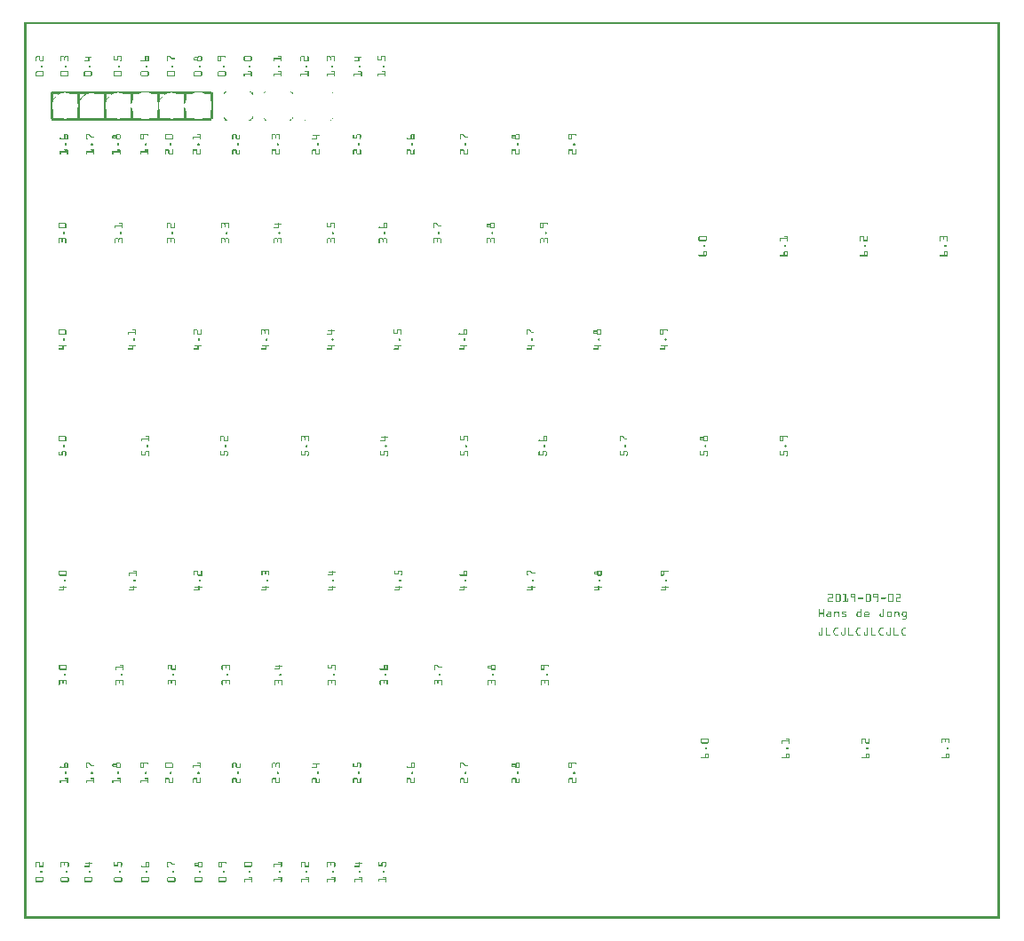
<source format=gto>
G04 MADE WITH FRITZING*
G04 WWW.FRITZING.ORG*
G04 DOUBLE SIDED*
G04 HOLES PLATED*
G04 CONTOUR ON CENTER OF CONTOUR VECTOR*
%ASAXBY*%
%FSLAX23Y23*%
%MOIN*%
%OFA0B0*%
%SFA1.0B1.0*%
%ADD10R,0.001000X0.001000*%
%LNSILK1*%
G90*
G70*
G54D10*
X0Y3366D02*
X3660Y3366D01*
X0Y3365D02*
X3660Y3365D01*
X0Y3364D02*
X3660Y3364D01*
X0Y3363D02*
X3660Y3363D01*
X0Y3362D02*
X3660Y3362D01*
X0Y3361D02*
X3660Y3361D01*
X0Y3360D02*
X3660Y3360D01*
X0Y3359D02*
X3660Y3359D01*
X0Y3358D02*
X7Y3358D01*
X3653Y3358D02*
X3660Y3358D01*
X0Y3357D02*
X7Y3357D01*
X3653Y3357D02*
X3660Y3357D01*
X0Y3356D02*
X7Y3356D01*
X3653Y3356D02*
X3660Y3356D01*
X0Y3355D02*
X7Y3355D01*
X3653Y3355D02*
X3660Y3355D01*
X0Y3354D02*
X7Y3354D01*
X3653Y3354D02*
X3660Y3354D01*
X0Y3353D02*
X7Y3353D01*
X3653Y3353D02*
X3660Y3353D01*
X0Y3352D02*
X7Y3352D01*
X3653Y3352D02*
X3660Y3352D01*
X0Y3351D02*
X7Y3351D01*
X3653Y3351D02*
X3660Y3351D01*
X0Y3350D02*
X7Y3350D01*
X3653Y3350D02*
X3660Y3350D01*
X0Y3349D02*
X7Y3349D01*
X3653Y3349D02*
X3660Y3349D01*
X0Y3348D02*
X7Y3348D01*
X3653Y3348D02*
X3660Y3348D01*
X0Y3347D02*
X7Y3347D01*
X3653Y3347D02*
X3660Y3347D01*
X0Y3346D02*
X7Y3346D01*
X3653Y3346D02*
X3660Y3346D01*
X0Y3345D02*
X7Y3345D01*
X3653Y3345D02*
X3660Y3345D01*
X0Y3344D02*
X7Y3344D01*
X3653Y3344D02*
X3660Y3344D01*
X0Y3343D02*
X7Y3343D01*
X3653Y3343D02*
X3660Y3343D01*
X0Y3342D02*
X7Y3342D01*
X3653Y3342D02*
X3660Y3342D01*
X0Y3341D02*
X7Y3341D01*
X3653Y3341D02*
X3660Y3341D01*
X0Y3340D02*
X7Y3340D01*
X3653Y3340D02*
X3660Y3340D01*
X0Y3339D02*
X7Y3339D01*
X3653Y3339D02*
X3660Y3339D01*
X0Y3338D02*
X7Y3338D01*
X3653Y3338D02*
X3660Y3338D01*
X0Y3337D02*
X7Y3337D01*
X3653Y3337D02*
X3660Y3337D01*
X0Y3336D02*
X7Y3336D01*
X3653Y3336D02*
X3660Y3336D01*
X0Y3335D02*
X7Y3335D01*
X3653Y3335D02*
X3660Y3335D01*
X0Y3334D02*
X7Y3334D01*
X3653Y3334D02*
X3660Y3334D01*
X0Y3333D02*
X7Y3333D01*
X3653Y3333D02*
X3660Y3333D01*
X0Y3332D02*
X7Y3332D01*
X3653Y3332D02*
X3660Y3332D01*
X0Y3331D02*
X7Y3331D01*
X3653Y3331D02*
X3660Y3331D01*
X0Y3330D02*
X7Y3330D01*
X3653Y3330D02*
X3660Y3330D01*
X0Y3329D02*
X7Y3329D01*
X3653Y3329D02*
X3660Y3329D01*
X0Y3328D02*
X7Y3328D01*
X3653Y3328D02*
X3660Y3328D01*
X0Y3327D02*
X7Y3327D01*
X3653Y3327D02*
X3660Y3327D01*
X0Y3326D02*
X7Y3326D01*
X3653Y3326D02*
X3660Y3326D01*
X0Y3325D02*
X7Y3325D01*
X3653Y3325D02*
X3660Y3325D01*
X0Y3324D02*
X7Y3324D01*
X3653Y3324D02*
X3660Y3324D01*
X0Y3323D02*
X7Y3323D01*
X3653Y3323D02*
X3660Y3323D01*
X0Y3322D02*
X7Y3322D01*
X3653Y3322D02*
X3660Y3322D01*
X0Y3321D02*
X7Y3321D01*
X3653Y3321D02*
X3660Y3321D01*
X0Y3320D02*
X7Y3320D01*
X3653Y3320D02*
X3660Y3320D01*
X0Y3319D02*
X7Y3319D01*
X3653Y3319D02*
X3660Y3319D01*
X0Y3318D02*
X7Y3318D01*
X3653Y3318D02*
X3660Y3318D01*
X0Y3317D02*
X7Y3317D01*
X3653Y3317D02*
X3660Y3317D01*
X0Y3316D02*
X7Y3316D01*
X3653Y3316D02*
X3660Y3316D01*
X0Y3315D02*
X7Y3315D01*
X3653Y3315D02*
X3660Y3315D01*
X0Y3314D02*
X7Y3314D01*
X3653Y3314D02*
X3660Y3314D01*
X0Y3313D02*
X7Y3313D01*
X3653Y3313D02*
X3660Y3313D01*
X0Y3312D02*
X7Y3312D01*
X3653Y3312D02*
X3660Y3312D01*
X0Y3311D02*
X7Y3311D01*
X3653Y3311D02*
X3660Y3311D01*
X0Y3310D02*
X7Y3310D01*
X3653Y3310D02*
X3660Y3310D01*
X0Y3309D02*
X7Y3309D01*
X3653Y3309D02*
X3660Y3309D01*
X0Y3308D02*
X7Y3308D01*
X3653Y3308D02*
X3660Y3308D01*
X0Y3307D02*
X7Y3307D01*
X3653Y3307D02*
X3660Y3307D01*
X0Y3306D02*
X7Y3306D01*
X3653Y3306D02*
X3660Y3306D01*
X0Y3305D02*
X7Y3305D01*
X3653Y3305D02*
X3660Y3305D01*
X0Y3304D02*
X7Y3304D01*
X3653Y3304D02*
X3660Y3304D01*
X0Y3303D02*
X7Y3303D01*
X3653Y3303D02*
X3660Y3303D01*
X0Y3302D02*
X7Y3302D01*
X3653Y3302D02*
X3660Y3302D01*
X0Y3301D02*
X7Y3301D01*
X3653Y3301D02*
X3660Y3301D01*
X0Y3300D02*
X7Y3300D01*
X3653Y3300D02*
X3660Y3300D01*
X0Y3299D02*
X7Y3299D01*
X3653Y3299D02*
X3660Y3299D01*
X0Y3298D02*
X7Y3298D01*
X3653Y3298D02*
X3660Y3298D01*
X0Y3297D02*
X7Y3297D01*
X3653Y3297D02*
X3660Y3297D01*
X0Y3296D02*
X7Y3296D01*
X3653Y3296D02*
X3660Y3296D01*
X0Y3295D02*
X7Y3295D01*
X3653Y3295D02*
X3660Y3295D01*
X0Y3294D02*
X7Y3294D01*
X3653Y3294D02*
X3660Y3294D01*
X0Y3293D02*
X7Y3293D01*
X3653Y3293D02*
X3660Y3293D01*
X0Y3292D02*
X7Y3292D01*
X3653Y3292D02*
X3660Y3292D01*
X0Y3291D02*
X7Y3291D01*
X3653Y3291D02*
X3660Y3291D01*
X0Y3290D02*
X7Y3290D01*
X3653Y3290D02*
X3660Y3290D01*
X0Y3289D02*
X7Y3289D01*
X3653Y3289D02*
X3660Y3289D01*
X0Y3288D02*
X7Y3288D01*
X3653Y3288D02*
X3660Y3288D01*
X0Y3287D02*
X7Y3287D01*
X3653Y3287D02*
X3660Y3287D01*
X0Y3286D02*
X7Y3286D01*
X3653Y3286D02*
X3660Y3286D01*
X0Y3285D02*
X7Y3285D01*
X3653Y3285D02*
X3660Y3285D01*
X0Y3284D02*
X7Y3284D01*
X3653Y3284D02*
X3660Y3284D01*
X0Y3283D02*
X7Y3283D01*
X3653Y3283D02*
X3660Y3283D01*
X0Y3282D02*
X7Y3282D01*
X3653Y3282D02*
X3660Y3282D01*
X0Y3281D02*
X7Y3281D01*
X3653Y3281D02*
X3660Y3281D01*
X0Y3280D02*
X7Y3280D01*
X3653Y3280D02*
X3660Y3280D01*
X0Y3279D02*
X7Y3279D01*
X3653Y3279D02*
X3660Y3279D01*
X0Y3278D02*
X7Y3278D01*
X3653Y3278D02*
X3660Y3278D01*
X0Y3277D02*
X7Y3277D01*
X3653Y3277D02*
X3660Y3277D01*
X0Y3276D02*
X7Y3276D01*
X3653Y3276D02*
X3660Y3276D01*
X0Y3275D02*
X7Y3275D01*
X3653Y3275D02*
X3660Y3275D01*
X0Y3274D02*
X7Y3274D01*
X3653Y3274D02*
X3660Y3274D01*
X0Y3273D02*
X7Y3273D01*
X3653Y3273D02*
X3660Y3273D01*
X0Y3272D02*
X7Y3272D01*
X3653Y3272D02*
X3660Y3272D01*
X0Y3271D02*
X7Y3271D01*
X3653Y3271D02*
X3660Y3271D01*
X0Y3270D02*
X7Y3270D01*
X3653Y3270D02*
X3660Y3270D01*
X0Y3269D02*
X7Y3269D01*
X3653Y3269D02*
X3660Y3269D01*
X0Y3268D02*
X7Y3268D01*
X3653Y3268D02*
X3660Y3268D01*
X0Y3267D02*
X7Y3267D01*
X3653Y3267D02*
X3660Y3267D01*
X0Y3266D02*
X7Y3266D01*
X3653Y3266D02*
X3660Y3266D01*
X0Y3265D02*
X7Y3265D01*
X3653Y3265D02*
X3660Y3265D01*
X0Y3264D02*
X7Y3264D01*
X3653Y3264D02*
X3660Y3264D01*
X0Y3263D02*
X7Y3263D01*
X3653Y3263D02*
X3660Y3263D01*
X0Y3262D02*
X7Y3262D01*
X3653Y3262D02*
X3660Y3262D01*
X0Y3261D02*
X7Y3261D01*
X3653Y3261D02*
X3660Y3261D01*
X0Y3260D02*
X7Y3260D01*
X3653Y3260D02*
X3660Y3260D01*
X0Y3259D02*
X7Y3259D01*
X3653Y3259D02*
X3660Y3259D01*
X0Y3258D02*
X7Y3258D01*
X3653Y3258D02*
X3660Y3258D01*
X0Y3257D02*
X7Y3257D01*
X3653Y3257D02*
X3660Y3257D01*
X0Y3256D02*
X7Y3256D01*
X3653Y3256D02*
X3660Y3256D01*
X0Y3255D02*
X7Y3255D01*
X3653Y3255D02*
X3660Y3255D01*
X0Y3254D02*
X7Y3254D01*
X3653Y3254D02*
X3660Y3254D01*
X0Y3253D02*
X7Y3253D01*
X3653Y3253D02*
X3660Y3253D01*
X0Y3252D02*
X7Y3252D01*
X3653Y3252D02*
X3660Y3252D01*
X0Y3251D02*
X7Y3251D01*
X3653Y3251D02*
X3660Y3251D01*
X0Y3250D02*
X7Y3250D01*
X3653Y3250D02*
X3660Y3250D01*
X0Y3249D02*
X7Y3249D01*
X3653Y3249D02*
X3660Y3249D01*
X0Y3248D02*
X7Y3248D01*
X3653Y3248D02*
X3660Y3248D01*
X0Y3247D02*
X7Y3247D01*
X3653Y3247D02*
X3660Y3247D01*
X0Y3246D02*
X7Y3246D01*
X3653Y3246D02*
X3660Y3246D01*
X0Y3245D02*
X7Y3245D01*
X3653Y3245D02*
X3660Y3245D01*
X0Y3244D02*
X7Y3244D01*
X3653Y3244D02*
X3660Y3244D01*
X0Y3243D02*
X7Y3243D01*
X3653Y3243D02*
X3660Y3243D01*
X0Y3242D02*
X7Y3242D01*
X3653Y3242D02*
X3660Y3242D01*
X0Y3241D02*
X7Y3241D01*
X3653Y3241D02*
X3660Y3241D01*
X0Y3240D02*
X7Y3240D01*
X3653Y3240D02*
X3660Y3240D01*
X0Y3239D02*
X7Y3239D01*
X46Y3239D02*
X55Y3239D01*
X71Y3239D02*
X71Y3239D01*
X138Y3239D02*
X146Y3239D01*
X154Y3239D02*
X161Y3239D01*
X336Y3239D02*
X336Y3239D01*
X352Y3239D02*
X361Y3239D01*
X454Y3239D02*
X464Y3239D01*
X535Y3239D02*
X546Y3239D01*
X653Y3239D02*
X662Y3239D01*
X727Y3239D02*
X754Y3239D01*
X826Y3239D02*
X849Y3239D01*
X953Y3239D02*
X963Y3239D01*
X1039Y3239D02*
X1049Y3239D01*
X1064Y3239D02*
X1064Y3239D01*
X1138Y3239D02*
X1145Y3239D01*
X1153Y3239D02*
X1161Y3239D01*
X1327Y3239D02*
X1327Y3239D01*
X1343Y3239D02*
X1352Y3239D01*
X3653Y3239D02*
X3660Y3239D01*
X0Y3238D02*
X7Y3238D01*
X44Y3238D02*
X57Y3238D01*
X70Y3238D02*
X72Y3238D01*
X136Y3238D02*
X148Y3238D01*
X151Y3238D02*
X163Y3238D01*
X241Y3238D02*
X241Y3238D01*
X335Y3238D02*
X337Y3238D01*
X349Y3238D02*
X363Y3238D01*
X453Y3238D02*
X466Y3238D01*
X535Y3238D02*
X547Y3238D01*
X651Y3238D02*
X664Y3238D01*
X726Y3238D02*
X755Y3238D01*
X824Y3238D02*
X851Y3238D01*
X952Y3238D02*
X964Y3238D01*
X1037Y3238D02*
X1051Y3238D01*
X1063Y3238D02*
X1065Y3238D01*
X1136Y3238D02*
X1148Y3238D01*
X1151Y3238D02*
X1163Y3238D01*
X1254Y3238D02*
X1254Y3238D01*
X1326Y3238D02*
X1328Y3238D01*
X1340Y3238D02*
X1354Y3238D01*
X3653Y3238D02*
X3660Y3238D01*
X0Y3237D02*
X7Y3237D01*
X43Y3237D02*
X58Y3237D01*
X69Y3237D02*
X72Y3237D01*
X135Y3237D02*
X164Y3237D01*
X240Y3237D02*
X242Y3237D01*
X335Y3237D02*
X338Y3237D01*
X349Y3237D02*
X364Y3237D01*
X453Y3237D02*
X466Y3237D01*
X535Y3237D02*
X548Y3237D01*
X650Y3237D02*
X665Y3237D01*
X726Y3237D02*
X755Y3237D01*
X823Y3237D02*
X852Y3237D01*
X951Y3237D02*
X964Y3237D01*
X1037Y3237D02*
X1052Y3237D01*
X1063Y3237D02*
X1066Y3237D01*
X1135Y3237D02*
X1164Y3237D01*
X1253Y3237D02*
X1255Y3237D01*
X1326Y3237D02*
X1329Y3237D01*
X1340Y3237D02*
X1355Y3237D01*
X3653Y3237D02*
X3660Y3237D01*
X0Y3236D02*
X7Y3236D01*
X43Y3236D02*
X59Y3236D01*
X69Y3236D02*
X72Y3236D01*
X135Y3236D02*
X164Y3236D01*
X228Y3236D02*
X251Y3236D01*
X335Y3236D02*
X338Y3236D01*
X348Y3236D02*
X364Y3236D01*
X453Y3236D02*
X466Y3236D01*
X535Y3236D02*
X549Y3236D01*
X650Y3236D02*
X666Y3236D01*
X726Y3236D02*
X756Y3236D01*
X823Y3236D02*
X852Y3236D01*
X952Y3236D02*
X964Y3236D01*
X1036Y3236D02*
X1052Y3236D01*
X1063Y3236D02*
X1066Y3236D01*
X1135Y3236D02*
X1164Y3236D01*
X1241Y3236D02*
X1264Y3236D01*
X1326Y3236D02*
X1329Y3236D01*
X1339Y3236D02*
X1355Y3236D01*
X3653Y3236D02*
X3660Y3236D01*
X0Y3235D02*
X7Y3235D01*
X43Y3235D02*
X46Y3235D01*
X56Y3235D02*
X59Y3235D01*
X69Y3235D02*
X72Y3235D01*
X135Y3235D02*
X138Y3235D01*
X147Y3235D02*
X153Y3235D01*
X161Y3235D02*
X164Y3235D01*
X227Y3235D02*
X252Y3235D01*
X335Y3235D02*
X338Y3235D01*
X348Y3235D02*
X351Y3235D01*
X361Y3235D02*
X364Y3235D01*
X453Y3235D02*
X456Y3235D01*
X462Y3235D02*
X466Y3235D01*
X535Y3235D02*
X538Y3235D01*
X546Y3235D02*
X550Y3235D01*
X637Y3235D02*
X653Y3235D01*
X662Y3235D02*
X666Y3235D01*
X726Y3235D02*
X729Y3235D01*
X736Y3235D02*
X739Y3235D01*
X752Y3235D02*
X755Y3235D01*
X823Y3235D02*
X826Y3235D01*
X849Y3235D02*
X853Y3235D01*
X961Y3235D02*
X964Y3235D01*
X1036Y3235D02*
X1039Y3235D01*
X1049Y3235D02*
X1052Y3235D01*
X1063Y3235D02*
X1066Y3235D01*
X1135Y3235D02*
X1138Y3235D01*
X1146Y3235D02*
X1152Y3235D01*
X1161Y3235D02*
X1164Y3235D01*
X1240Y3235D02*
X1265Y3235D01*
X1326Y3235D02*
X1329Y3235D01*
X1339Y3235D02*
X1342Y3235D01*
X1352Y3235D02*
X1355Y3235D01*
X3653Y3235D02*
X3660Y3235D01*
X0Y3234D02*
X7Y3234D01*
X42Y3234D02*
X45Y3234D01*
X56Y3234D02*
X59Y3234D01*
X69Y3234D02*
X72Y3234D01*
X135Y3234D02*
X138Y3234D01*
X148Y3234D02*
X151Y3234D01*
X161Y3234D02*
X164Y3234D01*
X226Y3234D02*
X253Y3234D01*
X335Y3234D02*
X338Y3234D01*
X348Y3234D02*
X351Y3234D01*
X361Y3234D02*
X364Y3234D01*
X453Y3234D02*
X456Y3234D01*
X463Y3234D02*
X466Y3234D01*
X535Y3234D02*
X538Y3234D01*
X547Y3234D02*
X551Y3234D01*
X636Y3234D02*
X652Y3234D01*
X663Y3234D02*
X666Y3234D01*
X726Y3234D02*
X729Y3234D01*
X736Y3234D02*
X739Y3234D01*
X753Y3234D02*
X755Y3234D01*
X823Y3234D02*
X826Y3234D01*
X850Y3234D02*
X853Y3234D01*
X961Y3234D02*
X964Y3234D01*
X1036Y3234D02*
X1039Y3234D01*
X1049Y3234D02*
X1052Y3234D01*
X1063Y3234D02*
X1066Y3234D01*
X1135Y3234D02*
X1137Y3234D01*
X1148Y3234D02*
X1151Y3234D01*
X1161Y3234D02*
X1164Y3234D01*
X1239Y3234D02*
X1266Y3234D01*
X1326Y3234D02*
X1329Y3234D01*
X1339Y3234D02*
X1342Y3234D01*
X1352Y3234D02*
X1355Y3234D01*
X3653Y3234D02*
X3660Y3234D01*
X0Y3233D02*
X7Y3233D01*
X42Y3233D02*
X45Y3233D01*
X56Y3233D02*
X59Y3233D01*
X69Y3233D02*
X72Y3233D01*
X135Y3233D02*
X138Y3233D01*
X148Y3233D02*
X151Y3233D01*
X161Y3233D02*
X164Y3233D01*
X227Y3233D02*
X252Y3233D01*
X335Y3233D02*
X338Y3233D01*
X348Y3233D02*
X351Y3233D01*
X361Y3233D02*
X364Y3233D01*
X453Y3233D02*
X456Y3233D01*
X463Y3233D02*
X466Y3233D01*
X535Y3233D02*
X538Y3233D01*
X547Y3233D02*
X552Y3233D01*
X636Y3233D02*
X652Y3233D01*
X663Y3233D02*
X666Y3233D01*
X726Y3233D02*
X729Y3233D01*
X736Y3233D02*
X739Y3233D01*
X823Y3233D02*
X826Y3233D01*
X850Y3233D02*
X853Y3233D01*
X961Y3233D02*
X964Y3233D01*
X1036Y3233D02*
X1039Y3233D01*
X1049Y3233D02*
X1052Y3233D01*
X1063Y3233D02*
X1066Y3233D01*
X1135Y3233D02*
X1137Y3233D01*
X1148Y3233D02*
X1151Y3233D01*
X1161Y3233D02*
X1164Y3233D01*
X1240Y3233D02*
X1265Y3233D01*
X1326Y3233D02*
X1329Y3233D01*
X1339Y3233D02*
X1342Y3233D01*
X1352Y3233D02*
X1355Y3233D01*
X3653Y3233D02*
X3660Y3233D01*
X0Y3232D02*
X7Y3232D01*
X42Y3232D02*
X45Y3232D01*
X56Y3232D02*
X59Y3232D01*
X69Y3232D02*
X72Y3232D01*
X135Y3232D02*
X138Y3232D01*
X148Y3232D02*
X151Y3232D01*
X161Y3232D02*
X164Y3232D01*
X239Y3232D02*
X243Y3232D01*
X335Y3232D02*
X338Y3232D01*
X348Y3232D02*
X351Y3232D01*
X361Y3232D02*
X364Y3232D01*
X453Y3232D02*
X456Y3232D01*
X463Y3232D02*
X466Y3232D01*
X535Y3232D02*
X538Y3232D01*
X548Y3232D02*
X553Y3232D01*
X636Y3232D02*
X652Y3232D01*
X663Y3232D02*
X666Y3232D01*
X726Y3232D02*
X729Y3232D01*
X736Y3232D02*
X739Y3232D01*
X823Y3232D02*
X826Y3232D01*
X850Y3232D02*
X853Y3232D01*
X961Y3232D02*
X964Y3232D01*
X1036Y3232D02*
X1039Y3232D01*
X1049Y3232D02*
X1052Y3232D01*
X1063Y3232D02*
X1066Y3232D01*
X1135Y3232D02*
X1137Y3232D01*
X1148Y3232D02*
X1151Y3232D01*
X1161Y3232D02*
X1164Y3232D01*
X1252Y3232D02*
X1256Y3232D01*
X1326Y3232D02*
X1329Y3232D01*
X1339Y3232D02*
X1342Y3232D01*
X1352Y3232D02*
X1355Y3232D01*
X3653Y3232D02*
X3660Y3232D01*
X0Y3231D02*
X7Y3231D01*
X42Y3231D02*
X45Y3231D01*
X56Y3231D02*
X59Y3231D01*
X69Y3231D02*
X72Y3231D01*
X135Y3231D02*
X138Y3231D01*
X148Y3231D02*
X151Y3231D01*
X161Y3231D02*
X164Y3231D01*
X240Y3231D02*
X243Y3231D01*
X335Y3231D02*
X338Y3231D01*
X348Y3231D02*
X351Y3231D01*
X361Y3231D02*
X364Y3231D01*
X453Y3231D02*
X456Y3231D01*
X463Y3231D02*
X466Y3231D01*
X535Y3231D02*
X538Y3231D01*
X549Y3231D02*
X563Y3231D01*
X636Y3231D02*
X639Y3231D01*
X649Y3231D02*
X652Y3231D01*
X663Y3231D02*
X666Y3231D01*
X726Y3231D02*
X729Y3231D01*
X736Y3231D02*
X739Y3231D01*
X823Y3231D02*
X826Y3231D01*
X850Y3231D02*
X853Y3231D01*
X935Y3231D02*
X964Y3231D01*
X1036Y3231D02*
X1039Y3231D01*
X1049Y3231D02*
X1052Y3231D01*
X1063Y3231D02*
X1066Y3231D01*
X1135Y3231D02*
X1137Y3231D01*
X1148Y3231D02*
X1151Y3231D01*
X1161Y3231D02*
X1164Y3231D01*
X1253Y3231D02*
X1256Y3231D01*
X1326Y3231D02*
X1329Y3231D01*
X1339Y3231D02*
X1342Y3231D01*
X1352Y3231D02*
X1355Y3231D01*
X3653Y3231D02*
X3660Y3231D01*
X0Y3230D02*
X7Y3230D01*
X42Y3230D02*
X45Y3230D01*
X56Y3230D02*
X59Y3230D01*
X69Y3230D02*
X72Y3230D01*
X135Y3230D02*
X138Y3230D01*
X148Y3230D02*
X151Y3230D01*
X161Y3230D02*
X164Y3230D01*
X240Y3230D02*
X243Y3230D01*
X335Y3230D02*
X338Y3230D01*
X348Y3230D02*
X351Y3230D01*
X361Y3230D02*
X364Y3230D01*
X453Y3230D02*
X456Y3230D01*
X463Y3230D02*
X466Y3230D01*
X535Y3230D02*
X538Y3230D01*
X550Y3230D02*
X564Y3230D01*
X636Y3230D02*
X639Y3230D01*
X649Y3230D02*
X652Y3230D01*
X663Y3230D02*
X666Y3230D01*
X726Y3230D02*
X729Y3230D01*
X736Y3230D02*
X739Y3230D01*
X823Y3230D02*
X826Y3230D01*
X850Y3230D02*
X853Y3230D01*
X935Y3230D02*
X964Y3230D01*
X1036Y3230D02*
X1039Y3230D01*
X1049Y3230D02*
X1052Y3230D01*
X1063Y3230D02*
X1066Y3230D01*
X1135Y3230D02*
X1137Y3230D01*
X1148Y3230D02*
X1151Y3230D01*
X1161Y3230D02*
X1164Y3230D01*
X1253Y3230D02*
X1256Y3230D01*
X1326Y3230D02*
X1329Y3230D01*
X1339Y3230D02*
X1342Y3230D01*
X1352Y3230D02*
X1355Y3230D01*
X3653Y3230D02*
X3660Y3230D01*
X0Y3229D02*
X7Y3229D01*
X42Y3229D02*
X45Y3229D01*
X56Y3229D02*
X59Y3229D01*
X69Y3229D02*
X72Y3229D01*
X135Y3229D02*
X138Y3229D01*
X148Y3229D02*
X151Y3229D01*
X161Y3229D02*
X164Y3229D01*
X240Y3229D02*
X243Y3229D01*
X335Y3229D02*
X338Y3229D01*
X348Y3229D02*
X351Y3229D01*
X361Y3229D02*
X364Y3229D01*
X453Y3229D02*
X456Y3229D01*
X463Y3229D02*
X466Y3229D01*
X535Y3229D02*
X538Y3229D01*
X551Y3229D02*
X564Y3229D01*
X636Y3229D02*
X639Y3229D01*
X649Y3229D02*
X652Y3229D01*
X663Y3229D02*
X666Y3229D01*
X726Y3229D02*
X729Y3229D01*
X736Y3229D02*
X739Y3229D01*
X823Y3229D02*
X826Y3229D01*
X850Y3229D02*
X853Y3229D01*
X935Y3229D02*
X964Y3229D01*
X1036Y3229D02*
X1039Y3229D01*
X1049Y3229D02*
X1052Y3229D01*
X1063Y3229D02*
X1066Y3229D01*
X1135Y3229D02*
X1137Y3229D01*
X1148Y3229D02*
X1151Y3229D01*
X1161Y3229D02*
X1164Y3229D01*
X1253Y3229D02*
X1256Y3229D01*
X1326Y3229D02*
X1329Y3229D01*
X1339Y3229D02*
X1342Y3229D01*
X1352Y3229D02*
X1355Y3229D01*
X3653Y3229D02*
X3660Y3229D01*
X0Y3228D02*
X7Y3228D01*
X42Y3228D02*
X45Y3228D01*
X56Y3228D02*
X59Y3228D01*
X69Y3228D02*
X72Y3228D01*
X135Y3228D02*
X138Y3228D01*
X148Y3228D02*
X151Y3228D01*
X161Y3228D02*
X164Y3228D01*
X240Y3228D02*
X243Y3228D01*
X335Y3228D02*
X338Y3228D01*
X348Y3228D02*
X351Y3228D01*
X361Y3228D02*
X364Y3228D01*
X453Y3228D02*
X456Y3228D01*
X463Y3228D02*
X466Y3228D01*
X535Y3228D02*
X538Y3228D01*
X552Y3228D02*
X564Y3228D01*
X636Y3228D02*
X639Y3228D01*
X649Y3228D02*
X652Y3228D01*
X663Y3228D02*
X666Y3228D01*
X726Y3228D02*
X729Y3228D01*
X736Y3228D02*
X739Y3228D01*
X823Y3228D02*
X826Y3228D01*
X850Y3228D02*
X853Y3228D01*
X935Y3228D02*
X964Y3228D01*
X1036Y3228D02*
X1039Y3228D01*
X1049Y3228D02*
X1052Y3228D01*
X1063Y3228D02*
X1066Y3228D01*
X1135Y3228D02*
X1137Y3228D01*
X1148Y3228D02*
X1151Y3228D01*
X1161Y3228D02*
X1164Y3228D01*
X1253Y3228D02*
X1256Y3228D01*
X1326Y3228D02*
X1329Y3228D01*
X1339Y3228D02*
X1342Y3228D01*
X1352Y3228D02*
X1355Y3228D01*
X3653Y3228D02*
X3660Y3228D01*
X0Y3227D02*
X7Y3227D01*
X42Y3227D02*
X45Y3227D01*
X56Y3227D02*
X59Y3227D01*
X69Y3227D02*
X72Y3227D01*
X135Y3227D02*
X138Y3227D01*
X148Y3227D02*
X151Y3227D01*
X161Y3227D02*
X164Y3227D01*
X240Y3227D02*
X243Y3227D01*
X335Y3227D02*
X351Y3227D01*
X361Y3227D02*
X364Y3227D01*
X453Y3227D02*
X456Y3227D01*
X463Y3227D02*
X466Y3227D01*
X535Y3227D02*
X538Y3227D01*
X636Y3227D02*
X652Y3227D01*
X663Y3227D02*
X666Y3227D01*
X726Y3227D02*
X729Y3227D01*
X736Y3227D02*
X739Y3227D01*
X823Y3227D02*
X826Y3227D01*
X850Y3227D02*
X853Y3227D01*
X935Y3227D02*
X938Y3227D01*
X961Y3227D02*
X964Y3227D01*
X1036Y3227D02*
X1039Y3227D01*
X1049Y3227D02*
X1052Y3227D01*
X1063Y3227D02*
X1066Y3227D01*
X1135Y3227D02*
X1137Y3227D01*
X1148Y3227D02*
X1151Y3227D01*
X1161Y3227D02*
X1164Y3227D01*
X1253Y3227D02*
X1256Y3227D01*
X1326Y3227D02*
X1342Y3227D01*
X1352Y3227D02*
X1355Y3227D01*
X3653Y3227D02*
X3660Y3227D01*
X0Y3226D02*
X7Y3226D01*
X42Y3226D02*
X45Y3226D01*
X56Y3226D02*
X59Y3226D01*
X69Y3226D02*
X72Y3226D01*
X135Y3226D02*
X138Y3226D01*
X148Y3226D02*
X151Y3226D01*
X161Y3226D02*
X164Y3226D01*
X240Y3226D02*
X243Y3226D01*
X335Y3226D02*
X351Y3226D01*
X361Y3226D02*
X364Y3226D01*
X453Y3226D02*
X456Y3226D01*
X463Y3226D02*
X466Y3226D01*
X535Y3226D02*
X538Y3226D01*
X636Y3226D02*
X652Y3226D01*
X663Y3226D02*
X666Y3226D01*
X726Y3226D02*
X729Y3226D01*
X736Y3226D02*
X739Y3226D01*
X823Y3226D02*
X826Y3226D01*
X850Y3226D02*
X853Y3226D01*
X935Y3226D02*
X938Y3226D01*
X961Y3226D02*
X964Y3226D01*
X1036Y3226D02*
X1039Y3226D01*
X1049Y3226D02*
X1052Y3226D01*
X1063Y3226D02*
X1066Y3226D01*
X1135Y3226D02*
X1137Y3226D01*
X1148Y3226D02*
X1151Y3226D01*
X1161Y3226D02*
X1164Y3226D01*
X1253Y3226D02*
X1256Y3226D01*
X1326Y3226D02*
X1342Y3226D01*
X1352Y3226D02*
X1355Y3226D01*
X3653Y3226D02*
X3660Y3226D01*
X0Y3225D02*
X7Y3225D01*
X42Y3225D02*
X45Y3225D01*
X56Y3225D02*
X59Y3225D01*
X69Y3225D02*
X72Y3225D01*
X135Y3225D02*
X138Y3225D01*
X148Y3225D02*
X151Y3225D01*
X161Y3225D02*
X164Y3225D01*
X240Y3225D02*
X243Y3225D01*
X335Y3225D02*
X351Y3225D01*
X361Y3225D02*
X364Y3225D01*
X437Y3225D02*
X438Y3225D01*
X453Y3225D02*
X456Y3225D01*
X463Y3225D02*
X466Y3225D01*
X535Y3225D02*
X538Y3225D01*
X636Y3225D02*
X652Y3225D01*
X663Y3225D02*
X666Y3225D01*
X726Y3225D02*
X729Y3225D01*
X736Y3225D02*
X739Y3225D01*
X823Y3225D02*
X826Y3225D01*
X850Y3225D02*
X853Y3225D01*
X935Y3225D02*
X938Y3225D01*
X961Y3225D02*
X964Y3225D01*
X1036Y3225D02*
X1039Y3225D01*
X1049Y3225D02*
X1052Y3225D01*
X1063Y3225D02*
X1066Y3225D01*
X1135Y3225D02*
X1137Y3225D01*
X1148Y3225D02*
X1151Y3225D01*
X1161Y3225D02*
X1164Y3225D01*
X1253Y3225D02*
X1256Y3225D01*
X1326Y3225D02*
X1342Y3225D01*
X1352Y3225D02*
X1355Y3225D01*
X3653Y3225D02*
X3660Y3225D01*
X0Y3224D02*
X7Y3224D01*
X42Y3224D02*
X45Y3224D01*
X56Y3224D02*
X59Y3224D01*
X69Y3224D02*
X72Y3224D01*
X135Y3224D02*
X138Y3224D01*
X149Y3224D02*
X150Y3224D01*
X161Y3224D02*
X164Y3224D01*
X224Y3224D02*
X243Y3224D01*
X335Y3224D02*
X351Y3224D01*
X361Y3224D02*
X364Y3224D01*
X436Y3224D02*
X439Y3224D01*
X453Y3224D02*
X456Y3224D01*
X463Y3224D02*
X466Y3224D01*
X535Y3224D02*
X538Y3224D01*
X637Y3224D02*
X652Y3224D01*
X663Y3224D02*
X666Y3224D01*
X726Y3224D02*
X729Y3224D01*
X736Y3224D02*
X739Y3224D01*
X823Y3224D02*
X826Y3224D01*
X850Y3224D02*
X853Y3224D01*
X935Y3224D02*
X938Y3224D01*
X961Y3224D02*
X964Y3224D01*
X1036Y3224D02*
X1039Y3224D01*
X1049Y3224D02*
X1052Y3224D01*
X1063Y3224D02*
X1066Y3224D01*
X1135Y3224D02*
X1137Y3224D01*
X1148Y3224D02*
X1150Y3224D01*
X1161Y3224D02*
X1164Y3224D01*
X1237Y3224D02*
X1256Y3224D01*
X1326Y3224D02*
X1342Y3224D01*
X1352Y3224D02*
X1355Y3224D01*
X3653Y3224D02*
X3660Y3224D01*
X0Y3223D02*
X7Y3223D01*
X42Y3223D02*
X45Y3223D01*
X56Y3223D02*
X72Y3223D01*
X135Y3223D02*
X138Y3223D01*
X161Y3223D02*
X164Y3223D01*
X223Y3223D02*
X243Y3223D01*
X360Y3223D02*
X364Y3223D01*
X436Y3223D02*
X466Y3223D01*
X535Y3223D02*
X538Y3223D01*
X649Y3223D02*
X666Y3223D01*
X726Y3223D02*
X739Y3223D01*
X823Y3223D02*
X853Y3223D01*
X935Y3223D02*
X938Y3223D01*
X961Y3223D02*
X964Y3223D01*
X1036Y3223D02*
X1039Y3223D01*
X1049Y3223D02*
X1066Y3223D01*
X1135Y3223D02*
X1137Y3223D01*
X1161Y3223D02*
X1164Y3223D01*
X1236Y3223D02*
X1256Y3223D01*
X1351Y3223D02*
X1355Y3223D01*
X3653Y3223D02*
X3660Y3223D01*
X0Y3222D02*
X7Y3222D01*
X42Y3222D02*
X45Y3222D01*
X56Y3222D02*
X72Y3222D01*
X135Y3222D02*
X138Y3222D01*
X161Y3222D02*
X164Y3222D01*
X223Y3222D02*
X243Y3222D01*
X360Y3222D02*
X363Y3222D01*
X436Y3222D02*
X466Y3222D01*
X535Y3222D02*
X539Y3222D01*
X650Y3222D02*
X665Y3222D01*
X726Y3222D02*
X739Y3222D01*
X823Y3222D02*
X852Y3222D01*
X935Y3222D02*
X938Y3222D01*
X961Y3222D02*
X964Y3222D01*
X1036Y3222D02*
X1039Y3222D01*
X1050Y3222D02*
X1066Y3222D01*
X1135Y3222D02*
X1137Y3222D01*
X1161Y3222D02*
X1164Y3222D01*
X1236Y3222D02*
X1256Y3222D01*
X1351Y3222D02*
X1354Y3222D01*
X3653Y3222D02*
X3660Y3222D01*
X0Y3221D02*
X7Y3221D01*
X43Y3221D02*
X45Y3221D01*
X57Y3221D02*
X72Y3221D01*
X135Y3221D02*
X138Y3221D01*
X162Y3221D02*
X164Y3221D01*
X224Y3221D02*
X243Y3221D01*
X360Y3221D02*
X363Y3221D01*
X436Y3221D02*
X466Y3221D01*
X535Y3221D02*
X539Y3221D01*
X650Y3221D02*
X665Y3221D01*
X726Y3221D02*
X739Y3221D01*
X824Y3221D02*
X852Y3221D01*
X935Y3221D02*
X938Y3221D01*
X961Y3221D02*
X964Y3221D01*
X1036Y3221D02*
X1039Y3221D01*
X1050Y3221D02*
X1066Y3221D01*
X1135Y3221D02*
X1137Y3221D01*
X1161Y3221D02*
X1164Y3221D01*
X1237Y3221D02*
X1256Y3221D01*
X1351Y3221D02*
X1354Y3221D01*
X3653Y3221D02*
X3660Y3221D01*
X0Y3220D02*
X7Y3220D01*
X43Y3220D02*
X45Y3220D01*
X58Y3220D02*
X72Y3220D01*
X135Y3220D02*
X137Y3220D01*
X162Y3220D02*
X164Y3220D01*
X360Y3220D02*
X362Y3220D01*
X437Y3220D02*
X465Y3220D01*
X535Y3220D02*
X538Y3220D01*
X651Y3220D02*
X664Y3220D01*
X727Y3220D02*
X738Y3220D01*
X825Y3220D02*
X850Y3220D01*
X935Y3220D02*
X937Y3220D01*
X962Y3220D02*
X964Y3220D01*
X1037Y3220D02*
X1038Y3220D01*
X1052Y3220D02*
X1066Y3220D01*
X1135Y3220D02*
X1137Y3220D01*
X1162Y3220D02*
X1163Y3220D01*
X1352Y3220D02*
X1353Y3220D01*
X3653Y3220D02*
X3660Y3220D01*
X0Y3219D02*
X7Y3219D01*
X3653Y3219D02*
X3660Y3219D01*
X0Y3218D02*
X7Y3218D01*
X3653Y3218D02*
X3660Y3218D01*
X0Y3217D02*
X7Y3217D01*
X3653Y3217D02*
X3660Y3217D01*
X0Y3216D02*
X7Y3216D01*
X3653Y3216D02*
X3660Y3216D01*
X0Y3215D02*
X7Y3215D01*
X3653Y3215D02*
X3660Y3215D01*
X0Y3214D02*
X7Y3214D01*
X3653Y3214D02*
X3660Y3214D01*
X0Y3213D02*
X7Y3213D01*
X3653Y3213D02*
X3660Y3213D01*
X0Y3212D02*
X7Y3212D01*
X3653Y3212D02*
X3660Y3212D01*
X0Y3211D02*
X7Y3211D01*
X3653Y3211D02*
X3660Y3211D01*
X0Y3210D02*
X7Y3210D01*
X3653Y3210D02*
X3660Y3210D01*
X0Y3209D02*
X7Y3209D01*
X3653Y3209D02*
X3660Y3209D01*
X0Y3208D02*
X7Y3208D01*
X3653Y3208D02*
X3660Y3208D01*
X0Y3207D02*
X7Y3207D01*
X3653Y3207D02*
X3660Y3207D01*
X0Y3206D02*
X7Y3206D01*
X3653Y3206D02*
X3660Y3206D01*
X0Y3205D02*
X7Y3205D01*
X3653Y3205D02*
X3660Y3205D01*
X0Y3204D02*
X7Y3204D01*
X61Y3204D02*
X67Y3204D01*
X154Y3204D02*
X159Y3204D01*
X242Y3204D02*
X247Y3204D01*
X353Y3204D02*
X359Y3204D01*
X455Y3204D02*
X460Y3204D01*
X553Y3204D02*
X559Y3204D01*
X655Y3204D02*
X660Y3204D01*
X745Y3204D02*
X750Y3204D01*
X842Y3204D02*
X847Y3204D01*
X953Y3204D02*
X959Y3204D01*
X1055Y3204D02*
X1060Y3204D01*
X1153Y3204D02*
X1159Y3204D01*
X1255Y3204D02*
X1260Y3204D01*
X1345Y3204D02*
X1350Y3204D01*
X3653Y3204D02*
X3660Y3204D01*
X0Y3203D02*
X7Y3203D01*
X61Y3203D02*
X67Y3203D01*
X153Y3203D02*
X159Y3203D01*
X241Y3203D02*
X248Y3203D01*
X353Y3203D02*
X359Y3203D01*
X455Y3203D02*
X461Y3203D01*
X553Y3203D02*
X559Y3203D01*
X654Y3203D02*
X661Y3203D01*
X744Y3203D02*
X750Y3203D01*
X841Y3203D02*
X848Y3203D01*
X953Y3203D02*
X959Y3203D01*
X1054Y3203D02*
X1061Y3203D01*
X1153Y3203D02*
X1159Y3203D01*
X1254Y3203D02*
X1261Y3203D01*
X1344Y3203D02*
X1350Y3203D01*
X3653Y3203D02*
X3660Y3203D01*
X0Y3202D02*
X7Y3202D01*
X61Y3202D02*
X67Y3202D01*
X153Y3202D02*
X159Y3202D01*
X241Y3202D02*
X248Y3202D01*
X353Y3202D02*
X359Y3202D01*
X454Y3202D02*
X461Y3202D01*
X553Y3202D02*
X559Y3202D01*
X654Y3202D02*
X661Y3202D01*
X744Y3202D02*
X751Y3202D01*
X841Y3202D02*
X848Y3202D01*
X953Y3202D02*
X959Y3202D01*
X1054Y3202D02*
X1061Y3202D01*
X1153Y3202D02*
X1159Y3202D01*
X1254Y3202D02*
X1261Y3202D01*
X1344Y3202D02*
X1350Y3202D01*
X3653Y3202D02*
X3660Y3202D01*
X0Y3201D02*
X7Y3201D01*
X61Y3201D02*
X67Y3201D01*
X153Y3201D02*
X159Y3201D01*
X241Y3201D02*
X248Y3201D01*
X353Y3201D02*
X359Y3201D01*
X454Y3201D02*
X461Y3201D01*
X553Y3201D02*
X559Y3201D01*
X654Y3201D02*
X661Y3201D01*
X744Y3201D02*
X751Y3201D01*
X841Y3201D02*
X848Y3201D01*
X953Y3201D02*
X959Y3201D01*
X1054Y3201D02*
X1061Y3201D01*
X1153Y3201D02*
X1159Y3201D01*
X1254Y3201D02*
X1261Y3201D01*
X1344Y3201D02*
X1350Y3201D01*
X3653Y3201D02*
X3660Y3201D01*
X0Y3200D02*
X7Y3200D01*
X61Y3200D02*
X67Y3200D01*
X153Y3200D02*
X159Y3200D01*
X241Y3200D02*
X248Y3200D01*
X353Y3200D02*
X359Y3200D01*
X454Y3200D02*
X461Y3200D01*
X553Y3200D02*
X559Y3200D01*
X654Y3200D02*
X661Y3200D01*
X744Y3200D02*
X751Y3200D01*
X841Y3200D02*
X848Y3200D01*
X953Y3200D02*
X959Y3200D01*
X1054Y3200D02*
X1061Y3200D01*
X1153Y3200D02*
X1159Y3200D01*
X1254Y3200D02*
X1261Y3200D01*
X1344Y3200D02*
X1350Y3200D01*
X3653Y3200D02*
X3660Y3200D01*
X0Y3199D02*
X7Y3199D01*
X61Y3199D02*
X67Y3199D01*
X153Y3199D02*
X159Y3199D01*
X241Y3199D02*
X248Y3199D01*
X353Y3199D02*
X359Y3199D01*
X454Y3199D02*
X461Y3199D01*
X553Y3199D02*
X559Y3199D01*
X654Y3199D02*
X661Y3199D01*
X744Y3199D02*
X750Y3199D01*
X841Y3199D02*
X848Y3199D01*
X953Y3199D02*
X959Y3199D01*
X1054Y3199D02*
X1061Y3199D01*
X1153Y3199D02*
X1159Y3199D01*
X1254Y3199D02*
X1261Y3199D01*
X1344Y3199D02*
X1350Y3199D01*
X3653Y3199D02*
X3660Y3199D01*
X0Y3198D02*
X7Y3198D01*
X61Y3198D02*
X67Y3198D01*
X153Y3198D02*
X159Y3198D01*
X242Y3198D02*
X247Y3198D01*
X353Y3198D02*
X359Y3198D01*
X455Y3198D02*
X460Y3198D01*
X553Y3198D02*
X559Y3198D01*
X655Y3198D02*
X660Y3198D01*
X744Y3198D02*
X750Y3198D01*
X842Y3198D02*
X847Y3198D01*
X953Y3198D02*
X959Y3198D01*
X1055Y3198D02*
X1060Y3198D01*
X1153Y3198D02*
X1159Y3198D01*
X1255Y3198D02*
X1260Y3198D01*
X1344Y3198D02*
X1350Y3198D01*
X3653Y3198D02*
X3660Y3198D01*
X0Y3197D02*
X7Y3197D01*
X63Y3197D02*
X65Y3197D01*
X155Y3197D02*
X158Y3197D01*
X243Y3197D02*
X246Y3197D01*
X355Y3197D02*
X358Y3197D01*
X456Y3197D02*
X459Y3197D01*
X555Y3197D02*
X557Y3197D01*
X656Y3197D02*
X659Y3197D01*
X746Y3197D02*
X749Y3197D01*
X843Y3197D02*
X846Y3197D01*
X955Y3197D02*
X957Y3197D01*
X1056Y3197D02*
X1059Y3197D01*
X1155Y3197D02*
X1157Y3197D01*
X1256Y3197D02*
X1259Y3197D01*
X1346Y3197D02*
X1349Y3197D01*
X3653Y3197D02*
X3660Y3197D01*
X0Y3196D02*
X7Y3196D01*
X3653Y3196D02*
X3660Y3196D01*
X0Y3195D02*
X7Y3195D01*
X3653Y3195D02*
X3660Y3195D01*
X0Y3194D02*
X7Y3194D01*
X3653Y3194D02*
X3660Y3194D01*
X0Y3193D02*
X7Y3193D01*
X3653Y3193D02*
X3660Y3193D01*
X0Y3192D02*
X7Y3192D01*
X3653Y3192D02*
X3660Y3192D01*
X0Y3191D02*
X7Y3191D01*
X3653Y3191D02*
X3660Y3191D01*
X0Y3190D02*
X7Y3190D01*
X3653Y3190D02*
X3660Y3190D01*
X0Y3189D02*
X7Y3189D01*
X3653Y3189D02*
X3660Y3189D01*
X0Y3188D02*
X7Y3188D01*
X3653Y3188D02*
X3660Y3188D01*
X0Y3187D02*
X7Y3187D01*
X3653Y3187D02*
X3660Y3187D01*
X0Y3186D02*
X7Y3186D01*
X3653Y3186D02*
X3660Y3186D01*
X0Y3185D02*
X7Y3185D01*
X3653Y3185D02*
X3660Y3185D01*
X0Y3184D02*
X7Y3184D01*
X3653Y3184D02*
X3660Y3184D01*
X0Y3183D02*
X7Y3183D01*
X3653Y3183D02*
X3660Y3183D01*
X0Y3182D02*
X7Y3182D01*
X45Y3182D02*
X70Y3182D01*
X137Y3182D02*
X162Y3182D01*
X225Y3182D02*
X250Y3182D01*
X337Y3182D02*
X362Y3182D01*
X438Y3182D02*
X463Y3182D01*
X537Y3182D02*
X562Y3182D01*
X638Y3182D02*
X663Y3182D01*
X728Y3182D02*
X753Y3182D01*
X841Y3182D02*
X852Y3182D01*
X952Y3182D02*
X963Y3182D01*
X1054Y3182D02*
X1065Y3182D01*
X1152Y3182D02*
X1163Y3182D01*
X1253Y3182D02*
X1265Y3182D01*
X1343Y3182D02*
X1355Y3182D01*
X3653Y3182D02*
X3660Y3182D01*
X0Y3181D02*
X7Y3181D01*
X44Y3181D02*
X71Y3181D01*
X136Y3181D02*
X163Y3181D01*
X224Y3181D02*
X252Y3181D01*
X336Y3181D02*
X363Y3181D01*
X437Y3181D02*
X465Y3181D01*
X536Y3181D02*
X563Y3181D01*
X637Y3181D02*
X665Y3181D01*
X727Y3181D02*
X754Y3181D01*
X840Y3181D02*
X852Y3181D01*
X951Y3181D02*
X964Y3181D01*
X1053Y3181D02*
X1066Y3181D01*
X1151Y3181D02*
X1164Y3181D01*
X1253Y3181D02*
X1265Y3181D01*
X1343Y3181D02*
X1355Y3181D01*
X3653Y3181D02*
X3660Y3181D01*
X0Y3180D02*
X7Y3180D01*
X43Y3180D02*
X72Y3180D01*
X135Y3180D02*
X164Y3180D01*
X223Y3180D02*
X252Y3180D01*
X335Y3180D02*
X364Y3180D01*
X436Y3180D02*
X465Y3180D01*
X535Y3180D02*
X564Y3180D01*
X636Y3180D02*
X665Y3180D01*
X726Y3180D02*
X755Y3180D01*
X840Y3180D02*
X853Y3180D01*
X951Y3180D02*
X964Y3180D01*
X1053Y3180D02*
X1066Y3180D01*
X1151Y3180D02*
X1164Y3180D01*
X1253Y3180D02*
X1266Y3180D01*
X1342Y3180D02*
X1355Y3180D01*
X3653Y3180D02*
X3660Y3180D01*
X0Y3179D02*
X7Y3179D01*
X43Y3179D02*
X72Y3179D01*
X135Y3179D02*
X164Y3179D01*
X223Y3179D02*
X253Y3179D01*
X335Y3179D02*
X364Y3179D01*
X436Y3179D02*
X466Y3179D01*
X535Y3179D02*
X564Y3179D01*
X636Y3179D02*
X666Y3179D01*
X726Y3179D02*
X755Y3179D01*
X840Y3179D02*
X853Y3179D01*
X952Y3179D02*
X964Y3179D01*
X1053Y3179D02*
X1066Y3179D01*
X1152Y3179D02*
X1164Y3179D01*
X1253Y3179D02*
X1266Y3179D01*
X1343Y3179D02*
X1355Y3179D01*
X3653Y3179D02*
X3660Y3179D01*
X0Y3178D02*
X7Y3178D01*
X42Y3178D02*
X46Y3178D01*
X69Y3178D02*
X72Y3178D01*
X135Y3178D02*
X138Y3178D01*
X161Y3178D02*
X164Y3178D01*
X223Y3178D02*
X226Y3178D01*
X250Y3178D02*
X253Y3178D01*
X335Y3178D02*
X338Y3178D01*
X361Y3178D02*
X364Y3178D01*
X436Y3178D02*
X439Y3178D01*
X463Y3178D02*
X466Y3178D01*
X535Y3178D02*
X538Y3178D01*
X561Y3178D02*
X564Y3178D01*
X636Y3178D02*
X639Y3178D01*
X663Y3178D02*
X666Y3178D01*
X726Y3178D02*
X729Y3178D01*
X752Y3178D02*
X756Y3178D01*
X850Y3178D02*
X853Y3178D01*
X961Y3178D02*
X964Y3178D01*
X1063Y3178D02*
X1066Y3178D01*
X1161Y3178D02*
X1164Y3178D01*
X1263Y3178D02*
X1266Y3178D01*
X1352Y3178D02*
X1355Y3178D01*
X3653Y3178D02*
X3660Y3178D01*
X0Y3177D02*
X7Y3177D01*
X42Y3177D02*
X45Y3177D01*
X69Y3177D02*
X72Y3177D01*
X135Y3177D02*
X138Y3177D01*
X161Y3177D02*
X164Y3177D01*
X223Y3177D02*
X226Y3177D01*
X250Y3177D02*
X253Y3177D01*
X335Y3177D02*
X338Y3177D01*
X361Y3177D02*
X364Y3177D01*
X436Y3177D02*
X439Y3177D01*
X463Y3177D02*
X466Y3177D01*
X535Y3177D02*
X538Y3177D01*
X561Y3177D02*
X564Y3177D01*
X636Y3177D02*
X639Y3177D01*
X663Y3177D02*
X666Y3177D01*
X726Y3177D02*
X729Y3177D01*
X753Y3177D02*
X756Y3177D01*
X850Y3177D02*
X853Y3177D01*
X961Y3177D02*
X964Y3177D01*
X1063Y3177D02*
X1066Y3177D01*
X1161Y3177D02*
X1164Y3177D01*
X1263Y3177D02*
X1266Y3177D01*
X1352Y3177D02*
X1355Y3177D01*
X3653Y3177D02*
X3660Y3177D01*
X0Y3176D02*
X7Y3176D01*
X42Y3176D02*
X45Y3176D01*
X69Y3176D02*
X72Y3176D01*
X135Y3176D02*
X138Y3176D01*
X161Y3176D02*
X164Y3176D01*
X223Y3176D02*
X226Y3176D01*
X250Y3176D02*
X253Y3176D01*
X335Y3176D02*
X338Y3176D01*
X361Y3176D02*
X364Y3176D01*
X436Y3176D02*
X439Y3176D01*
X463Y3176D02*
X466Y3176D01*
X535Y3176D02*
X538Y3176D01*
X561Y3176D02*
X564Y3176D01*
X636Y3176D02*
X639Y3176D01*
X663Y3176D02*
X666Y3176D01*
X726Y3176D02*
X729Y3176D01*
X753Y3176D02*
X756Y3176D01*
X850Y3176D02*
X853Y3176D01*
X961Y3176D02*
X964Y3176D01*
X1063Y3176D02*
X1066Y3176D01*
X1161Y3176D02*
X1164Y3176D01*
X1263Y3176D02*
X1266Y3176D01*
X1352Y3176D02*
X1355Y3176D01*
X3653Y3176D02*
X3660Y3176D01*
X0Y3175D02*
X7Y3175D01*
X42Y3175D02*
X45Y3175D01*
X69Y3175D02*
X72Y3175D01*
X135Y3175D02*
X138Y3175D01*
X161Y3175D02*
X164Y3175D01*
X223Y3175D02*
X226Y3175D01*
X250Y3175D02*
X253Y3175D01*
X335Y3175D02*
X338Y3175D01*
X361Y3175D02*
X364Y3175D01*
X436Y3175D02*
X439Y3175D01*
X463Y3175D02*
X466Y3175D01*
X535Y3175D02*
X538Y3175D01*
X561Y3175D02*
X564Y3175D01*
X636Y3175D02*
X639Y3175D01*
X663Y3175D02*
X666Y3175D01*
X726Y3175D02*
X729Y3175D01*
X753Y3175D02*
X756Y3175D01*
X850Y3175D02*
X853Y3175D01*
X961Y3175D02*
X964Y3175D01*
X1063Y3175D02*
X1066Y3175D01*
X1161Y3175D02*
X1164Y3175D01*
X1263Y3175D02*
X1266Y3175D01*
X1352Y3175D02*
X1355Y3175D01*
X3653Y3175D02*
X3660Y3175D01*
X0Y3174D02*
X7Y3174D01*
X42Y3174D02*
X45Y3174D01*
X69Y3174D02*
X72Y3174D01*
X135Y3174D02*
X138Y3174D01*
X161Y3174D02*
X164Y3174D01*
X223Y3174D02*
X226Y3174D01*
X250Y3174D02*
X253Y3174D01*
X335Y3174D02*
X338Y3174D01*
X361Y3174D02*
X364Y3174D01*
X436Y3174D02*
X439Y3174D01*
X463Y3174D02*
X466Y3174D01*
X535Y3174D02*
X538Y3174D01*
X561Y3174D02*
X564Y3174D01*
X636Y3174D02*
X639Y3174D01*
X663Y3174D02*
X666Y3174D01*
X726Y3174D02*
X729Y3174D01*
X753Y3174D02*
X756Y3174D01*
X823Y3174D02*
X853Y3174D01*
X935Y3174D02*
X964Y3174D01*
X1036Y3174D02*
X1066Y3174D01*
X1135Y3174D02*
X1164Y3174D01*
X1236Y3174D02*
X1266Y3174D01*
X1326Y3174D02*
X1355Y3174D01*
X3653Y3174D02*
X3660Y3174D01*
X0Y3173D02*
X7Y3173D01*
X42Y3173D02*
X45Y3173D01*
X69Y3173D02*
X72Y3173D01*
X135Y3173D02*
X138Y3173D01*
X161Y3173D02*
X164Y3173D01*
X223Y3173D02*
X226Y3173D01*
X250Y3173D02*
X253Y3173D01*
X335Y3173D02*
X338Y3173D01*
X361Y3173D02*
X364Y3173D01*
X436Y3173D02*
X439Y3173D01*
X463Y3173D02*
X466Y3173D01*
X535Y3173D02*
X538Y3173D01*
X561Y3173D02*
X564Y3173D01*
X636Y3173D02*
X639Y3173D01*
X663Y3173D02*
X666Y3173D01*
X726Y3173D02*
X729Y3173D01*
X753Y3173D02*
X756Y3173D01*
X823Y3173D02*
X853Y3173D01*
X935Y3173D02*
X964Y3173D01*
X1036Y3173D02*
X1066Y3173D01*
X1135Y3173D02*
X1164Y3173D01*
X1236Y3173D02*
X1266Y3173D01*
X1326Y3173D02*
X1355Y3173D01*
X3653Y3173D02*
X3660Y3173D01*
X0Y3172D02*
X7Y3172D01*
X42Y3172D02*
X45Y3172D01*
X69Y3172D02*
X72Y3172D01*
X135Y3172D02*
X138Y3172D01*
X161Y3172D02*
X164Y3172D01*
X223Y3172D02*
X226Y3172D01*
X250Y3172D02*
X253Y3172D01*
X335Y3172D02*
X338Y3172D01*
X361Y3172D02*
X364Y3172D01*
X436Y3172D02*
X439Y3172D01*
X463Y3172D02*
X466Y3172D01*
X535Y3172D02*
X538Y3172D01*
X561Y3172D02*
X564Y3172D01*
X636Y3172D02*
X639Y3172D01*
X663Y3172D02*
X666Y3172D01*
X726Y3172D02*
X729Y3172D01*
X753Y3172D02*
X756Y3172D01*
X823Y3172D02*
X853Y3172D01*
X935Y3172D02*
X964Y3172D01*
X1036Y3172D02*
X1066Y3172D01*
X1135Y3172D02*
X1164Y3172D01*
X1236Y3172D02*
X1266Y3172D01*
X1326Y3172D02*
X1355Y3172D01*
X3653Y3172D02*
X3660Y3172D01*
X0Y3171D02*
X7Y3171D01*
X42Y3171D02*
X45Y3171D01*
X69Y3171D02*
X72Y3171D01*
X135Y3171D02*
X138Y3171D01*
X161Y3171D02*
X164Y3171D01*
X223Y3171D02*
X226Y3171D01*
X250Y3171D02*
X253Y3171D01*
X335Y3171D02*
X338Y3171D01*
X361Y3171D02*
X364Y3171D01*
X436Y3171D02*
X439Y3171D01*
X463Y3171D02*
X466Y3171D01*
X535Y3171D02*
X538Y3171D01*
X561Y3171D02*
X564Y3171D01*
X636Y3171D02*
X639Y3171D01*
X663Y3171D02*
X666Y3171D01*
X726Y3171D02*
X729Y3171D01*
X753Y3171D02*
X756Y3171D01*
X823Y3171D02*
X853Y3171D01*
X935Y3171D02*
X964Y3171D01*
X1036Y3171D02*
X1066Y3171D01*
X1135Y3171D02*
X1164Y3171D01*
X1236Y3171D02*
X1266Y3171D01*
X1326Y3171D02*
X1355Y3171D01*
X3653Y3171D02*
X3660Y3171D01*
X0Y3170D02*
X7Y3170D01*
X42Y3170D02*
X45Y3170D01*
X69Y3170D02*
X72Y3170D01*
X135Y3170D02*
X138Y3170D01*
X161Y3170D02*
X164Y3170D01*
X223Y3170D02*
X226Y3170D01*
X250Y3170D02*
X253Y3170D01*
X335Y3170D02*
X338Y3170D01*
X361Y3170D02*
X364Y3170D01*
X436Y3170D02*
X439Y3170D01*
X463Y3170D02*
X466Y3170D01*
X535Y3170D02*
X538Y3170D01*
X561Y3170D02*
X564Y3170D01*
X636Y3170D02*
X639Y3170D01*
X663Y3170D02*
X666Y3170D01*
X726Y3170D02*
X729Y3170D01*
X753Y3170D02*
X756Y3170D01*
X823Y3170D02*
X826Y3170D01*
X850Y3170D02*
X853Y3170D01*
X935Y3170D02*
X938Y3170D01*
X961Y3170D02*
X964Y3170D01*
X1036Y3170D02*
X1039Y3170D01*
X1063Y3170D02*
X1066Y3170D01*
X1135Y3170D02*
X1137Y3170D01*
X1161Y3170D02*
X1164Y3170D01*
X1236Y3170D02*
X1239Y3170D01*
X1263Y3170D02*
X1266Y3170D01*
X1326Y3170D02*
X1329Y3170D01*
X1352Y3170D02*
X1355Y3170D01*
X3653Y3170D02*
X3660Y3170D01*
X0Y3169D02*
X7Y3169D01*
X42Y3169D02*
X45Y3169D01*
X69Y3169D02*
X72Y3169D01*
X135Y3169D02*
X138Y3169D01*
X161Y3169D02*
X164Y3169D01*
X223Y3169D02*
X226Y3169D01*
X250Y3169D02*
X253Y3169D01*
X335Y3169D02*
X338Y3169D01*
X361Y3169D02*
X364Y3169D01*
X436Y3169D02*
X439Y3169D01*
X463Y3169D02*
X466Y3169D01*
X535Y3169D02*
X538Y3169D01*
X561Y3169D02*
X564Y3169D01*
X636Y3169D02*
X639Y3169D01*
X663Y3169D02*
X666Y3169D01*
X726Y3169D02*
X729Y3169D01*
X753Y3169D02*
X756Y3169D01*
X823Y3169D02*
X826Y3169D01*
X850Y3169D02*
X853Y3169D01*
X935Y3169D02*
X938Y3169D01*
X961Y3169D02*
X964Y3169D01*
X1036Y3169D02*
X1039Y3169D01*
X1063Y3169D02*
X1066Y3169D01*
X1135Y3169D02*
X1137Y3169D01*
X1161Y3169D02*
X1164Y3169D01*
X1236Y3169D02*
X1239Y3169D01*
X1263Y3169D02*
X1266Y3169D01*
X1326Y3169D02*
X1329Y3169D01*
X1352Y3169D02*
X1355Y3169D01*
X3653Y3169D02*
X3660Y3169D01*
X0Y3168D02*
X7Y3168D01*
X42Y3168D02*
X45Y3168D01*
X69Y3168D02*
X72Y3168D01*
X135Y3168D02*
X138Y3168D01*
X161Y3168D02*
X164Y3168D01*
X223Y3168D02*
X226Y3168D01*
X250Y3168D02*
X253Y3168D01*
X335Y3168D02*
X338Y3168D01*
X361Y3168D02*
X364Y3168D01*
X436Y3168D02*
X439Y3168D01*
X463Y3168D02*
X466Y3168D01*
X535Y3168D02*
X538Y3168D01*
X561Y3168D02*
X564Y3168D01*
X636Y3168D02*
X639Y3168D01*
X663Y3168D02*
X666Y3168D01*
X726Y3168D02*
X729Y3168D01*
X753Y3168D02*
X756Y3168D01*
X823Y3168D02*
X826Y3168D01*
X850Y3168D02*
X853Y3168D01*
X935Y3168D02*
X938Y3168D01*
X961Y3168D02*
X964Y3168D01*
X1036Y3168D02*
X1039Y3168D01*
X1063Y3168D02*
X1066Y3168D01*
X1135Y3168D02*
X1137Y3168D01*
X1161Y3168D02*
X1164Y3168D01*
X1236Y3168D02*
X1239Y3168D01*
X1263Y3168D02*
X1266Y3168D01*
X1326Y3168D02*
X1329Y3168D01*
X1352Y3168D02*
X1355Y3168D01*
X3653Y3168D02*
X3660Y3168D01*
X0Y3167D02*
X7Y3167D01*
X43Y3167D02*
X46Y3167D01*
X69Y3167D02*
X72Y3167D01*
X135Y3167D02*
X138Y3167D01*
X161Y3167D02*
X164Y3167D01*
X223Y3167D02*
X226Y3167D01*
X250Y3167D02*
X253Y3167D01*
X335Y3167D02*
X338Y3167D01*
X361Y3167D02*
X364Y3167D01*
X436Y3167D02*
X439Y3167D01*
X463Y3167D02*
X466Y3167D01*
X535Y3167D02*
X538Y3167D01*
X561Y3167D02*
X564Y3167D01*
X636Y3167D02*
X639Y3167D01*
X663Y3167D02*
X666Y3167D01*
X726Y3167D02*
X729Y3167D01*
X752Y3167D02*
X755Y3167D01*
X823Y3167D02*
X826Y3167D01*
X850Y3167D02*
X853Y3167D01*
X935Y3167D02*
X938Y3167D01*
X961Y3167D02*
X964Y3167D01*
X1036Y3167D02*
X1039Y3167D01*
X1063Y3167D02*
X1066Y3167D01*
X1135Y3167D02*
X1137Y3167D01*
X1161Y3167D02*
X1164Y3167D01*
X1236Y3167D02*
X1239Y3167D01*
X1263Y3167D02*
X1266Y3167D01*
X1326Y3167D02*
X1329Y3167D01*
X1352Y3167D02*
X1355Y3167D01*
X3653Y3167D02*
X3660Y3167D01*
X0Y3166D02*
X7Y3166D01*
X43Y3166D02*
X72Y3166D01*
X135Y3166D02*
X164Y3166D01*
X223Y3166D02*
X253Y3166D01*
X335Y3166D02*
X364Y3166D01*
X436Y3166D02*
X466Y3166D01*
X535Y3166D02*
X564Y3166D01*
X636Y3166D02*
X666Y3166D01*
X726Y3166D02*
X755Y3166D01*
X823Y3166D02*
X826Y3166D01*
X850Y3166D02*
X853Y3166D01*
X935Y3166D02*
X938Y3166D01*
X961Y3166D02*
X964Y3166D01*
X1036Y3166D02*
X1039Y3166D01*
X1063Y3166D02*
X1066Y3166D01*
X1135Y3166D02*
X1137Y3166D01*
X1161Y3166D02*
X1164Y3166D01*
X1236Y3166D02*
X1239Y3166D01*
X1263Y3166D02*
X1266Y3166D01*
X1326Y3166D02*
X1329Y3166D01*
X1352Y3166D02*
X1355Y3166D01*
X3653Y3166D02*
X3660Y3166D01*
X0Y3165D02*
X7Y3165D01*
X43Y3165D02*
X72Y3165D01*
X135Y3165D02*
X164Y3165D01*
X223Y3165D02*
X252Y3165D01*
X335Y3165D02*
X364Y3165D01*
X437Y3165D02*
X465Y3165D01*
X535Y3165D02*
X564Y3165D01*
X636Y3165D02*
X665Y3165D01*
X726Y3165D02*
X755Y3165D01*
X823Y3165D02*
X826Y3165D01*
X850Y3165D02*
X853Y3165D01*
X935Y3165D02*
X938Y3165D01*
X961Y3165D02*
X964Y3165D01*
X1036Y3165D02*
X1039Y3165D01*
X1063Y3165D02*
X1066Y3165D01*
X1135Y3165D02*
X1137Y3165D01*
X1161Y3165D02*
X1164Y3165D01*
X1236Y3165D02*
X1239Y3165D01*
X1263Y3165D02*
X1266Y3165D01*
X1326Y3165D02*
X1329Y3165D01*
X1352Y3165D02*
X1355Y3165D01*
X3653Y3165D02*
X3660Y3165D01*
X0Y3164D02*
X7Y3164D01*
X44Y3164D02*
X71Y3164D01*
X136Y3164D02*
X163Y3164D01*
X224Y3164D02*
X251Y3164D01*
X336Y3164D02*
X363Y3164D01*
X437Y3164D02*
X465Y3164D01*
X536Y3164D02*
X563Y3164D01*
X637Y3164D02*
X664Y3164D01*
X727Y3164D02*
X754Y3164D01*
X823Y3164D02*
X826Y3164D01*
X850Y3164D02*
X852Y3164D01*
X935Y3164D02*
X937Y3164D01*
X962Y3164D02*
X964Y3164D01*
X1036Y3164D02*
X1039Y3164D01*
X1063Y3164D02*
X1066Y3164D01*
X1135Y3164D02*
X1137Y3164D01*
X1161Y3164D02*
X1164Y3164D01*
X1236Y3164D02*
X1239Y3164D01*
X1263Y3164D02*
X1265Y3164D01*
X1326Y3164D02*
X1328Y3164D01*
X1353Y3164D02*
X1355Y3164D01*
X3653Y3164D02*
X3660Y3164D01*
X0Y3163D02*
X7Y3163D01*
X45Y3163D02*
X69Y3163D01*
X138Y3163D02*
X161Y3163D01*
X226Y3163D02*
X250Y3163D01*
X338Y3163D02*
X361Y3163D01*
X439Y3163D02*
X463Y3163D01*
X538Y3163D02*
X561Y3163D01*
X639Y3163D02*
X663Y3163D01*
X729Y3163D02*
X753Y3163D01*
X824Y3163D02*
X825Y3163D01*
X851Y3163D02*
X851Y3163D01*
X936Y3163D02*
X936Y3163D01*
X963Y3163D02*
X963Y3163D01*
X1037Y3163D02*
X1038Y3163D01*
X1064Y3163D02*
X1064Y3163D01*
X1136Y3163D02*
X1136Y3163D01*
X1162Y3163D02*
X1163Y3163D01*
X1237Y3163D02*
X1238Y3163D01*
X1264Y3163D02*
X1264Y3163D01*
X1327Y3163D02*
X1327Y3163D01*
X1354Y3163D02*
X1354Y3163D01*
X3653Y3163D02*
X3660Y3163D01*
X0Y3162D02*
X7Y3162D01*
X3653Y3162D02*
X3660Y3162D01*
X0Y3161D02*
X7Y3161D01*
X3653Y3161D02*
X3660Y3161D01*
X0Y3160D02*
X7Y3160D01*
X3653Y3160D02*
X3660Y3160D01*
X0Y3159D02*
X7Y3159D01*
X3653Y3159D02*
X3660Y3159D01*
X0Y3158D02*
X7Y3158D01*
X3653Y3158D02*
X3660Y3158D01*
X0Y3157D02*
X7Y3157D01*
X3653Y3157D02*
X3660Y3157D01*
X0Y3156D02*
X7Y3156D01*
X3653Y3156D02*
X3660Y3156D01*
X0Y3155D02*
X7Y3155D01*
X3653Y3155D02*
X3660Y3155D01*
X0Y3154D02*
X7Y3154D01*
X3653Y3154D02*
X3660Y3154D01*
X0Y3153D02*
X7Y3153D01*
X3653Y3153D02*
X3660Y3153D01*
X0Y3152D02*
X7Y3152D01*
X3653Y3152D02*
X3660Y3152D01*
X0Y3151D02*
X7Y3151D01*
X3653Y3151D02*
X3660Y3151D01*
X0Y3150D02*
X7Y3150D01*
X3653Y3150D02*
X3660Y3150D01*
X0Y3149D02*
X7Y3149D01*
X3653Y3149D02*
X3660Y3149D01*
X0Y3148D02*
X7Y3148D01*
X3653Y3148D02*
X3660Y3148D01*
X0Y3147D02*
X7Y3147D01*
X3653Y3147D02*
X3660Y3147D01*
X0Y3146D02*
X7Y3146D01*
X3653Y3146D02*
X3660Y3146D01*
X0Y3145D02*
X7Y3145D01*
X3653Y3145D02*
X3660Y3145D01*
X0Y3144D02*
X7Y3144D01*
X3653Y3144D02*
X3660Y3144D01*
X0Y3143D02*
X7Y3143D01*
X3653Y3143D02*
X3660Y3143D01*
X0Y3142D02*
X7Y3142D01*
X3653Y3142D02*
X3660Y3142D01*
X0Y3141D02*
X7Y3141D01*
X3653Y3141D02*
X3660Y3141D01*
X0Y3140D02*
X7Y3140D01*
X3653Y3140D02*
X3660Y3140D01*
X0Y3139D02*
X7Y3139D01*
X3653Y3139D02*
X3660Y3139D01*
X0Y3138D02*
X7Y3138D01*
X3653Y3138D02*
X3660Y3138D01*
X0Y3137D02*
X7Y3137D01*
X3653Y3137D02*
X3660Y3137D01*
X0Y3136D02*
X7Y3136D01*
X3653Y3136D02*
X3660Y3136D01*
X0Y3135D02*
X7Y3135D01*
X3653Y3135D02*
X3660Y3135D01*
X0Y3134D02*
X7Y3134D01*
X3653Y3134D02*
X3660Y3134D01*
X0Y3133D02*
X7Y3133D01*
X3653Y3133D02*
X3660Y3133D01*
X0Y3132D02*
X7Y3132D01*
X3653Y3132D02*
X3660Y3132D01*
X0Y3131D02*
X7Y3131D01*
X3653Y3131D02*
X3660Y3131D01*
X0Y3130D02*
X7Y3130D01*
X3653Y3130D02*
X3660Y3130D01*
X0Y3129D02*
X7Y3129D01*
X3653Y3129D02*
X3660Y3129D01*
X0Y3128D02*
X7Y3128D01*
X3653Y3128D02*
X3660Y3128D01*
X0Y3127D02*
X7Y3127D01*
X3653Y3127D02*
X3660Y3127D01*
X0Y3126D02*
X7Y3126D01*
X3653Y3126D02*
X3660Y3126D01*
X0Y3125D02*
X7Y3125D01*
X3653Y3125D02*
X3660Y3125D01*
X0Y3124D02*
X7Y3124D01*
X3653Y3124D02*
X3660Y3124D01*
X0Y3123D02*
X7Y3123D01*
X3653Y3123D02*
X3660Y3123D01*
X0Y3122D02*
X7Y3122D01*
X3653Y3122D02*
X3660Y3122D01*
X0Y3121D02*
X7Y3121D01*
X3653Y3121D02*
X3660Y3121D01*
X0Y3120D02*
X7Y3120D01*
X3653Y3120D02*
X3660Y3120D01*
X0Y3119D02*
X7Y3119D01*
X3653Y3119D02*
X3660Y3119D01*
X0Y3118D02*
X7Y3118D01*
X3653Y3118D02*
X3660Y3118D01*
X0Y3117D02*
X7Y3117D01*
X3653Y3117D02*
X3660Y3117D01*
X0Y3116D02*
X7Y3116D01*
X3653Y3116D02*
X3660Y3116D01*
X0Y3115D02*
X7Y3115D01*
X3653Y3115D02*
X3660Y3115D01*
X0Y3114D02*
X7Y3114D01*
X3653Y3114D02*
X3660Y3114D01*
X0Y3113D02*
X7Y3113D01*
X3653Y3113D02*
X3660Y3113D01*
X0Y3112D02*
X7Y3112D01*
X3653Y3112D02*
X3660Y3112D01*
X0Y3111D02*
X7Y3111D01*
X3653Y3111D02*
X3660Y3111D01*
X0Y3110D02*
X7Y3110D01*
X3653Y3110D02*
X3660Y3110D01*
X0Y3109D02*
X7Y3109D01*
X3653Y3109D02*
X3660Y3109D01*
X0Y3108D02*
X7Y3108D01*
X3653Y3108D02*
X3660Y3108D01*
X0Y3107D02*
X7Y3107D01*
X103Y3107D02*
X702Y3107D01*
X753Y3107D02*
X761Y3107D01*
X844Y3107D02*
X852Y3107D01*
X903Y3107D02*
X907Y3107D01*
X997Y3107D02*
X1002Y3107D01*
X1053Y3107D02*
X1054Y3107D01*
X1150Y3107D02*
X1152Y3107D01*
X3653Y3107D02*
X3660Y3107D01*
X0Y3106D02*
X7Y3106D01*
X103Y3106D02*
X702Y3106D01*
X753Y3106D02*
X759Y3106D01*
X845Y3106D02*
X852Y3106D01*
X903Y3106D02*
X906Y3106D01*
X998Y3106D02*
X1002Y3106D01*
X1053Y3106D02*
X1053Y3106D01*
X1151Y3106D02*
X1152Y3106D01*
X3653Y3106D02*
X3660Y3106D01*
X0Y3105D02*
X7Y3105D01*
X103Y3105D02*
X702Y3105D01*
X753Y3105D02*
X758Y3105D01*
X846Y3105D02*
X852Y3105D01*
X903Y3105D02*
X905Y3105D01*
X999Y3105D02*
X1002Y3105D01*
X1152Y3105D02*
X1152Y3105D01*
X3653Y3105D02*
X3660Y3105D01*
X0Y3104D02*
X7Y3104D01*
X103Y3104D02*
X702Y3104D01*
X753Y3104D02*
X757Y3104D01*
X847Y3104D02*
X852Y3104D01*
X903Y3104D02*
X904Y3104D01*
X1000Y3104D02*
X1002Y3104D01*
X3653Y3104D02*
X3660Y3104D01*
X0Y3103D02*
X7Y3103D01*
X103Y3103D02*
X449Y3103D01*
X455Y3103D02*
X649Y3103D01*
X655Y3103D02*
X702Y3103D01*
X753Y3103D02*
X756Y3103D01*
X848Y3103D02*
X852Y3103D01*
X903Y3103D02*
X903Y3103D01*
X1001Y3103D02*
X1002Y3103D01*
X3653Y3103D02*
X3660Y3103D01*
X0Y3102D02*
X7Y3102D01*
X98Y3102D02*
X442Y3102D01*
X463Y3102D02*
X641Y3102D01*
X663Y3102D02*
X707Y3102D01*
X748Y3102D02*
X755Y3102D01*
X850Y3102D02*
X857Y3102D01*
X898Y3102D02*
X902Y3102D01*
X1002Y3102D02*
X1007Y3102D01*
X1048Y3102D02*
X1049Y3102D01*
X1155Y3102D02*
X1157Y3102D01*
X3653Y3102D02*
X3660Y3102D01*
X0Y3101D02*
X7Y3101D01*
X98Y3101D02*
X149Y3101D01*
X156Y3101D02*
X349Y3101D01*
X356Y3101D02*
X438Y3101D01*
X467Y3101D02*
X549Y3101D01*
X556Y3101D02*
X638Y3101D01*
X667Y3101D02*
X707Y3101D01*
X748Y3101D02*
X754Y3101D01*
X851Y3101D02*
X857Y3101D01*
X898Y3101D02*
X901Y3101D01*
X1003Y3101D02*
X1007Y3101D01*
X1048Y3101D02*
X1048Y3101D01*
X1156Y3101D02*
X1157Y3101D01*
X3653Y3101D02*
X3660Y3101D01*
X0Y3100D02*
X7Y3100D01*
X98Y3100D02*
X142Y3100D01*
X163Y3100D02*
X342Y3100D01*
X363Y3100D02*
X435Y3100D01*
X470Y3100D02*
X542Y3100D01*
X563Y3100D02*
X635Y3100D01*
X670Y3100D02*
X707Y3100D01*
X748Y3100D02*
X753Y3100D01*
X852Y3100D02*
X857Y3100D01*
X898Y3100D02*
X900Y3100D01*
X1004Y3100D02*
X1007Y3100D01*
X1157Y3100D02*
X1157Y3100D01*
X3653Y3100D02*
X3660Y3100D01*
X0Y3099D02*
X7Y3099D01*
X98Y3099D02*
X138Y3099D01*
X166Y3099D02*
X248Y3099D01*
X256Y3099D02*
X338Y3099D01*
X367Y3099D02*
X432Y3099D01*
X472Y3099D02*
X538Y3099D01*
X567Y3099D02*
X632Y3099D01*
X672Y3099D02*
X707Y3099D01*
X748Y3099D02*
X752Y3099D01*
X853Y3099D02*
X857Y3099D01*
X898Y3099D02*
X899Y3099D01*
X1005Y3099D02*
X1007Y3099D01*
X3653Y3099D02*
X3660Y3099D01*
X0Y3098D02*
X7Y3098D01*
X98Y3098D02*
X135Y3098D01*
X169Y3098D02*
X242Y3098D01*
X263Y3098D02*
X335Y3098D01*
X369Y3098D02*
X430Y3098D01*
X474Y3098D02*
X535Y3098D01*
X569Y3098D02*
X630Y3098D01*
X674Y3098D02*
X707Y3098D01*
X748Y3098D02*
X751Y3098D01*
X853Y3098D02*
X857Y3098D01*
X898Y3098D02*
X898Y3098D01*
X1006Y3098D02*
X1007Y3098D01*
X3653Y3098D02*
X3660Y3098D01*
X0Y3097D02*
X7Y3097D01*
X98Y3097D02*
X107Y3097D01*
X128Y3097D02*
X133Y3097D01*
X198Y3097D02*
X207Y3097D01*
X228Y3097D02*
X234Y3097D01*
X298Y3097D02*
X307Y3097D01*
X328Y3097D02*
X333Y3097D01*
X398Y3097D02*
X407Y3097D01*
X428Y3097D02*
X428Y3097D01*
X498Y3097D02*
X507Y3097D01*
X528Y3097D02*
X532Y3097D01*
X598Y3097D02*
X607Y3097D01*
X628Y3097D02*
X628Y3097D01*
X698Y3097D02*
X707Y3097D01*
X748Y3097D02*
X750Y3097D01*
X854Y3097D02*
X857Y3097D01*
X1007Y3097D02*
X1007Y3097D01*
X3653Y3097D02*
X3660Y3097D01*
X0Y3096D02*
X7Y3096D01*
X98Y3096D02*
X107Y3096D01*
X127Y3096D02*
X131Y3096D01*
X198Y3096D02*
X207Y3096D01*
X227Y3096D02*
X233Y3096D01*
X298Y3096D02*
X307Y3096D01*
X327Y3096D02*
X330Y3096D01*
X398Y3096D02*
X407Y3096D01*
X498Y3096D02*
X507Y3096D01*
X527Y3096D02*
X530Y3096D01*
X598Y3096D02*
X607Y3096D01*
X698Y3096D02*
X707Y3096D01*
X748Y3096D02*
X749Y3096D01*
X855Y3096D02*
X857Y3096D01*
X3653Y3096D02*
X3660Y3096D01*
X0Y3095D02*
X7Y3095D01*
X98Y3095D02*
X107Y3095D01*
X126Y3095D02*
X129Y3095D01*
X198Y3095D02*
X207Y3095D01*
X226Y3095D02*
X232Y3095D01*
X298Y3095D02*
X307Y3095D01*
X326Y3095D02*
X328Y3095D01*
X398Y3095D02*
X407Y3095D01*
X498Y3095D02*
X507Y3095D01*
X526Y3095D02*
X528Y3095D01*
X598Y3095D02*
X607Y3095D01*
X698Y3095D02*
X707Y3095D01*
X748Y3095D02*
X748Y3095D01*
X856Y3095D02*
X857Y3095D01*
X3653Y3095D02*
X3660Y3095D01*
X0Y3094D02*
X7Y3094D01*
X98Y3094D02*
X107Y3094D01*
X125Y3094D02*
X127Y3094D01*
X198Y3094D02*
X207Y3094D01*
X225Y3094D02*
X231Y3094D01*
X298Y3094D02*
X307Y3094D01*
X325Y3094D02*
X327Y3094D01*
X398Y3094D02*
X407Y3094D01*
X498Y3094D02*
X507Y3094D01*
X525Y3094D02*
X527Y3094D01*
X598Y3094D02*
X607Y3094D01*
X698Y3094D02*
X707Y3094D01*
X748Y3094D02*
X748Y3094D01*
X857Y3094D02*
X857Y3094D01*
X3653Y3094D02*
X3660Y3094D01*
X0Y3093D02*
X7Y3093D01*
X98Y3093D02*
X107Y3093D01*
X124Y3093D02*
X125Y3093D01*
X198Y3093D02*
X207Y3093D01*
X224Y3093D02*
X229Y3093D01*
X298Y3093D02*
X307Y3093D01*
X324Y3093D02*
X325Y3093D01*
X398Y3093D02*
X407Y3093D01*
X498Y3093D02*
X507Y3093D01*
X524Y3093D02*
X525Y3093D01*
X598Y3093D02*
X607Y3093D01*
X698Y3093D02*
X707Y3093D01*
X857Y3093D02*
X857Y3093D01*
X3653Y3093D02*
X3660Y3093D01*
X0Y3092D02*
X7Y3092D01*
X98Y3092D02*
X107Y3092D01*
X123Y3092D02*
X124Y3092D01*
X198Y3092D02*
X207Y3092D01*
X223Y3092D02*
X227Y3092D01*
X298Y3092D02*
X307Y3092D01*
X323Y3092D02*
X324Y3092D01*
X398Y3092D02*
X407Y3092D01*
X498Y3092D02*
X507Y3092D01*
X523Y3092D02*
X524Y3092D01*
X598Y3092D02*
X607Y3092D01*
X698Y3092D02*
X707Y3092D01*
X3653Y3092D02*
X3660Y3092D01*
X0Y3091D02*
X7Y3091D01*
X98Y3091D02*
X107Y3091D01*
X122Y3091D02*
X122Y3091D01*
X198Y3091D02*
X207Y3091D01*
X222Y3091D02*
X226Y3091D01*
X298Y3091D02*
X307Y3091D01*
X322Y3091D02*
X322Y3091D01*
X398Y3091D02*
X407Y3091D01*
X498Y3091D02*
X507Y3091D01*
X522Y3091D02*
X522Y3091D01*
X598Y3091D02*
X607Y3091D01*
X698Y3091D02*
X707Y3091D01*
X3653Y3091D02*
X3660Y3091D01*
X0Y3090D02*
X7Y3090D01*
X98Y3090D02*
X107Y3090D01*
X121Y3090D02*
X121Y3090D01*
X198Y3090D02*
X207Y3090D01*
X221Y3090D02*
X224Y3090D01*
X298Y3090D02*
X307Y3090D01*
X321Y3090D02*
X321Y3090D01*
X398Y3090D02*
X407Y3090D01*
X498Y3090D02*
X507Y3090D01*
X521Y3090D02*
X521Y3090D01*
X598Y3090D02*
X607Y3090D01*
X698Y3090D02*
X707Y3090D01*
X3653Y3090D02*
X3660Y3090D01*
X0Y3089D02*
X7Y3089D01*
X98Y3089D02*
X107Y3089D01*
X120Y3089D02*
X120Y3089D01*
X198Y3089D02*
X207Y3089D01*
X220Y3089D02*
X223Y3089D01*
X298Y3089D02*
X307Y3089D01*
X320Y3089D02*
X320Y3089D01*
X398Y3089D02*
X407Y3089D01*
X498Y3089D02*
X507Y3089D01*
X520Y3089D02*
X520Y3089D01*
X598Y3089D02*
X607Y3089D01*
X698Y3089D02*
X707Y3089D01*
X3653Y3089D02*
X3660Y3089D01*
X0Y3088D02*
X7Y3088D01*
X98Y3088D02*
X107Y3088D01*
X119Y3088D02*
X119Y3088D01*
X198Y3088D02*
X207Y3088D01*
X219Y3088D02*
X222Y3088D01*
X298Y3088D02*
X307Y3088D01*
X319Y3088D02*
X319Y3088D01*
X398Y3088D02*
X407Y3088D01*
X498Y3088D02*
X507Y3088D01*
X519Y3088D02*
X519Y3088D01*
X598Y3088D02*
X607Y3088D01*
X698Y3088D02*
X707Y3088D01*
X3653Y3088D02*
X3660Y3088D01*
X0Y3087D02*
X7Y3087D01*
X98Y3087D02*
X107Y3087D01*
X118Y3087D02*
X118Y3087D01*
X198Y3087D02*
X207Y3087D01*
X218Y3087D02*
X221Y3087D01*
X298Y3087D02*
X307Y3087D01*
X318Y3087D02*
X318Y3087D01*
X398Y3087D02*
X407Y3087D01*
X498Y3087D02*
X507Y3087D01*
X518Y3087D02*
X518Y3087D01*
X598Y3087D02*
X607Y3087D01*
X698Y3087D02*
X707Y3087D01*
X3653Y3087D02*
X3660Y3087D01*
X0Y3086D02*
X7Y3086D01*
X98Y3086D02*
X107Y3086D01*
X117Y3086D02*
X117Y3086D01*
X198Y3086D02*
X207Y3086D01*
X217Y3086D02*
X219Y3086D01*
X298Y3086D02*
X307Y3086D01*
X317Y3086D02*
X317Y3086D01*
X398Y3086D02*
X407Y3086D01*
X498Y3086D02*
X507Y3086D01*
X517Y3086D02*
X517Y3086D01*
X598Y3086D02*
X607Y3086D01*
X698Y3086D02*
X707Y3086D01*
X3653Y3086D02*
X3660Y3086D01*
X0Y3085D02*
X7Y3085D01*
X98Y3085D02*
X107Y3085D01*
X116Y3085D02*
X116Y3085D01*
X198Y3085D02*
X207Y3085D01*
X216Y3085D02*
X218Y3085D01*
X298Y3085D02*
X307Y3085D01*
X316Y3085D02*
X316Y3085D01*
X398Y3085D02*
X407Y3085D01*
X498Y3085D02*
X507Y3085D01*
X516Y3085D02*
X516Y3085D01*
X598Y3085D02*
X607Y3085D01*
X698Y3085D02*
X707Y3085D01*
X3653Y3085D02*
X3660Y3085D01*
X0Y3084D02*
X7Y3084D01*
X98Y3084D02*
X107Y3084D01*
X115Y3084D02*
X115Y3084D01*
X198Y3084D02*
X207Y3084D01*
X215Y3084D02*
X218Y3084D01*
X298Y3084D02*
X307Y3084D01*
X315Y3084D02*
X315Y3084D01*
X398Y3084D02*
X407Y3084D01*
X498Y3084D02*
X507Y3084D01*
X515Y3084D02*
X515Y3084D01*
X598Y3084D02*
X607Y3084D01*
X698Y3084D02*
X707Y3084D01*
X3653Y3084D02*
X3660Y3084D01*
X0Y3083D02*
X7Y3083D01*
X98Y3083D02*
X107Y3083D01*
X114Y3083D02*
X114Y3083D01*
X198Y3083D02*
X207Y3083D01*
X214Y3083D02*
X217Y3083D01*
X298Y3083D02*
X307Y3083D01*
X314Y3083D02*
X314Y3083D01*
X398Y3083D02*
X407Y3083D01*
X498Y3083D02*
X507Y3083D01*
X514Y3083D02*
X514Y3083D01*
X598Y3083D02*
X607Y3083D01*
X698Y3083D02*
X707Y3083D01*
X3653Y3083D02*
X3660Y3083D01*
X0Y3082D02*
X7Y3082D01*
X98Y3082D02*
X107Y3082D01*
X113Y3082D02*
X113Y3082D01*
X198Y3082D02*
X207Y3082D01*
X213Y3082D02*
X216Y3082D01*
X298Y3082D02*
X307Y3082D01*
X313Y3082D02*
X313Y3082D01*
X398Y3082D02*
X407Y3082D01*
X498Y3082D02*
X507Y3082D01*
X513Y3082D02*
X513Y3082D01*
X598Y3082D02*
X607Y3082D01*
X698Y3082D02*
X707Y3082D01*
X3653Y3082D02*
X3660Y3082D01*
X0Y3081D02*
X7Y3081D01*
X98Y3081D02*
X107Y3081D01*
X112Y3081D02*
X113Y3081D01*
X198Y3081D02*
X207Y3081D01*
X212Y3081D02*
X215Y3081D01*
X298Y3081D02*
X307Y3081D01*
X312Y3081D02*
X313Y3081D01*
X398Y3081D02*
X407Y3081D01*
X498Y3081D02*
X507Y3081D01*
X512Y3081D02*
X513Y3081D01*
X598Y3081D02*
X607Y3081D01*
X698Y3081D02*
X707Y3081D01*
X3653Y3081D02*
X3660Y3081D01*
X0Y3080D02*
X7Y3080D01*
X98Y3080D02*
X107Y3080D01*
X111Y3080D02*
X112Y3080D01*
X198Y3080D02*
X207Y3080D01*
X211Y3080D02*
X214Y3080D01*
X298Y3080D02*
X307Y3080D01*
X311Y3080D02*
X312Y3080D01*
X398Y3080D02*
X407Y3080D01*
X498Y3080D02*
X507Y3080D01*
X511Y3080D02*
X512Y3080D01*
X598Y3080D02*
X607Y3080D01*
X698Y3080D02*
X707Y3080D01*
X3653Y3080D02*
X3660Y3080D01*
X0Y3079D02*
X7Y3079D01*
X98Y3079D02*
X107Y3079D01*
X110Y3079D02*
X111Y3079D01*
X198Y3079D02*
X207Y3079D01*
X210Y3079D02*
X214Y3079D01*
X298Y3079D02*
X307Y3079D01*
X310Y3079D02*
X311Y3079D01*
X398Y3079D02*
X407Y3079D01*
X498Y3079D02*
X507Y3079D01*
X510Y3079D02*
X511Y3079D01*
X598Y3079D02*
X607Y3079D01*
X698Y3079D02*
X707Y3079D01*
X3653Y3079D02*
X3660Y3079D01*
X0Y3078D02*
X7Y3078D01*
X98Y3078D02*
X107Y3078D01*
X109Y3078D02*
X111Y3078D01*
X198Y3078D02*
X207Y3078D01*
X209Y3078D02*
X213Y3078D01*
X298Y3078D02*
X307Y3078D01*
X309Y3078D02*
X311Y3078D01*
X398Y3078D02*
X407Y3078D01*
X498Y3078D02*
X507Y3078D01*
X509Y3078D02*
X511Y3078D01*
X598Y3078D02*
X607Y3078D01*
X698Y3078D02*
X707Y3078D01*
X3653Y3078D02*
X3660Y3078D01*
X0Y3077D02*
X7Y3077D01*
X98Y3077D02*
X110Y3077D01*
X198Y3077D02*
X212Y3077D01*
X298Y3077D02*
X310Y3077D01*
X398Y3077D02*
X408Y3077D01*
X498Y3077D02*
X510Y3077D01*
X598Y3077D02*
X608Y3077D01*
X698Y3077D02*
X707Y3077D01*
X3653Y3077D02*
X3660Y3077D01*
X0Y3076D02*
X7Y3076D01*
X98Y3076D02*
X110Y3076D01*
X198Y3076D02*
X212Y3076D01*
X298Y3076D02*
X310Y3076D01*
X398Y3076D02*
X407Y3076D01*
X498Y3076D02*
X509Y3076D01*
X598Y3076D02*
X607Y3076D01*
X698Y3076D02*
X707Y3076D01*
X3653Y3076D02*
X3660Y3076D01*
X0Y3075D02*
X7Y3075D01*
X98Y3075D02*
X109Y3075D01*
X198Y3075D02*
X211Y3075D01*
X298Y3075D02*
X309Y3075D01*
X398Y3075D02*
X407Y3075D01*
X498Y3075D02*
X509Y3075D01*
X598Y3075D02*
X607Y3075D01*
X698Y3075D02*
X707Y3075D01*
X3653Y3075D02*
X3660Y3075D01*
X0Y3074D02*
X7Y3074D01*
X98Y3074D02*
X109Y3074D01*
X198Y3074D02*
X211Y3074D01*
X298Y3074D02*
X309Y3074D01*
X398Y3074D02*
X406Y3074D01*
X498Y3074D02*
X508Y3074D01*
X598Y3074D02*
X606Y3074D01*
X698Y3074D02*
X707Y3074D01*
X3653Y3074D02*
X3660Y3074D01*
X0Y3073D02*
X7Y3073D01*
X98Y3073D02*
X108Y3073D01*
X198Y3073D02*
X210Y3073D01*
X298Y3073D02*
X308Y3073D01*
X398Y3073D02*
X406Y3073D01*
X499Y3073D02*
X508Y3073D01*
X598Y3073D02*
X606Y3073D01*
X699Y3073D02*
X707Y3073D01*
X3653Y3073D02*
X3660Y3073D01*
X0Y3072D02*
X7Y3072D01*
X98Y3072D02*
X108Y3072D01*
X198Y3072D02*
X209Y3072D01*
X298Y3072D02*
X308Y3072D01*
X398Y3072D02*
X405Y3072D01*
X499Y3072D02*
X508Y3072D01*
X598Y3072D02*
X605Y3072D01*
X699Y3072D02*
X707Y3072D01*
X3653Y3072D02*
X3660Y3072D01*
X0Y3071D02*
X7Y3071D01*
X98Y3071D02*
X107Y3071D01*
X198Y3071D02*
X208Y3071D01*
X298Y3071D02*
X307Y3071D01*
X398Y3071D02*
X405Y3071D01*
X499Y3071D02*
X507Y3071D01*
X598Y3071D02*
X605Y3071D01*
X699Y3071D02*
X707Y3071D01*
X3653Y3071D02*
X3660Y3071D01*
X0Y3070D02*
X7Y3070D01*
X98Y3070D02*
X107Y3070D01*
X198Y3070D02*
X207Y3070D01*
X298Y3070D02*
X307Y3070D01*
X398Y3070D02*
X405Y3070D01*
X500Y3070D02*
X507Y3070D01*
X598Y3070D02*
X605Y3070D01*
X700Y3070D02*
X707Y3070D01*
X3653Y3070D02*
X3660Y3070D01*
X0Y3069D02*
X7Y3069D01*
X98Y3069D02*
X106Y3069D01*
X198Y3069D02*
X207Y3069D01*
X298Y3069D02*
X306Y3069D01*
X398Y3069D02*
X404Y3069D01*
X500Y3069D02*
X506Y3069D01*
X598Y3069D02*
X604Y3069D01*
X700Y3069D02*
X707Y3069D01*
X3653Y3069D02*
X3660Y3069D01*
X0Y3068D02*
X7Y3068D01*
X98Y3068D02*
X106Y3068D01*
X198Y3068D02*
X207Y3068D01*
X298Y3068D02*
X306Y3068D01*
X398Y3068D02*
X404Y3068D01*
X500Y3068D02*
X506Y3068D01*
X598Y3068D02*
X604Y3068D01*
X701Y3068D02*
X707Y3068D01*
X3653Y3068D02*
X3660Y3068D01*
X0Y3067D02*
X7Y3067D01*
X98Y3067D02*
X106Y3067D01*
X199Y3067D02*
X207Y3067D01*
X298Y3067D02*
X306Y3067D01*
X399Y3067D02*
X404Y3067D01*
X501Y3067D02*
X506Y3067D01*
X599Y3067D02*
X604Y3067D01*
X701Y3067D02*
X707Y3067D01*
X3653Y3067D02*
X3660Y3067D01*
X0Y3066D02*
X7Y3066D01*
X98Y3066D02*
X105Y3066D01*
X199Y3066D02*
X207Y3066D01*
X298Y3066D02*
X305Y3066D01*
X399Y3066D02*
X403Y3066D01*
X501Y3066D02*
X505Y3066D01*
X599Y3066D02*
X603Y3066D01*
X701Y3066D02*
X707Y3066D01*
X3653Y3066D02*
X3660Y3066D01*
X0Y3065D02*
X7Y3065D01*
X98Y3065D02*
X105Y3065D01*
X199Y3065D02*
X207Y3065D01*
X298Y3065D02*
X305Y3065D01*
X399Y3065D02*
X403Y3065D01*
X501Y3065D02*
X505Y3065D01*
X599Y3065D02*
X603Y3065D01*
X701Y3065D02*
X707Y3065D01*
X3653Y3065D02*
X3660Y3065D01*
X0Y3064D02*
X7Y3064D01*
X98Y3064D02*
X105Y3064D01*
X200Y3064D02*
X207Y3064D01*
X298Y3064D02*
X305Y3064D01*
X400Y3064D02*
X403Y3064D01*
X502Y3064D02*
X505Y3064D01*
X600Y3064D02*
X603Y3064D01*
X702Y3064D02*
X707Y3064D01*
X3653Y3064D02*
X3660Y3064D01*
X0Y3063D02*
X7Y3063D01*
X98Y3063D02*
X105Y3063D01*
X200Y3063D02*
X207Y3063D01*
X298Y3063D02*
X305Y3063D01*
X400Y3063D02*
X403Y3063D01*
X502Y3063D02*
X505Y3063D01*
X600Y3063D02*
X603Y3063D01*
X702Y3063D02*
X707Y3063D01*
X3653Y3063D02*
X3660Y3063D01*
X0Y3062D02*
X7Y3062D01*
X98Y3062D02*
X104Y3062D01*
X200Y3062D02*
X206Y3062D01*
X298Y3062D02*
X304Y3062D01*
X400Y3062D02*
X402Y3062D01*
X502Y3062D02*
X504Y3062D01*
X600Y3062D02*
X602Y3062D01*
X702Y3062D02*
X707Y3062D01*
X3653Y3062D02*
X3660Y3062D01*
X0Y3061D02*
X7Y3061D01*
X98Y3061D02*
X104Y3061D01*
X200Y3061D02*
X206Y3061D01*
X298Y3061D02*
X304Y3061D01*
X400Y3061D02*
X402Y3061D01*
X502Y3061D02*
X504Y3061D01*
X600Y3061D02*
X602Y3061D01*
X702Y3061D02*
X707Y3061D01*
X3653Y3061D02*
X3660Y3061D01*
X0Y3060D02*
X7Y3060D01*
X98Y3060D02*
X104Y3060D01*
X200Y3060D02*
X206Y3060D01*
X298Y3060D02*
X304Y3060D01*
X400Y3060D02*
X402Y3060D01*
X502Y3060D02*
X504Y3060D01*
X600Y3060D02*
X602Y3060D01*
X702Y3060D02*
X707Y3060D01*
X3653Y3060D02*
X3660Y3060D01*
X0Y3059D02*
X7Y3059D01*
X98Y3059D02*
X104Y3059D01*
X201Y3059D02*
X206Y3059D01*
X299Y3059D02*
X304Y3059D01*
X401Y3059D02*
X402Y3059D01*
X503Y3059D02*
X504Y3059D01*
X601Y3059D02*
X602Y3059D01*
X703Y3059D02*
X707Y3059D01*
X3653Y3059D02*
X3660Y3059D01*
X0Y3058D02*
X7Y3058D01*
X98Y3058D02*
X104Y3058D01*
X201Y3058D02*
X206Y3058D01*
X299Y3058D02*
X304Y3058D01*
X401Y3058D02*
X402Y3058D01*
X503Y3058D02*
X504Y3058D01*
X601Y3058D02*
X602Y3058D01*
X703Y3058D02*
X707Y3058D01*
X3653Y3058D02*
X3660Y3058D01*
X0Y3057D02*
X7Y3057D01*
X98Y3057D02*
X104Y3057D01*
X201Y3057D02*
X206Y3057D01*
X299Y3057D02*
X304Y3057D01*
X401Y3057D02*
X402Y3057D01*
X503Y3057D02*
X504Y3057D01*
X601Y3057D02*
X602Y3057D01*
X703Y3057D02*
X707Y3057D01*
X3653Y3057D02*
X3660Y3057D01*
X0Y3056D02*
X7Y3056D01*
X98Y3056D02*
X104Y3056D01*
X201Y3056D02*
X206Y3056D01*
X299Y3056D02*
X304Y3056D01*
X401Y3056D02*
X402Y3056D01*
X503Y3056D02*
X504Y3056D01*
X601Y3056D02*
X602Y3056D01*
X703Y3056D02*
X707Y3056D01*
X3653Y3056D02*
X3660Y3056D01*
X0Y3055D02*
X7Y3055D01*
X98Y3055D02*
X104Y3055D01*
X201Y3055D02*
X206Y3055D01*
X299Y3055D02*
X304Y3055D01*
X401Y3055D02*
X402Y3055D01*
X503Y3055D02*
X504Y3055D01*
X601Y3055D02*
X602Y3055D01*
X703Y3055D02*
X707Y3055D01*
X3653Y3055D02*
X3660Y3055D01*
X0Y3054D02*
X7Y3054D01*
X98Y3054D02*
X104Y3054D01*
X201Y3054D02*
X205Y3054D01*
X299Y3054D02*
X303Y3054D01*
X401Y3054D02*
X402Y3054D01*
X503Y3054D02*
X503Y3054D01*
X601Y3054D02*
X601Y3054D01*
X703Y3054D02*
X707Y3054D01*
X3653Y3054D02*
X3660Y3054D01*
X0Y3053D02*
X7Y3053D01*
X98Y3053D02*
X103Y3053D01*
X201Y3053D02*
X205Y3053D01*
X299Y3053D02*
X303Y3053D01*
X401Y3053D02*
X401Y3053D01*
X503Y3053D02*
X503Y3053D01*
X601Y3053D02*
X601Y3053D01*
X703Y3053D02*
X707Y3053D01*
X3653Y3053D02*
X3660Y3053D01*
X0Y3052D02*
X7Y3052D01*
X98Y3052D02*
X103Y3052D01*
X201Y3052D02*
X205Y3052D01*
X299Y3052D02*
X303Y3052D01*
X401Y3052D02*
X401Y3052D01*
X503Y3052D02*
X503Y3052D01*
X601Y3052D02*
X601Y3052D01*
X703Y3052D02*
X707Y3052D01*
X3653Y3052D02*
X3660Y3052D01*
X0Y3051D02*
X7Y3051D01*
X98Y3051D02*
X104Y3051D01*
X201Y3051D02*
X206Y3051D01*
X299Y3051D02*
X304Y3051D01*
X401Y3051D02*
X402Y3051D01*
X503Y3051D02*
X504Y3051D01*
X601Y3051D02*
X602Y3051D01*
X703Y3051D02*
X707Y3051D01*
X3653Y3051D02*
X3660Y3051D01*
X0Y3050D02*
X7Y3050D01*
X98Y3050D02*
X104Y3050D01*
X201Y3050D02*
X206Y3050D01*
X299Y3050D02*
X304Y3050D01*
X401Y3050D02*
X402Y3050D01*
X503Y3050D02*
X504Y3050D01*
X601Y3050D02*
X602Y3050D01*
X703Y3050D02*
X707Y3050D01*
X3653Y3050D02*
X3660Y3050D01*
X0Y3049D02*
X7Y3049D01*
X98Y3049D02*
X104Y3049D01*
X201Y3049D02*
X206Y3049D01*
X299Y3049D02*
X304Y3049D01*
X401Y3049D02*
X402Y3049D01*
X503Y3049D02*
X504Y3049D01*
X601Y3049D02*
X602Y3049D01*
X703Y3049D02*
X707Y3049D01*
X3653Y3049D02*
X3660Y3049D01*
X0Y3048D02*
X7Y3048D01*
X98Y3048D02*
X104Y3048D01*
X201Y3048D02*
X206Y3048D01*
X299Y3048D02*
X304Y3048D01*
X401Y3048D02*
X402Y3048D01*
X503Y3048D02*
X504Y3048D01*
X601Y3048D02*
X602Y3048D01*
X703Y3048D02*
X707Y3048D01*
X3653Y3048D02*
X3660Y3048D01*
X0Y3047D02*
X7Y3047D01*
X98Y3047D02*
X104Y3047D01*
X201Y3047D02*
X206Y3047D01*
X299Y3047D02*
X304Y3047D01*
X401Y3047D02*
X402Y3047D01*
X503Y3047D02*
X504Y3047D01*
X601Y3047D02*
X602Y3047D01*
X703Y3047D02*
X707Y3047D01*
X3653Y3047D02*
X3660Y3047D01*
X0Y3046D02*
X7Y3046D01*
X98Y3046D02*
X104Y3046D01*
X200Y3046D02*
X206Y3046D01*
X298Y3046D02*
X304Y3046D01*
X400Y3046D02*
X402Y3046D01*
X502Y3046D02*
X504Y3046D01*
X600Y3046D02*
X602Y3046D01*
X702Y3046D02*
X707Y3046D01*
X3653Y3046D02*
X3660Y3046D01*
X0Y3045D02*
X7Y3045D01*
X98Y3045D02*
X104Y3045D01*
X200Y3045D02*
X206Y3045D01*
X298Y3045D02*
X304Y3045D01*
X400Y3045D02*
X402Y3045D01*
X502Y3045D02*
X504Y3045D01*
X600Y3045D02*
X602Y3045D01*
X702Y3045D02*
X707Y3045D01*
X3653Y3045D02*
X3660Y3045D01*
X0Y3044D02*
X7Y3044D01*
X98Y3044D02*
X104Y3044D01*
X200Y3044D02*
X206Y3044D01*
X298Y3044D02*
X304Y3044D01*
X400Y3044D02*
X402Y3044D01*
X502Y3044D02*
X504Y3044D01*
X600Y3044D02*
X602Y3044D01*
X702Y3044D02*
X707Y3044D01*
X3653Y3044D02*
X3660Y3044D01*
X0Y3043D02*
X7Y3043D01*
X98Y3043D02*
X105Y3043D01*
X200Y3043D02*
X207Y3043D01*
X298Y3043D02*
X305Y3043D01*
X400Y3043D02*
X403Y3043D01*
X502Y3043D02*
X505Y3043D01*
X600Y3043D02*
X602Y3043D01*
X702Y3043D02*
X707Y3043D01*
X3653Y3043D02*
X3660Y3043D01*
X0Y3042D02*
X7Y3042D01*
X98Y3042D02*
X105Y3042D01*
X200Y3042D02*
X207Y3042D01*
X298Y3042D02*
X305Y3042D01*
X400Y3042D02*
X403Y3042D01*
X502Y3042D02*
X505Y3042D01*
X600Y3042D02*
X603Y3042D01*
X702Y3042D02*
X707Y3042D01*
X3653Y3042D02*
X3660Y3042D01*
X0Y3041D02*
X7Y3041D01*
X98Y3041D02*
X105Y3041D01*
X199Y3041D02*
X207Y3041D01*
X298Y3041D02*
X305Y3041D01*
X399Y3041D02*
X403Y3041D01*
X501Y3041D02*
X505Y3041D01*
X599Y3041D02*
X603Y3041D01*
X701Y3041D02*
X707Y3041D01*
X3653Y3041D02*
X3660Y3041D01*
X0Y3040D02*
X7Y3040D01*
X98Y3040D02*
X105Y3040D01*
X199Y3040D02*
X207Y3040D01*
X298Y3040D02*
X305Y3040D01*
X399Y3040D02*
X403Y3040D01*
X501Y3040D02*
X505Y3040D01*
X599Y3040D02*
X603Y3040D01*
X701Y3040D02*
X707Y3040D01*
X3653Y3040D02*
X3660Y3040D01*
X0Y3039D02*
X7Y3039D01*
X98Y3039D02*
X106Y3039D01*
X199Y3039D02*
X207Y3039D01*
X298Y3039D02*
X306Y3039D01*
X399Y3039D02*
X404Y3039D01*
X501Y3039D02*
X506Y3039D01*
X599Y3039D02*
X604Y3039D01*
X701Y3039D02*
X707Y3039D01*
X3653Y3039D02*
X3660Y3039D01*
X0Y3038D02*
X7Y3038D01*
X98Y3038D02*
X106Y3038D01*
X199Y3038D02*
X207Y3038D01*
X298Y3038D02*
X306Y3038D01*
X399Y3038D02*
X404Y3038D01*
X501Y3038D02*
X506Y3038D01*
X599Y3038D02*
X604Y3038D01*
X701Y3038D02*
X707Y3038D01*
X3653Y3038D02*
X3660Y3038D01*
X0Y3037D02*
X7Y3037D01*
X98Y3037D02*
X106Y3037D01*
X198Y3037D02*
X207Y3037D01*
X298Y3037D02*
X306Y3037D01*
X398Y3037D02*
X404Y3037D01*
X500Y3037D02*
X506Y3037D01*
X598Y3037D02*
X604Y3037D01*
X700Y3037D02*
X707Y3037D01*
X3653Y3037D02*
X3660Y3037D01*
X0Y3036D02*
X7Y3036D01*
X98Y3036D02*
X107Y3036D01*
X198Y3036D02*
X207Y3036D01*
X298Y3036D02*
X307Y3036D01*
X398Y3036D02*
X405Y3036D01*
X500Y3036D02*
X507Y3036D01*
X598Y3036D02*
X605Y3036D01*
X700Y3036D02*
X707Y3036D01*
X3653Y3036D02*
X3660Y3036D01*
X0Y3035D02*
X7Y3035D01*
X98Y3035D02*
X107Y3035D01*
X198Y3035D02*
X207Y3035D01*
X298Y3035D02*
X307Y3035D01*
X398Y3035D02*
X405Y3035D01*
X499Y3035D02*
X507Y3035D01*
X598Y3035D02*
X605Y3035D01*
X700Y3035D02*
X707Y3035D01*
X3653Y3035D02*
X3660Y3035D01*
X0Y3034D02*
X7Y3034D01*
X98Y3034D02*
X107Y3034D01*
X198Y3034D02*
X207Y3034D01*
X298Y3034D02*
X307Y3034D01*
X398Y3034D02*
X405Y3034D01*
X499Y3034D02*
X507Y3034D01*
X598Y3034D02*
X605Y3034D01*
X699Y3034D02*
X707Y3034D01*
X3653Y3034D02*
X3660Y3034D01*
X0Y3033D02*
X7Y3033D01*
X98Y3033D02*
X107Y3033D01*
X198Y3033D02*
X207Y3033D01*
X298Y3033D02*
X307Y3033D01*
X398Y3033D02*
X406Y3033D01*
X499Y3033D02*
X507Y3033D01*
X598Y3033D02*
X606Y3033D01*
X699Y3033D02*
X707Y3033D01*
X3653Y3033D02*
X3660Y3033D01*
X0Y3032D02*
X7Y3032D01*
X98Y3032D02*
X107Y3032D01*
X198Y3032D02*
X207Y3032D01*
X298Y3032D02*
X307Y3032D01*
X398Y3032D02*
X406Y3032D01*
X498Y3032D02*
X507Y3032D01*
X598Y3032D02*
X606Y3032D01*
X698Y3032D02*
X707Y3032D01*
X3653Y3032D02*
X3660Y3032D01*
X0Y3031D02*
X7Y3031D01*
X98Y3031D02*
X107Y3031D01*
X198Y3031D02*
X207Y3031D01*
X298Y3031D02*
X307Y3031D01*
X398Y3031D02*
X407Y3031D01*
X498Y3031D02*
X507Y3031D01*
X598Y3031D02*
X607Y3031D01*
X698Y3031D02*
X707Y3031D01*
X3653Y3031D02*
X3660Y3031D01*
X0Y3030D02*
X7Y3030D01*
X98Y3030D02*
X107Y3030D01*
X198Y3030D02*
X207Y3030D01*
X298Y3030D02*
X307Y3030D01*
X398Y3030D02*
X407Y3030D01*
X498Y3030D02*
X507Y3030D01*
X598Y3030D02*
X607Y3030D01*
X698Y3030D02*
X707Y3030D01*
X3653Y3030D02*
X3660Y3030D01*
X0Y3029D02*
X7Y3029D01*
X98Y3029D02*
X107Y3029D01*
X198Y3029D02*
X207Y3029D01*
X298Y3029D02*
X307Y3029D01*
X398Y3029D02*
X407Y3029D01*
X498Y3029D02*
X507Y3029D01*
X598Y3029D02*
X607Y3029D01*
X698Y3029D02*
X707Y3029D01*
X3653Y3029D02*
X3660Y3029D01*
X0Y3028D02*
X7Y3028D01*
X98Y3028D02*
X107Y3028D01*
X198Y3028D02*
X207Y3028D01*
X298Y3028D02*
X307Y3028D01*
X398Y3028D02*
X407Y3028D01*
X498Y3028D02*
X507Y3028D01*
X598Y3028D02*
X607Y3028D01*
X698Y3028D02*
X707Y3028D01*
X3653Y3028D02*
X3660Y3028D01*
X0Y3027D02*
X7Y3027D01*
X98Y3027D02*
X107Y3027D01*
X198Y3027D02*
X207Y3027D01*
X298Y3027D02*
X307Y3027D01*
X398Y3027D02*
X407Y3027D01*
X498Y3027D02*
X507Y3027D01*
X598Y3027D02*
X607Y3027D01*
X698Y3027D02*
X707Y3027D01*
X3653Y3027D02*
X3660Y3027D01*
X0Y3026D02*
X7Y3026D01*
X98Y3026D02*
X107Y3026D01*
X198Y3026D02*
X207Y3026D01*
X298Y3026D02*
X307Y3026D01*
X398Y3026D02*
X407Y3026D01*
X498Y3026D02*
X507Y3026D01*
X598Y3026D02*
X607Y3026D01*
X698Y3026D02*
X707Y3026D01*
X3653Y3026D02*
X3660Y3026D01*
X0Y3025D02*
X7Y3025D01*
X98Y3025D02*
X107Y3025D01*
X198Y3025D02*
X207Y3025D01*
X298Y3025D02*
X307Y3025D01*
X398Y3025D02*
X407Y3025D01*
X498Y3025D02*
X507Y3025D01*
X598Y3025D02*
X607Y3025D01*
X698Y3025D02*
X707Y3025D01*
X3653Y3025D02*
X3660Y3025D01*
X0Y3024D02*
X7Y3024D01*
X98Y3024D02*
X107Y3024D01*
X198Y3024D02*
X207Y3024D01*
X298Y3024D02*
X307Y3024D01*
X398Y3024D02*
X407Y3024D01*
X498Y3024D02*
X507Y3024D01*
X598Y3024D02*
X607Y3024D01*
X698Y3024D02*
X707Y3024D01*
X3653Y3024D02*
X3660Y3024D01*
X0Y3023D02*
X7Y3023D01*
X98Y3023D02*
X107Y3023D01*
X198Y3023D02*
X207Y3023D01*
X298Y3023D02*
X307Y3023D01*
X398Y3023D02*
X407Y3023D01*
X498Y3023D02*
X507Y3023D01*
X598Y3023D02*
X607Y3023D01*
X698Y3023D02*
X707Y3023D01*
X3653Y3023D02*
X3660Y3023D01*
X0Y3022D02*
X7Y3022D01*
X98Y3022D02*
X107Y3022D01*
X198Y3022D02*
X207Y3022D01*
X298Y3022D02*
X307Y3022D01*
X398Y3022D02*
X407Y3022D01*
X498Y3022D02*
X507Y3022D01*
X598Y3022D02*
X607Y3022D01*
X698Y3022D02*
X707Y3022D01*
X3653Y3022D02*
X3660Y3022D01*
X0Y3021D02*
X7Y3021D01*
X98Y3021D02*
X107Y3021D01*
X198Y3021D02*
X207Y3021D01*
X298Y3021D02*
X307Y3021D01*
X398Y3021D02*
X407Y3021D01*
X498Y3021D02*
X507Y3021D01*
X598Y3021D02*
X607Y3021D01*
X698Y3021D02*
X707Y3021D01*
X3653Y3021D02*
X3660Y3021D01*
X0Y3020D02*
X7Y3020D01*
X98Y3020D02*
X107Y3020D01*
X198Y3020D02*
X207Y3020D01*
X298Y3020D02*
X307Y3020D01*
X398Y3020D02*
X407Y3020D01*
X498Y3020D02*
X507Y3020D01*
X598Y3020D02*
X607Y3020D01*
X698Y3020D02*
X707Y3020D01*
X3653Y3020D02*
X3660Y3020D01*
X0Y3019D02*
X7Y3019D01*
X98Y3019D02*
X107Y3019D01*
X198Y3019D02*
X207Y3019D01*
X298Y3019D02*
X307Y3019D01*
X398Y3019D02*
X407Y3019D01*
X498Y3019D02*
X507Y3019D01*
X598Y3019D02*
X607Y3019D01*
X698Y3019D02*
X707Y3019D01*
X3653Y3019D02*
X3660Y3019D01*
X0Y3018D02*
X7Y3018D01*
X98Y3018D02*
X107Y3018D01*
X198Y3018D02*
X207Y3018D01*
X298Y3018D02*
X307Y3018D01*
X398Y3018D02*
X407Y3018D01*
X498Y3018D02*
X507Y3018D01*
X598Y3018D02*
X607Y3018D01*
X698Y3018D02*
X707Y3018D01*
X3653Y3018D02*
X3660Y3018D01*
X0Y3017D02*
X7Y3017D01*
X98Y3017D02*
X107Y3017D01*
X198Y3017D02*
X207Y3017D01*
X298Y3017D02*
X307Y3017D01*
X398Y3017D02*
X407Y3017D01*
X498Y3017D02*
X507Y3017D01*
X598Y3017D02*
X607Y3017D01*
X698Y3017D02*
X707Y3017D01*
X3653Y3017D02*
X3660Y3017D01*
X0Y3016D02*
X7Y3016D01*
X98Y3016D02*
X107Y3016D01*
X198Y3016D02*
X207Y3016D01*
X298Y3016D02*
X307Y3016D01*
X398Y3016D02*
X407Y3016D01*
X498Y3016D02*
X507Y3016D01*
X598Y3016D02*
X607Y3016D01*
X698Y3016D02*
X707Y3016D01*
X3653Y3016D02*
X3660Y3016D01*
X0Y3015D02*
X7Y3015D01*
X98Y3015D02*
X107Y3015D01*
X198Y3015D02*
X207Y3015D01*
X298Y3015D02*
X307Y3015D01*
X398Y3015D02*
X407Y3015D01*
X498Y3015D02*
X507Y3015D01*
X598Y3015D02*
X607Y3015D01*
X698Y3015D02*
X707Y3015D01*
X3653Y3015D02*
X3660Y3015D01*
X0Y3014D02*
X7Y3014D01*
X98Y3014D02*
X107Y3014D01*
X198Y3014D02*
X207Y3014D01*
X298Y3014D02*
X307Y3014D01*
X398Y3014D02*
X407Y3014D01*
X498Y3014D02*
X507Y3014D01*
X598Y3014D02*
X607Y3014D01*
X698Y3014D02*
X707Y3014D01*
X3653Y3014D02*
X3660Y3014D01*
X0Y3013D02*
X7Y3013D01*
X98Y3013D02*
X107Y3013D01*
X198Y3013D02*
X207Y3013D01*
X298Y3013D02*
X307Y3013D01*
X398Y3013D02*
X407Y3013D01*
X498Y3013D02*
X507Y3013D01*
X598Y3013D02*
X607Y3013D01*
X698Y3013D02*
X707Y3013D01*
X3653Y3013D02*
X3660Y3013D01*
X0Y3012D02*
X7Y3012D01*
X98Y3012D02*
X107Y3012D01*
X198Y3012D02*
X207Y3012D01*
X298Y3012D02*
X307Y3012D01*
X398Y3012D02*
X407Y3012D01*
X498Y3012D02*
X507Y3012D01*
X598Y3012D02*
X607Y3012D01*
X698Y3012D02*
X707Y3012D01*
X857Y3012D02*
X857Y3012D01*
X3653Y3012D02*
X3660Y3012D01*
X0Y3011D02*
X7Y3011D01*
X98Y3011D02*
X107Y3011D01*
X198Y3011D02*
X207Y3011D01*
X298Y3011D02*
X307Y3011D01*
X398Y3011D02*
X407Y3011D01*
X498Y3011D02*
X507Y3011D01*
X598Y3011D02*
X607Y3011D01*
X698Y3011D02*
X707Y3011D01*
X748Y3011D02*
X748Y3011D01*
X856Y3011D02*
X857Y3011D01*
X3653Y3011D02*
X3660Y3011D01*
X0Y3010D02*
X7Y3010D01*
X98Y3010D02*
X107Y3010D01*
X198Y3010D02*
X207Y3010D01*
X298Y3010D02*
X307Y3010D01*
X398Y3010D02*
X407Y3010D01*
X498Y3010D02*
X507Y3010D01*
X598Y3010D02*
X607Y3010D01*
X698Y3010D02*
X707Y3010D01*
X748Y3010D02*
X749Y3010D01*
X855Y3010D02*
X857Y3010D01*
X3653Y3010D02*
X3660Y3010D01*
X0Y3009D02*
X7Y3009D01*
X98Y3009D02*
X107Y3009D01*
X198Y3009D02*
X207Y3009D01*
X298Y3009D02*
X307Y3009D01*
X398Y3009D02*
X407Y3009D01*
X498Y3009D02*
X507Y3009D01*
X598Y3009D02*
X607Y3009D01*
X698Y3009D02*
X707Y3009D01*
X748Y3009D02*
X750Y3009D01*
X855Y3009D02*
X857Y3009D01*
X1007Y3009D02*
X1007Y3009D01*
X3653Y3009D02*
X3660Y3009D01*
X0Y3008D02*
X7Y3008D01*
X98Y3008D02*
X107Y3008D01*
X198Y3008D02*
X207Y3008D01*
X298Y3008D02*
X307Y3008D01*
X398Y3008D02*
X407Y3008D01*
X498Y3008D02*
X507Y3008D01*
X598Y3008D02*
X607Y3008D01*
X698Y3008D02*
X707Y3008D01*
X748Y3008D02*
X751Y3008D01*
X854Y3008D02*
X857Y3008D01*
X898Y3008D02*
X898Y3008D01*
X1006Y3008D02*
X1007Y3008D01*
X3653Y3008D02*
X3660Y3008D01*
X0Y3007D02*
X7Y3007D01*
X98Y3007D02*
X137Y3007D01*
X167Y3007D02*
X246Y3007D01*
X259Y3007D02*
X337Y3007D01*
X367Y3007D02*
X432Y3007D01*
X473Y3007D02*
X537Y3007D01*
X567Y3007D02*
X631Y3007D01*
X673Y3007D02*
X707Y3007D01*
X748Y3007D02*
X752Y3007D01*
X853Y3007D02*
X857Y3007D01*
X898Y3007D02*
X899Y3007D01*
X1005Y3007D02*
X1007Y3007D01*
X3653Y3007D02*
X3660Y3007D01*
X0Y3006D02*
X7Y3006D01*
X98Y3006D02*
X141Y3006D01*
X164Y3006D02*
X341Y3006D01*
X364Y3006D02*
X434Y3006D01*
X470Y3006D02*
X541Y3006D01*
X564Y3006D02*
X634Y3006D01*
X670Y3006D02*
X707Y3006D01*
X748Y3006D02*
X753Y3006D01*
X852Y3006D02*
X857Y3006D01*
X898Y3006D02*
X900Y3006D01*
X1004Y3006D02*
X1007Y3006D01*
X1157Y3006D02*
X1157Y3006D01*
X3653Y3006D02*
X3660Y3006D01*
X0Y3005D02*
X7Y3005D01*
X98Y3005D02*
X146Y3005D01*
X159Y3005D02*
X346Y3005D01*
X359Y3005D02*
X437Y3005D01*
X468Y3005D02*
X546Y3005D01*
X559Y3005D02*
X637Y3005D01*
X668Y3005D02*
X707Y3005D01*
X748Y3005D02*
X753Y3005D01*
X851Y3005D02*
X857Y3005D01*
X898Y3005D02*
X901Y3005D01*
X1004Y3005D02*
X1007Y3005D01*
X1048Y3005D02*
X1048Y3005D01*
X1156Y3005D02*
X1157Y3005D01*
X3653Y3005D02*
X3660Y3005D01*
X0Y3004D02*
X7Y3004D01*
X98Y3004D02*
X441Y3004D01*
X464Y3004D02*
X640Y3004D01*
X664Y3004D02*
X707Y3004D01*
X748Y3004D02*
X754Y3004D01*
X850Y3004D02*
X857Y3004D01*
X898Y3004D02*
X902Y3004D01*
X1003Y3004D02*
X1007Y3004D01*
X1048Y3004D02*
X1049Y3004D01*
X1155Y3004D02*
X1157Y3004D01*
X3653Y3004D02*
X3660Y3004D01*
X0Y3003D02*
X7Y3003D01*
X98Y3003D02*
X446Y3003D01*
X459Y3003D02*
X646Y3003D01*
X659Y3003D02*
X706Y3003D01*
X748Y3003D02*
X756Y3003D01*
X849Y3003D02*
X856Y3003D01*
X898Y3003D02*
X903Y3003D01*
X1002Y3003D02*
X1006Y3003D01*
X1048Y3003D02*
X1050Y3003D01*
X1154Y3003D02*
X1156Y3003D01*
X3653Y3003D02*
X3660Y3003D01*
X0Y3002D02*
X7Y3002D01*
X103Y3002D02*
X702Y3002D01*
X753Y3002D02*
X757Y3002D01*
X848Y3002D02*
X852Y3002D01*
X903Y3002D02*
X904Y3002D01*
X1001Y3002D02*
X1002Y3002D01*
X3653Y3002D02*
X3660Y3002D01*
X0Y3001D02*
X7Y3001D01*
X103Y3001D02*
X702Y3001D01*
X753Y3001D02*
X758Y3001D01*
X847Y3001D02*
X852Y3001D01*
X903Y3001D02*
X905Y3001D01*
X999Y3001D02*
X1002Y3001D01*
X1152Y3001D02*
X1152Y3001D01*
X3653Y3001D02*
X3660Y3001D01*
X0Y3000D02*
X7Y3000D01*
X103Y3000D02*
X702Y3000D01*
X753Y3000D02*
X759Y3000D01*
X845Y3000D02*
X852Y3000D01*
X903Y3000D02*
X906Y3000D01*
X998Y3000D02*
X1002Y3000D01*
X1053Y3000D02*
X1053Y3000D01*
X1151Y3000D02*
X1152Y3000D01*
X3653Y3000D02*
X3660Y3000D01*
X0Y2999D02*
X7Y2999D01*
X103Y2999D02*
X702Y2999D01*
X753Y2999D02*
X760Y2999D01*
X844Y2999D02*
X852Y2999D01*
X903Y2999D02*
X907Y2999D01*
X997Y2999D02*
X1002Y2999D01*
X1053Y2999D02*
X1054Y2999D01*
X1150Y2999D02*
X1152Y2999D01*
X3653Y2999D02*
X3660Y2999D01*
X0Y2998D02*
X7Y2998D01*
X103Y2998D02*
X201Y2998D01*
X203Y2998D02*
X301Y2998D01*
X303Y2998D02*
X401Y2998D01*
X403Y2998D02*
X501Y2998D01*
X503Y2998D02*
X601Y2998D01*
X603Y2998D02*
X701Y2998D01*
X753Y2998D02*
X762Y2998D01*
X843Y2998D02*
X851Y2998D01*
X903Y2998D02*
X908Y2998D01*
X996Y2998D02*
X1001Y2998D01*
X1053Y2998D02*
X1055Y2998D01*
X1149Y2998D02*
X1151Y2998D01*
X3653Y2998D02*
X3660Y2998D01*
X0Y2997D02*
X7Y2997D01*
X3653Y2997D02*
X3660Y2997D01*
X0Y2996D02*
X7Y2996D01*
X3653Y2996D02*
X3660Y2996D01*
X0Y2995D02*
X7Y2995D01*
X3653Y2995D02*
X3660Y2995D01*
X0Y2994D02*
X7Y2994D01*
X3653Y2994D02*
X3660Y2994D01*
X0Y2993D02*
X7Y2993D01*
X3653Y2993D02*
X3660Y2993D01*
X0Y2992D02*
X7Y2992D01*
X3653Y2992D02*
X3660Y2992D01*
X0Y2991D02*
X7Y2991D01*
X3653Y2991D02*
X3660Y2991D01*
X0Y2990D02*
X7Y2990D01*
X3653Y2990D02*
X3660Y2990D01*
X0Y2989D02*
X7Y2989D01*
X3653Y2989D02*
X3660Y2989D01*
X0Y2988D02*
X7Y2988D01*
X3653Y2988D02*
X3660Y2988D01*
X0Y2987D02*
X7Y2987D01*
X3653Y2987D02*
X3660Y2987D01*
X0Y2986D02*
X7Y2986D01*
X3653Y2986D02*
X3660Y2986D01*
X0Y2985D02*
X7Y2985D01*
X3653Y2985D02*
X3660Y2985D01*
X0Y2984D02*
X7Y2984D01*
X3653Y2984D02*
X3660Y2984D01*
X0Y2983D02*
X7Y2983D01*
X3653Y2983D02*
X3660Y2983D01*
X0Y2982D02*
X7Y2982D01*
X3653Y2982D02*
X3660Y2982D01*
X0Y2981D02*
X7Y2981D01*
X3653Y2981D02*
X3660Y2981D01*
X0Y2980D02*
X7Y2980D01*
X3653Y2980D02*
X3660Y2980D01*
X0Y2979D02*
X7Y2979D01*
X3653Y2979D02*
X3660Y2979D01*
X0Y2978D02*
X7Y2978D01*
X3653Y2978D02*
X3660Y2978D01*
X0Y2977D02*
X7Y2977D01*
X3653Y2977D02*
X3660Y2977D01*
X0Y2976D02*
X7Y2976D01*
X3653Y2976D02*
X3660Y2976D01*
X0Y2975D02*
X7Y2975D01*
X3653Y2975D02*
X3660Y2975D01*
X0Y2974D02*
X7Y2974D01*
X3653Y2974D02*
X3660Y2974D01*
X0Y2973D02*
X7Y2973D01*
X3653Y2973D02*
X3660Y2973D01*
X0Y2972D02*
X7Y2972D01*
X3653Y2972D02*
X3660Y2972D01*
X0Y2971D02*
X7Y2971D01*
X3653Y2971D02*
X3660Y2971D01*
X0Y2970D02*
X7Y2970D01*
X3653Y2970D02*
X3660Y2970D01*
X0Y2969D02*
X7Y2969D01*
X3653Y2969D02*
X3660Y2969D01*
X0Y2968D02*
X7Y2968D01*
X3653Y2968D02*
X3660Y2968D01*
X0Y2967D02*
X7Y2967D01*
X3653Y2967D02*
X3660Y2967D01*
X0Y2966D02*
X7Y2966D01*
X3653Y2966D02*
X3660Y2966D01*
X0Y2965D02*
X7Y2965D01*
X3653Y2965D02*
X3660Y2965D01*
X0Y2964D02*
X7Y2964D01*
X3653Y2964D02*
X3660Y2964D01*
X0Y2963D02*
X7Y2963D01*
X3653Y2963D02*
X3660Y2963D01*
X0Y2962D02*
X7Y2962D01*
X3653Y2962D02*
X3660Y2962D01*
X0Y2961D02*
X7Y2961D01*
X3653Y2961D02*
X3660Y2961D01*
X0Y2960D02*
X7Y2960D01*
X3653Y2960D02*
X3660Y2960D01*
X0Y2959D02*
X7Y2959D01*
X3653Y2959D02*
X3660Y2959D01*
X0Y2958D02*
X7Y2958D01*
X3653Y2958D02*
X3660Y2958D01*
X0Y2957D02*
X7Y2957D01*
X3653Y2957D02*
X3660Y2957D01*
X0Y2956D02*
X7Y2956D01*
X3653Y2956D02*
X3660Y2956D01*
X0Y2955D02*
X7Y2955D01*
X3653Y2955D02*
X3660Y2955D01*
X0Y2954D02*
X7Y2954D01*
X3653Y2954D02*
X3660Y2954D01*
X0Y2953D02*
X7Y2953D01*
X3653Y2953D02*
X3660Y2953D01*
X0Y2952D02*
X7Y2952D01*
X3653Y2952D02*
X3660Y2952D01*
X0Y2951D02*
X7Y2951D01*
X3653Y2951D02*
X3660Y2951D01*
X0Y2950D02*
X7Y2950D01*
X3653Y2950D02*
X3660Y2950D01*
X0Y2949D02*
X7Y2949D01*
X3653Y2949D02*
X3660Y2949D01*
X0Y2948D02*
X7Y2948D01*
X3653Y2948D02*
X3660Y2948D01*
X0Y2947D02*
X7Y2947D01*
X3653Y2947D02*
X3660Y2947D01*
X0Y2946D02*
X7Y2946D01*
X3653Y2946D02*
X3660Y2946D01*
X0Y2945D02*
X7Y2945D01*
X150Y2945D02*
X162Y2945D01*
X232Y2945D02*
X244Y2945D01*
X345Y2945D02*
X358Y2945D01*
X435Y2945D02*
X463Y2945D01*
X529Y2945D02*
X555Y2945D01*
X649Y2945D02*
X660Y2945D01*
X782Y2945D02*
X794Y2945D01*
X807Y2945D02*
X809Y2945D01*
X930Y2945D02*
X941Y2945D01*
X945Y2945D02*
X956Y2945D01*
X1234Y2945D02*
X1235Y2945D01*
X1248Y2945D02*
X1261Y2945D01*
X1451Y2945D02*
X1463Y2945D01*
X1634Y2945D02*
X1647Y2945D01*
X1844Y2945D02*
X1857Y2945D01*
X2042Y2945D02*
X2070Y2945D01*
X3653Y2945D02*
X3660Y2945D01*
X0Y2944D02*
X7Y2944D01*
X150Y2944D02*
X163Y2944D01*
X232Y2944D02*
X245Y2944D01*
X344Y2944D02*
X359Y2944D01*
X434Y2944D02*
X464Y2944D01*
X528Y2944D02*
X556Y2944D01*
X648Y2944D02*
X661Y2944D01*
X781Y2944D02*
X795Y2944D01*
X806Y2944D02*
X809Y2944D01*
X929Y2944D02*
X957Y2944D01*
X1096Y2944D02*
X1098Y2944D01*
X1233Y2944D02*
X1236Y2944D01*
X1247Y2944D02*
X1262Y2944D01*
X1450Y2944D02*
X1463Y2944D01*
X1634Y2944D02*
X1648Y2944D01*
X1843Y2944D02*
X1858Y2944D01*
X2041Y2944D02*
X2071Y2944D01*
X3653Y2944D02*
X3660Y2944D01*
X0Y2943D02*
X7Y2943D01*
X150Y2943D02*
X163Y2943D01*
X232Y2943D02*
X246Y2943D01*
X344Y2943D02*
X359Y2943D01*
X434Y2943D02*
X464Y2943D01*
X527Y2943D02*
X556Y2943D01*
X648Y2943D02*
X661Y2943D01*
X780Y2943D02*
X796Y2943D01*
X806Y2943D02*
X809Y2943D01*
X928Y2943D02*
X958Y2943D01*
X1096Y2943D02*
X1099Y2943D01*
X1233Y2943D02*
X1236Y2943D01*
X1247Y2943D02*
X1262Y2943D01*
X1450Y2943D02*
X1463Y2943D01*
X1634Y2943D02*
X1648Y2943D01*
X1843Y2943D02*
X1858Y2943D01*
X2041Y2943D02*
X2071Y2943D01*
X3653Y2943D02*
X3660Y2943D01*
X0Y2942D02*
X7Y2942D01*
X150Y2942D02*
X163Y2942D01*
X232Y2942D02*
X247Y2942D01*
X343Y2942D02*
X360Y2942D01*
X434Y2942D02*
X464Y2942D01*
X527Y2942D02*
X557Y2942D01*
X649Y2942D02*
X661Y2942D01*
X780Y2942D02*
X796Y2942D01*
X806Y2942D02*
X809Y2942D01*
X928Y2942D02*
X958Y2942D01*
X1083Y2942D02*
X1108Y2942D01*
X1233Y2942D02*
X1236Y2942D01*
X1246Y2942D02*
X1263Y2942D01*
X1450Y2942D02*
X1463Y2942D01*
X1634Y2942D02*
X1649Y2942D01*
X1842Y2942D02*
X1859Y2942D01*
X2041Y2942D02*
X2071Y2942D01*
X3653Y2942D02*
X3660Y2942D01*
X0Y2941D02*
X7Y2941D01*
X150Y2941D02*
X153Y2941D01*
X160Y2941D02*
X163Y2941D01*
X232Y2941D02*
X235Y2941D01*
X243Y2941D02*
X247Y2941D01*
X331Y2941D02*
X346Y2941D01*
X357Y2941D02*
X360Y2941D01*
X434Y2941D02*
X437Y2941D01*
X444Y2941D02*
X447Y2941D01*
X461Y2941D02*
X464Y2941D01*
X527Y2941D02*
X530Y2941D01*
X554Y2941D02*
X557Y2941D01*
X658Y2941D02*
X661Y2941D01*
X780Y2941D02*
X783Y2941D01*
X793Y2941D02*
X796Y2941D01*
X806Y2941D02*
X809Y2941D01*
X928Y2941D02*
X931Y2941D01*
X941Y2941D02*
X945Y2941D01*
X955Y2941D02*
X958Y2941D01*
X1082Y2941D02*
X1109Y2941D01*
X1233Y2941D02*
X1236Y2941D01*
X1246Y2941D02*
X1249Y2941D01*
X1260Y2941D02*
X1263Y2941D01*
X1450Y2941D02*
X1453Y2941D01*
X1460Y2941D02*
X1463Y2941D01*
X1634Y2941D02*
X1637Y2941D01*
X1646Y2941D02*
X1650Y2941D01*
X1829Y2941D02*
X1845Y2941D01*
X1856Y2941D02*
X1859Y2941D01*
X2041Y2941D02*
X2044Y2941D01*
X2051Y2941D02*
X2054Y2941D01*
X2068Y2941D02*
X2071Y2941D01*
X3653Y2941D02*
X3660Y2941D01*
X0Y2940D02*
X7Y2940D01*
X150Y2940D02*
X153Y2940D01*
X160Y2940D02*
X163Y2940D01*
X232Y2940D02*
X235Y2940D01*
X244Y2940D02*
X248Y2940D01*
X330Y2940D02*
X346Y2940D01*
X357Y2940D02*
X360Y2940D01*
X434Y2940D02*
X437Y2940D01*
X444Y2940D02*
X447Y2940D01*
X462Y2940D02*
X463Y2940D01*
X527Y2940D02*
X530Y2940D01*
X554Y2940D02*
X557Y2940D01*
X658Y2940D02*
X661Y2940D01*
X780Y2940D02*
X783Y2940D01*
X793Y2940D02*
X796Y2940D01*
X806Y2940D02*
X809Y2940D01*
X928Y2940D02*
X931Y2940D01*
X941Y2940D02*
X945Y2940D01*
X955Y2940D02*
X958Y2940D01*
X1083Y2940D02*
X1109Y2940D01*
X1233Y2940D02*
X1236Y2940D01*
X1246Y2940D02*
X1249Y2940D01*
X1260Y2940D02*
X1263Y2940D01*
X1450Y2940D02*
X1453Y2940D01*
X1460Y2940D02*
X1463Y2940D01*
X1634Y2940D02*
X1637Y2940D01*
X1647Y2940D02*
X1651Y2940D01*
X1829Y2940D02*
X1845Y2940D01*
X1856Y2940D02*
X1859Y2940D01*
X2041Y2940D02*
X2044Y2940D01*
X2051Y2940D02*
X2054Y2940D01*
X2069Y2940D02*
X2070Y2940D01*
X3653Y2940D02*
X3660Y2940D01*
X0Y2939D02*
X7Y2939D01*
X150Y2939D02*
X153Y2939D01*
X160Y2939D02*
X163Y2939D01*
X232Y2939D02*
X235Y2939D01*
X245Y2939D02*
X249Y2939D01*
X330Y2939D02*
X346Y2939D01*
X357Y2939D02*
X360Y2939D01*
X434Y2939D02*
X437Y2939D01*
X444Y2939D02*
X447Y2939D01*
X527Y2939D02*
X530Y2939D01*
X554Y2939D02*
X557Y2939D01*
X658Y2939D02*
X661Y2939D01*
X780Y2939D02*
X783Y2939D01*
X793Y2939D02*
X796Y2939D01*
X806Y2939D02*
X809Y2939D01*
X928Y2939D02*
X931Y2939D01*
X942Y2939D02*
X945Y2939D01*
X955Y2939D02*
X958Y2939D01*
X1083Y2939D02*
X1108Y2939D01*
X1233Y2939D02*
X1236Y2939D01*
X1246Y2939D02*
X1249Y2939D01*
X1260Y2939D02*
X1263Y2939D01*
X1450Y2939D02*
X1453Y2939D01*
X1460Y2939D02*
X1463Y2939D01*
X1634Y2939D02*
X1637Y2939D01*
X1648Y2939D02*
X1652Y2939D01*
X1829Y2939D02*
X1845Y2939D01*
X1856Y2939D02*
X1859Y2939D01*
X2041Y2939D02*
X2044Y2939D01*
X2051Y2939D02*
X2054Y2939D01*
X3653Y2939D02*
X3660Y2939D01*
X0Y2938D02*
X7Y2938D01*
X150Y2938D02*
X153Y2938D01*
X160Y2938D02*
X163Y2938D01*
X232Y2938D02*
X235Y2938D01*
X246Y2938D02*
X250Y2938D01*
X330Y2938D02*
X346Y2938D01*
X357Y2938D02*
X360Y2938D01*
X434Y2938D02*
X437Y2938D01*
X444Y2938D02*
X447Y2938D01*
X527Y2938D02*
X530Y2938D01*
X554Y2938D02*
X557Y2938D01*
X658Y2938D02*
X661Y2938D01*
X780Y2938D02*
X783Y2938D01*
X793Y2938D02*
X796Y2938D01*
X806Y2938D02*
X809Y2938D01*
X928Y2938D02*
X931Y2938D01*
X942Y2938D02*
X945Y2938D01*
X955Y2938D02*
X958Y2938D01*
X1096Y2938D02*
X1099Y2938D01*
X1233Y2938D02*
X1236Y2938D01*
X1246Y2938D02*
X1249Y2938D01*
X1260Y2938D02*
X1263Y2938D01*
X1450Y2938D02*
X1453Y2938D01*
X1460Y2938D02*
X1463Y2938D01*
X1634Y2938D02*
X1637Y2938D01*
X1648Y2938D02*
X1653Y2938D01*
X1829Y2938D02*
X1845Y2938D01*
X1856Y2938D02*
X1859Y2938D01*
X2041Y2938D02*
X2044Y2938D01*
X2051Y2938D02*
X2054Y2938D01*
X3653Y2938D02*
X3660Y2938D01*
X0Y2937D02*
X7Y2937D01*
X150Y2937D02*
X153Y2937D01*
X160Y2937D02*
X163Y2937D01*
X232Y2937D02*
X235Y2937D01*
X247Y2937D02*
X261Y2937D01*
X330Y2937D02*
X333Y2937D01*
X343Y2937D02*
X346Y2937D01*
X357Y2937D02*
X360Y2937D01*
X434Y2937D02*
X437Y2937D01*
X444Y2937D02*
X447Y2937D01*
X527Y2937D02*
X530Y2937D01*
X554Y2937D02*
X557Y2937D01*
X631Y2937D02*
X661Y2937D01*
X780Y2937D02*
X783Y2937D01*
X793Y2937D02*
X796Y2937D01*
X806Y2937D02*
X809Y2937D01*
X928Y2937D02*
X931Y2937D01*
X942Y2937D02*
X945Y2937D01*
X955Y2937D02*
X958Y2937D01*
X1096Y2937D02*
X1099Y2937D01*
X1233Y2937D02*
X1236Y2937D01*
X1246Y2937D02*
X1249Y2937D01*
X1260Y2937D02*
X1263Y2937D01*
X1450Y2937D02*
X1453Y2937D01*
X1460Y2937D02*
X1463Y2937D01*
X1634Y2937D02*
X1637Y2937D01*
X1649Y2937D02*
X1664Y2937D01*
X1829Y2937D02*
X1832Y2937D01*
X1842Y2937D02*
X1845Y2937D01*
X1856Y2937D02*
X1859Y2937D01*
X2041Y2937D02*
X2044Y2937D01*
X2051Y2937D02*
X2054Y2937D01*
X3653Y2937D02*
X3660Y2937D01*
X0Y2936D02*
X7Y2936D01*
X150Y2936D02*
X153Y2936D01*
X160Y2936D02*
X163Y2936D01*
X232Y2936D02*
X235Y2936D01*
X248Y2936D02*
X261Y2936D01*
X330Y2936D02*
X333Y2936D01*
X343Y2936D02*
X346Y2936D01*
X357Y2936D02*
X360Y2936D01*
X434Y2936D02*
X437Y2936D01*
X444Y2936D02*
X447Y2936D01*
X527Y2936D02*
X530Y2936D01*
X554Y2936D02*
X557Y2936D01*
X631Y2936D02*
X661Y2936D01*
X780Y2936D02*
X783Y2936D01*
X793Y2936D02*
X796Y2936D01*
X806Y2936D02*
X809Y2936D01*
X928Y2936D02*
X931Y2936D01*
X942Y2936D02*
X945Y2936D01*
X955Y2936D02*
X958Y2936D01*
X1096Y2936D02*
X1099Y2936D01*
X1233Y2936D02*
X1236Y2936D01*
X1246Y2936D02*
X1249Y2936D01*
X1260Y2936D02*
X1263Y2936D01*
X1450Y2936D02*
X1453Y2936D01*
X1460Y2936D02*
X1463Y2936D01*
X1634Y2936D02*
X1637Y2936D01*
X1650Y2936D02*
X1664Y2936D01*
X1829Y2936D02*
X1832Y2936D01*
X1842Y2936D02*
X1845Y2936D01*
X1856Y2936D02*
X1859Y2936D01*
X2041Y2936D02*
X2044Y2936D01*
X2051Y2936D02*
X2054Y2936D01*
X3653Y2936D02*
X3660Y2936D01*
X0Y2935D02*
X7Y2935D01*
X150Y2935D02*
X153Y2935D01*
X160Y2935D02*
X163Y2935D01*
X232Y2935D02*
X235Y2935D01*
X248Y2935D02*
X261Y2935D01*
X330Y2935D02*
X333Y2935D01*
X343Y2935D02*
X346Y2935D01*
X357Y2935D02*
X360Y2935D01*
X434Y2935D02*
X437Y2935D01*
X444Y2935D02*
X447Y2935D01*
X527Y2935D02*
X530Y2935D01*
X554Y2935D02*
X557Y2935D01*
X631Y2935D02*
X661Y2935D01*
X780Y2935D02*
X783Y2935D01*
X793Y2935D02*
X796Y2935D01*
X806Y2935D02*
X809Y2935D01*
X928Y2935D02*
X931Y2935D01*
X942Y2935D02*
X945Y2935D01*
X955Y2935D02*
X958Y2935D01*
X1096Y2935D02*
X1099Y2935D01*
X1233Y2935D02*
X1236Y2935D01*
X1246Y2935D02*
X1249Y2935D01*
X1260Y2935D02*
X1263Y2935D01*
X1450Y2935D02*
X1453Y2935D01*
X1460Y2935D02*
X1463Y2935D01*
X1634Y2935D02*
X1637Y2935D01*
X1651Y2935D02*
X1664Y2935D01*
X1829Y2935D02*
X1832Y2935D01*
X1842Y2935D02*
X1845Y2935D01*
X1856Y2935D02*
X1859Y2935D01*
X2041Y2935D02*
X2044Y2935D01*
X2051Y2935D02*
X2054Y2935D01*
X3653Y2935D02*
X3660Y2935D01*
X0Y2934D02*
X7Y2934D01*
X150Y2934D02*
X153Y2934D01*
X160Y2934D02*
X163Y2934D01*
X232Y2934D02*
X235Y2934D01*
X250Y2934D02*
X260Y2934D01*
X330Y2934D02*
X333Y2934D01*
X343Y2934D02*
X346Y2934D01*
X357Y2934D02*
X360Y2934D01*
X434Y2934D02*
X437Y2934D01*
X444Y2934D02*
X447Y2934D01*
X527Y2934D02*
X530Y2934D01*
X554Y2934D02*
X557Y2934D01*
X631Y2934D02*
X661Y2934D01*
X780Y2934D02*
X783Y2934D01*
X793Y2934D02*
X796Y2934D01*
X806Y2934D02*
X809Y2934D01*
X928Y2934D02*
X931Y2934D01*
X942Y2934D02*
X945Y2934D01*
X955Y2934D02*
X958Y2934D01*
X1096Y2934D02*
X1099Y2934D01*
X1233Y2934D02*
X1236Y2934D01*
X1246Y2934D02*
X1249Y2934D01*
X1260Y2934D02*
X1263Y2934D01*
X1450Y2934D02*
X1453Y2934D01*
X1460Y2934D02*
X1463Y2934D01*
X1634Y2934D02*
X1637Y2934D01*
X1652Y2934D02*
X1663Y2934D01*
X1829Y2934D02*
X1832Y2934D01*
X1842Y2934D02*
X1845Y2934D01*
X1856Y2934D02*
X1859Y2934D01*
X2041Y2934D02*
X2044Y2934D01*
X2051Y2934D02*
X2054Y2934D01*
X3653Y2934D02*
X3660Y2934D01*
X0Y2933D02*
X7Y2933D01*
X150Y2933D02*
X153Y2933D01*
X160Y2933D02*
X163Y2933D01*
X232Y2933D02*
X235Y2933D01*
X330Y2933D02*
X346Y2933D01*
X357Y2933D02*
X360Y2933D01*
X434Y2933D02*
X437Y2933D01*
X444Y2933D02*
X447Y2933D01*
X527Y2933D02*
X530Y2933D01*
X554Y2933D02*
X557Y2933D01*
X631Y2933D02*
X634Y2933D01*
X658Y2933D02*
X661Y2933D01*
X780Y2933D02*
X783Y2933D01*
X793Y2933D02*
X796Y2933D01*
X806Y2933D02*
X809Y2933D01*
X928Y2933D02*
X931Y2933D01*
X942Y2933D02*
X945Y2933D01*
X955Y2933D02*
X958Y2933D01*
X1096Y2933D02*
X1099Y2933D01*
X1233Y2933D02*
X1249Y2933D01*
X1260Y2933D02*
X1263Y2933D01*
X1450Y2933D02*
X1453Y2933D01*
X1460Y2933D02*
X1463Y2933D01*
X1634Y2933D02*
X1637Y2933D01*
X1829Y2933D02*
X1845Y2933D01*
X1856Y2933D02*
X1859Y2933D01*
X2041Y2933D02*
X2044Y2933D01*
X2051Y2933D02*
X2054Y2933D01*
X3653Y2933D02*
X3660Y2933D01*
X0Y2932D02*
X7Y2932D01*
X150Y2932D02*
X153Y2932D01*
X160Y2932D02*
X163Y2932D01*
X232Y2932D02*
X235Y2932D01*
X330Y2932D02*
X346Y2932D01*
X357Y2932D02*
X360Y2932D01*
X434Y2932D02*
X437Y2932D01*
X444Y2932D02*
X447Y2932D01*
X527Y2932D02*
X530Y2932D01*
X554Y2932D02*
X557Y2932D01*
X631Y2932D02*
X634Y2932D01*
X658Y2932D02*
X661Y2932D01*
X780Y2932D02*
X783Y2932D01*
X793Y2932D02*
X796Y2932D01*
X806Y2932D02*
X809Y2932D01*
X928Y2932D02*
X931Y2932D01*
X942Y2932D02*
X944Y2932D01*
X955Y2932D02*
X958Y2932D01*
X1096Y2932D02*
X1099Y2932D01*
X1233Y2932D02*
X1249Y2932D01*
X1260Y2932D02*
X1263Y2932D01*
X1450Y2932D02*
X1453Y2932D01*
X1460Y2932D02*
X1463Y2932D01*
X1634Y2932D02*
X1637Y2932D01*
X1829Y2932D02*
X1845Y2932D01*
X1856Y2932D02*
X1859Y2932D01*
X2041Y2932D02*
X2044Y2932D01*
X2051Y2932D02*
X2054Y2932D01*
X3653Y2932D02*
X3660Y2932D01*
X0Y2931D02*
X7Y2931D01*
X133Y2931D02*
X136Y2931D01*
X150Y2931D02*
X153Y2931D01*
X160Y2931D02*
X163Y2931D01*
X232Y2931D02*
X235Y2931D01*
X330Y2931D02*
X346Y2931D01*
X357Y2931D02*
X360Y2931D01*
X434Y2931D02*
X437Y2931D01*
X444Y2931D02*
X447Y2931D01*
X527Y2931D02*
X530Y2931D01*
X554Y2931D02*
X557Y2931D01*
X631Y2931D02*
X634Y2931D01*
X658Y2931D02*
X661Y2931D01*
X780Y2931D02*
X783Y2931D01*
X793Y2931D02*
X796Y2931D01*
X806Y2931D02*
X809Y2931D01*
X928Y2931D02*
X931Y2931D01*
X942Y2931D02*
X944Y2931D01*
X955Y2931D02*
X958Y2931D01*
X1095Y2931D02*
X1099Y2931D01*
X1233Y2931D02*
X1249Y2931D01*
X1259Y2931D02*
X1262Y2931D01*
X1434Y2931D02*
X1436Y2931D01*
X1450Y2931D02*
X1453Y2931D01*
X1460Y2931D02*
X1463Y2931D01*
X1634Y2931D02*
X1637Y2931D01*
X1829Y2931D02*
X1845Y2931D01*
X1856Y2931D02*
X1859Y2931D01*
X2041Y2931D02*
X2044Y2931D01*
X2051Y2931D02*
X2054Y2931D01*
X3653Y2931D02*
X3660Y2931D01*
X0Y2930D02*
X7Y2930D01*
X133Y2930D02*
X163Y2930D01*
X232Y2930D02*
X235Y2930D01*
X332Y2930D02*
X360Y2930D01*
X434Y2930D02*
X447Y2930D01*
X527Y2930D02*
X557Y2930D01*
X631Y2930D02*
X634Y2930D01*
X658Y2930D02*
X661Y2930D01*
X780Y2930D02*
X783Y2930D01*
X793Y2930D02*
X809Y2930D01*
X928Y2930D02*
X931Y2930D01*
X955Y2930D02*
X958Y2930D01*
X1079Y2930D02*
X1099Y2930D01*
X1233Y2930D02*
X1249Y2930D01*
X1259Y2930D02*
X1262Y2930D01*
X1434Y2930D02*
X1463Y2930D01*
X1634Y2930D02*
X1637Y2930D01*
X1831Y2930D02*
X1859Y2930D01*
X2041Y2930D02*
X2054Y2930D01*
X3653Y2930D02*
X3660Y2930D01*
X0Y2929D02*
X7Y2929D01*
X133Y2929D02*
X163Y2929D01*
X232Y2929D02*
X236Y2929D01*
X344Y2929D02*
X360Y2929D01*
X434Y2929D02*
X447Y2929D01*
X527Y2929D02*
X557Y2929D01*
X631Y2929D02*
X634Y2929D01*
X658Y2929D02*
X661Y2929D01*
X780Y2929D02*
X783Y2929D01*
X793Y2929D02*
X809Y2929D01*
X928Y2929D02*
X931Y2929D01*
X955Y2929D02*
X958Y2929D01*
X1079Y2929D02*
X1099Y2929D01*
X1258Y2929D02*
X1262Y2929D01*
X1434Y2929D02*
X1463Y2929D01*
X1634Y2929D02*
X1639Y2929D01*
X1842Y2929D02*
X1858Y2929D01*
X2041Y2929D02*
X2054Y2929D01*
X3653Y2929D02*
X3660Y2929D01*
X0Y2928D02*
X7Y2928D01*
X133Y2928D02*
X163Y2928D01*
X232Y2928D02*
X236Y2928D01*
X344Y2928D02*
X359Y2928D01*
X434Y2928D02*
X447Y2928D01*
X528Y2928D02*
X556Y2928D01*
X631Y2928D02*
X634Y2928D01*
X658Y2928D02*
X661Y2928D01*
X780Y2928D02*
X783Y2928D01*
X794Y2928D02*
X809Y2928D01*
X928Y2928D02*
X931Y2928D01*
X955Y2928D02*
X958Y2928D01*
X1079Y2928D02*
X1099Y2928D01*
X1258Y2928D02*
X1261Y2928D01*
X1434Y2928D02*
X1463Y2928D01*
X1634Y2928D02*
X1639Y2928D01*
X1843Y2928D02*
X1858Y2928D01*
X2041Y2928D02*
X2054Y2928D01*
X3653Y2928D02*
X3660Y2928D01*
X0Y2927D02*
X7Y2927D01*
X133Y2927D02*
X162Y2927D01*
X232Y2927D02*
X236Y2927D01*
X345Y2927D02*
X358Y2927D01*
X435Y2927D02*
X447Y2927D01*
X529Y2927D02*
X555Y2927D01*
X632Y2927D02*
X634Y2927D01*
X658Y2927D02*
X661Y2927D01*
X780Y2927D02*
X782Y2927D01*
X795Y2927D02*
X809Y2927D01*
X929Y2927D02*
X931Y2927D01*
X955Y2927D02*
X958Y2927D01*
X1258Y2927D02*
X1261Y2927D01*
X1434Y2927D02*
X1463Y2927D01*
X1635Y2927D02*
X1639Y2927D01*
X1844Y2927D02*
X1857Y2927D01*
X2042Y2927D02*
X2054Y2927D01*
X3653Y2927D02*
X3660Y2927D01*
X0Y2926D02*
X7Y2926D01*
X3653Y2926D02*
X3660Y2926D01*
X0Y2925D02*
X7Y2925D01*
X3653Y2925D02*
X3660Y2925D01*
X0Y2924D02*
X7Y2924D01*
X3653Y2924D02*
X3660Y2924D01*
X0Y2923D02*
X7Y2923D01*
X3653Y2923D02*
X3660Y2923D01*
X0Y2922D02*
X7Y2922D01*
X3653Y2922D02*
X3660Y2922D01*
X0Y2921D02*
X7Y2921D01*
X3653Y2921D02*
X3660Y2921D01*
X0Y2920D02*
X7Y2920D01*
X3653Y2920D02*
X3660Y2920D01*
X0Y2919D02*
X7Y2919D01*
X3653Y2919D02*
X3660Y2919D01*
X0Y2918D02*
X7Y2918D01*
X3653Y2918D02*
X3660Y2918D01*
X0Y2917D02*
X7Y2917D01*
X3653Y2917D02*
X3660Y2917D01*
X0Y2916D02*
X7Y2916D01*
X3653Y2916D02*
X3660Y2916D01*
X0Y2915D02*
X7Y2915D01*
X3653Y2915D02*
X3660Y2915D01*
X0Y2914D02*
X7Y2914D01*
X3653Y2914D02*
X3660Y2914D01*
X0Y2913D02*
X7Y2913D01*
X3653Y2913D02*
X3660Y2913D01*
X0Y2912D02*
X7Y2912D01*
X3653Y2912D02*
X3660Y2912D01*
X0Y2911D02*
X7Y2911D01*
X152Y2911D02*
X157Y2911D01*
X251Y2911D02*
X255Y2911D01*
X349Y2911D02*
X354Y2911D01*
X454Y2911D02*
X458Y2911D01*
X546Y2911D02*
X551Y2911D01*
X651Y2911D02*
X655Y2911D01*
X799Y2911D02*
X804Y2911D01*
X947Y2911D02*
X952Y2911D01*
X1098Y2911D02*
X1103Y2911D01*
X1252Y2911D02*
X1257Y2911D01*
X1453Y2911D02*
X1458Y2911D01*
X1653Y2911D02*
X1658Y2911D01*
X1848Y2911D02*
X1853Y2911D01*
X2061Y2911D02*
X2065Y2911D01*
X3653Y2911D02*
X3660Y2911D01*
X0Y2910D02*
X7Y2910D01*
X152Y2910D02*
X158Y2910D01*
X250Y2910D02*
X256Y2910D01*
X349Y2910D02*
X355Y2910D01*
X453Y2910D02*
X459Y2910D01*
X546Y2910D02*
X552Y2910D01*
X650Y2910D02*
X656Y2910D01*
X798Y2910D02*
X804Y2910D01*
X947Y2910D02*
X953Y2910D01*
X1098Y2910D02*
X1104Y2910D01*
X1252Y2910D02*
X1258Y2910D01*
X1452Y2910D02*
X1458Y2910D01*
X1653Y2910D02*
X1659Y2910D01*
X1847Y2910D02*
X1854Y2910D01*
X2060Y2910D02*
X2066Y2910D01*
X3653Y2910D02*
X3660Y2910D01*
X0Y2909D02*
X7Y2909D01*
X151Y2909D02*
X158Y2909D01*
X250Y2909D02*
X256Y2909D01*
X348Y2909D02*
X355Y2909D01*
X453Y2909D02*
X459Y2909D01*
X545Y2909D02*
X552Y2909D01*
X650Y2909D02*
X656Y2909D01*
X798Y2909D02*
X804Y2909D01*
X947Y2909D02*
X953Y2909D01*
X1097Y2909D02*
X1104Y2909D01*
X1251Y2909D02*
X1258Y2909D01*
X1452Y2909D02*
X1458Y2909D01*
X1653Y2909D02*
X1659Y2909D01*
X1847Y2909D02*
X1854Y2909D01*
X2060Y2909D02*
X2066Y2909D01*
X3653Y2909D02*
X3660Y2909D01*
X0Y2908D02*
X7Y2908D01*
X151Y2908D02*
X158Y2908D01*
X250Y2908D02*
X256Y2908D01*
X348Y2908D02*
X355Y2908D01*
X453Y2908D02*
X459Y2908D01*
X545Y2908D02*
X552Y2908D01*
X650Y2908D02*
X656Y2908D01*
X798Y2908D02*
X804Y2908D01*
X947Y2908D02*
X953Y2908D01*
X1097Y2908D02*
X1104Y2908D01*
X1251Y2908D02*
X1258Y2908D01*
X1452Y2908D02*
X1458Y2908D01*
X1653Y2908D02*
X1659Y2908D01*
X1847Y2908D02*
X1854Y2908D01*
X2060Y2908D02*
X2066Y2908D01*
X3653Y2908D02*
X3660Y2908D01*
X0Y2907D02*
X7Y2907D01*
X151Y2907D02*
X158Y2907D01*
X250Y2907D02*
X256Y2907D01*
X348Y2907D02*
X355Y2907D01*
X453Y2907D02*
X459Y2907D01*
X545Y2907D02*
X552Y2907D01*
X650Y2907D02*
X656Y2907D01*
X798Y2907D02*
X804Y2907D01*
X947Y2907D02*
X953Y2907D01*
X1097Y2907D02*
X1104Y2907D01*
X1251Y2907D02*
X1258Y2907D01*
X1452Y2907D02*
X1458Y2907D01*
X1653Y2907D02*
X1659Y2907D01*
X1847Y2907D02*
X1854Y2907D01*
X2060Y2907D02*
X2066Y2907D01*
X3653Y2907D02*
X3660Y2907D01*
X0Y2906D02*
X7Y2906D01*
X151Y2906D02*
X158Y2906D01*
X250Y2906D02*
X256Y2906D01*
X348Y2906D02*
X355Y2906D01*
X453Y2906D02*
X459Y2906D01*
X545Y2906D02*
X552Y2906D01*
X650Y2906D02*
X656Y2906D01*
X798Y2906D02*
X804Y2906D01*
X947Y2906D02*
X953Y2906D01*
X1097Y2906D02*
X1104Y2906D01*
X1251Y2906D02*
X1258Y2906D01*
X1452Y2906D02*
X1458Y2906D01*
X1653Y2906D02*
X1659Y2906D01*
X1847Y2906D02*
X1854Y2906D01*
X2060Y2906D02*
X2066Y2906D01*
X3653Y2906D02*
X3660Y2906D01*
X0Y2905D02*
X7Y2905D01*
X152Y2905D02*
X158Y2905D01*
X250Y2905D02*
X256Y2905D01*
X349Y2905D02*
X355Y2905D01*
X453Y2905D02*
X459Y2905D01*
X546Y2905D02*
X552Y2905D01*
X650Y2905D02*
X656Y2905D01*
X798Y2905D02*
X804Y2905D01*
X947Y2905D02*
X953Y2905D01*
X1098Y2905D02*
X1104Y2905D01*
X1252Y2905D02*
X1258Y2905D01*
X1452Y2905D02*
X1458Y2905D01*
X1653Y2905D02*
X1659Y2905D01*
X1847Y2905D02*
X1854Y2905D01*
X2060Y2905D02*
X2066Y2905D01*
X3653Y2905D02*
X3660Y2905D01*
X0Y2904D02*
X7Y2904D01*
X152Y2904D02*
X157Y2904D01*
X251Y2904D02*
X255Y2904D01*
X349Y2904D02*
X354Y2904D01*
X454Y2904D02*
X458Y2904D01*
X546Y2904D02*
X551Y2904D01*
X651Y2904D02*
X655Y2904D01*
X799Y2904D02*
X804Y2904D01*
X947Y2904D02*
X952Y2904D01*
X1098Y2904D02*
X1103Y2904D01*
X1252Y2904D02*
X1257Y2904D01*
X1453Y2904D02*
X1458Y2904D01*
X1653Y2904D02*
X1658Y2904D01*
X1848Y2904D02*
X1853Y2904D01*
X2061Y2904D02*
X2065Y2904D01*
X3653Y2904D02*
X3660Y2904D01*
X0Y2903D02*
X7Y2903D01*
X3653Y2903D02*
X3660Y2903D01*
X0Y2902D02*
X7Y2902D01*
X3653Y2902D02*
X3660Y2902D01*
X0Y2901D02*
X7Y2901D01*
X3653Y2901D02*
X3660Y2901D01*
X0Y2900D02*
X7Y2900D01*
X3653Y2900D02*
X3660Y2900D01*
X0Y2899D02*
X7Y2899D01*
X3653Y2899D02*
X3660Y2899D01*
X0Y2898D02*
X7Y2898D01*
X3653Y2898D02*
X3660Y2898D01*
X0Y2897D02*
X7Y2897D01*
X3653Y2897D02*
X3660Y2897D01*
X0Y2896D02*
X7Y2896D01*
X3653Y2896D02*
X3660Y2896D01*
X0Y2895D02*
X7Y2895D01*
X3653Y2895D02*
X3660Y2895D01*
X0Y2894D02*
X7Y2894D01*
X3653Y2894D02*
X3660Y2894D01*
X0Y2893D02*
X7Y2893D01*
X3653Y2893D02*
X3660Y2893D01*
X0Y2892D02*
X7Y2892D01*
X3653Y2892D02*
X3660Y2892D01*
X0Y2891D02*
X7Y2891D01*
X3653Y2891D02*
X3660Y2891D01*
X0Y2890D02*
X7Y2890D01*
X3653Y2890D02*
X3660Y2890D01*
X0Y2889D02*
X7Y2889D01*
X3653Y2889D02*
X3660Y2889D01*
X0Y2888D02*
X7Y2888D01*
X150Y2888D02*
X162Y2888D01*
X249Y2888D02*
X261Y2888D01*
X347Y2888D02*
X359Y2888D01*
X451Y2888D02*
X464Y2888D01*
X529Y2888D02*
X542Y2888D01*
X554Y2888D02*
X556Y2888D01*
X633Y2888D02*
X646Y2888D01*
X658Y2888D02*
X661Y2888D01*
X781Y2888D02*
X795Y2888D01*
X807Y2888D02*
X809Y2888D01*
X930Y2888D02*
X943Y2888D01*
X955Y2888D02*
X958Y2888D01*
X1081Y2888D02*
X1094Y2888D01*
X1106Y2888D02*
X1108Y2888D01*
X1235Y2888D02*
X1248Y2888D01*
X1260Y2888D02*
X1262Y2888D01*
X1435Y2888D02*
X1448Y2888D01*
X1461Y2888D02*
X1463Y2888D01*
X1636Y2888D02*
X1649Y2888D01*
X1661Y2888D02*
X1664Y2888D01*
X1830Y2888D02*
X1844Y2888D01*
X1856Y2888D02*
X1858Y2888D01*
X2043Y2888D02*
X2056Y2888D01*
X2068Y2888D02*
X2071Y2888D01*
X3653Y2888D02*
X3660Y2888D01*
X0Y2887D02*
X7Y2887D01*
X150Y2887D02*
X163Y2887D01*
X248Y2887D02*
X261Y2887D01*
X347Y2887D02*
X360Y2887D01*
X451Y2887D02*
X464Y2887D01*
X528Y2887D02*
X543Y2887D01*
X554Y2887D02*
X557Y2887D01*
X632Y2887D02*
X647Y2887D01*
X658Y2887D02*
X661Y2887D01*
X780Y2887D02*
X795Y2887D01*
X806Y2887D02*
X809Y2887D01*
X929Y2887D02*
X944Y2887D01*
X955Y2887D02*
X958Y2887D01*
X1080Y2887D02*
X1095Y2887D01*
X1106Y2887D02*
X1109Y2887D01*
X1234Y2887D02*
X1249Y2887D01*
X1260Y2887D02*
X1263Y2887D01*
X1434Y2887D02*
X1449Y2887D01*
X1460Y2887D02*
X1463Y2887D01*
X1635Y2887D02*
X1650Y2887D01*
X1661Y2887D02*
X1664Y2887D01*
X1830Y2887D02*
X1845Y2887D01*
X1856Y2887D02*
X1859Y2887D01*
X2042Y2887D02*
X2057Y2887D01*
X2068Y2887D02*
X2071Y2887D01*
X3653Y2887D02*
X3660Y2887D01*
X0Y2886D02*
X7Y2886D01*
X150Y2886D02*
X163Y2886D01*
X249Y2886D02*
X261Y2886D01*
X347Y2886D02*
X360Y2886D01*
X451Y2886D02*
X464Y2886D01*
X527Y2886D02*
X543Y2886D01*
X554Y2886D02*
X557Y2886D01*
X632Y2886D02*
X647Y2886D01*
X658Y2886D02*
X661Y2886D01*
X780Y2886D02*
X796Y2886D01*
X806Y2886D02*
X809Y2886D01*
X928Y2886D02*
X944Y2886D01*
X955Y2886D02*
X958Y2886D01*
X1079Y2886D02*
X1095Y2886D01*
X1106Y2886D02*
X1109Y2886D01*
X1233Y2886D02*
X1249Y2886D01*
X1260Y2886D02*
X1263Y2886D01*
X1434Y2886D02*
X1450Y2886D01*
X1460Y2886D02*
X1463Y2886D01*
X1634Y2886D02*
X1650Y2886D01*
X1661Y2886D02*
X1664Y2886D01*
X1829Y2886D02*
X1845Y2886D01*
X1856Y2886D02*
X1859Y2886D01*
X2042Y2886D02*
X2057Y2886D01*
X2068Y2886D02*
X2071Y2886D01*
X3653Y2886D02*
X3660Y2886D01*
X0Y2885D02*
X7Y2885D01*
X152Y2885D02*
X163Y2885D01*
X251Y2885D02*
X261Y2885D01*
X349Y2885D02*
X360Y2885D01*
X453Y2885D02*
X464Y2885D01*
X527Y2885D02*
X543Y2885D01*
X554Y2885D02*
X557Y2885D01*
X631Y2885D02*
X648Y2885D01*
X658Y2885D02*
X661Y2885D01*
X780Y2885D02*
X796Y2885D01*
X806Y2885D02*
X809Y2885D01*
X928Y2885D02*
X944Y2885D01*
X955Y2885D02*
X958Y2885D01*
X1079Y2885D02*
X1095Y2885D01*
X1106Y2885D02*
X1109Y2885D01*
X1233Y2885D02*
X1249Y2885D01*
X1260Y2885D02*
X1263Y2885D01*
X1434Y2885D02*
X1450Y2885D01*
X1460Y2885D02*
X1463Y2885D01*
X1634Y2885D02*
X1651Y2885D01*
X1661Y2885D02*
X1664Y2885D01*
X1829Y2885D02*
X1845Y2885D01*
X1856Y2885D02*
X1859Y2885D01*
X2041Y2885D02*
X2058Y2885D01*
X2068Y2885D02*
X2071Y2885D01*
X3653Y2885D02*
X3660Y2885D01*
X0Y2884D02*
X7Y2884D01*
X160Y2884D02*
X163Y2884D01*
X258Y2884D02*
X261Y2884D01*
X357Y2884D02*
X360Y2884D01*
X461Y2884D02*
X464Y2884D01*
X527Y2884D02*
X530Y2884D01*
X540Y2884D02*
X543Y2884D01*
X554Y2884D02*
X557Y2884D01*
X631Y2884D02*
X634Y2884D01*
X645Y2884D02*
X648Y2884D01*
X658Y2884D02*
X661Y2884D01*
X780Y2884D02*
X783Y2884D01*
X793Y2884D02*
X796Y2884D01*
X806Y2884D02*
X809Y2884D01*
X928Y2884D02*
X931Y2884D01*
X942Y2884D02*
X945Y2884D01*
X955Y2884D02*
X958Y2884D01*
X1079Y2884D02*
X1082Y2884D01*
X1092Y2884D02*
X1095Y2884D01*
X1106Y2884D02*
X1109Y2884D01*
X1233Y2884D02*
X1236Y2884D01*
X1246Y2884D02*
X1249Y2884D01*
X1260Y2884D02*
X1263Y2884D01*
X1434Y2884D02*
X1437Y2884D01*
X1447Y2884D02*
X1450Y2884D01*
X1460Y2884D02*
X1463Y2884D01*
X1634Y2884D02*
X1637Y2884D01*
X1648Y2884D02*
X1651Y2884D01*
X1661Y2884D02*
X1664Y2884D01*
X1829Y2884D02*
X1832Y2884D01*
X1842Y2884D02*
X1845Y2884D01*
X1856Y2884D02*
X1859Y2884D01*
X2041Y2884D02*
X2044Y2884D01*
X2055Y2884D02*
X2058Y2884D01*
X2068Y2884D02*
X2071Y2884D01*
X3653Y2884D02*
X3660Y2884D01*
X0Y2883D02*
X7Y2883D01*
X160Y2883D02*
X163Y2883D01*
X258Y2883D02*
X261Y2883D01*
X357Y2883D02*
X360Y2883D01*
X461Y2883D02*
X464Y2883D01*
X527Y2883D02*
X530Y2883D01*
X540Y2883D02*
X543Y2883D01*
X554Y2883D02*
X557Y2883D01*
X631Y2883D02*
X634Y2883D01*
X645Y2883D02*
X648Y2883D01*
X658Y2883D02*
X661Y2883D01*
X780Y2883D02*
X783Y2883D01*
X793Y2883D02*
X796Y2883D01*
X806Y2883D02*
X809Y2883D01*
X928Y2883D02*
X931Y2883D01*
X942Y2883D02*
X945Y2883D01*
X955Y2883D02*
X958Y2883D01*
X1079Y2883D02*
X1082Y2883D01*
X1092Y2883D02*
X1095Y2883D01*
X1106Y2883D02*
X1109Y2883D01*
X1233Y2883D02*
X1236Y2883D01*
X1246Y2883D02*
X1249Y2883D01*
X1260Y2883D02*
X1263Y2883D01*
X1434Y2883D02*
X1437Y2883D01*
X1447Y2883D02*
X1450Y2883D01*
X1460Y2883D02*
X1463Y2883D01*
X1634Y2883D02*
X1637Y2883D01*
X1648Y2883D02*
X1651Y2883D01*
X1661Y2883D02*
X1664Y2883D01*
X1829Y2883D02*
X1832Y2883D01*
X1842Y2883D02*
X1845Y2883D01*
X1856Y2883D02*
X1859Y2883D01*
X2041Y2883D02*
X2044Y2883D01*
X2055Y2883D02*
X2058Y2883D01*
X2068Y2883D02*
X2071Y2883D01*
X3653Y2883D02*
X3660Y2883D01*
X0Y2882D02*
X7Y2882D01*
X160Y2882D02*
X163Y2882D01*
X258Y2882D02*
X261Y2882D01*
X357Y2882D02*
X360Y2882D01*
X461Y2882D02*
X464Y2882D01*
X527Y2882D02*
X530Y2882D01*
X540Y2882D02*
X543Y2882D01*
X554Y2882D02*
X557Y2882D01*
X631Y2882D02*
X634Y2882D01*
X645Y2882D02*
X648Y2882D01*
X658Y2882D02*
X661Y2882D01*
X780Y2882D02*
X783Y2882D01*
X793Y2882D02*
X796Y2882D01*
X806Y2882D02*
X809Y2882D01*
X928Y2882D02*
X931Y2882D01*
X942Y2882D02*
X945Y2882D01*
X955Y2882D02*
X958Y2882D01*
X1079Y2882D02*
X1082Y2882D01*
X1092Y2882D02*
X1095Y2882D01*
X1106Y2882D02*
X1109Y2882D01*
X1233Y2882D02*
X1236Y2882D01*
X1246Y2882D02*
X1249Y2882D01*
X1260Y2882D02*
X1263Y2882D01*
X1434Y2882D02*
X1437Y2882D01*
X1447Y2882D02*
X1450Y2882D01*
X1460Y2882D02*
X1463Y2882D01*
X1634Y2882D02*
X1637Y2882D01*
X1648Y2882D02*
X1651Y2882D01*
X1661Y2882D02*
X1664Y2882D01*
X1829Y2882D02*
X1832Y2882D01*
X1842Y2882D02*
X1845Y2882D01*
X1856Y2882D02*
X1859Y2882D01*
X2041Y2882D02*
X2044Y2882D01*
X2055Y2882D02*
X2058Y2882D01*
X2068Y2882D02*
X2071Y2882D01*
X3653Y2882D02*
X3660Y2882D01*
X0Y2881D02*
X7Y2881D01*
X133Y2881D02*
X163Y2881D01*
X232Y2881D02*
X261Y2881D01*
X330Y2881D02*
X360Y2881D01*
X435Y2881D02*
X464Y2881D01*
X527Y2881D02*
X530Y2881D01*
X540Y2881D02*
X543Y2881D01*
X554Y2881D02*
X557Y2881D01*
X631Y2881D02*
X634Y2881D01*
X645Y2881D02*
X648Y2881D01*
X658Y2881D02*
X661Y2881D01*
X780Y2881D02*
X783Y2881D01*
X793Y2881D02*
X796Y2881D01*
X806Y2881D02*
X809Y2881D01*
X928Y2881D02*
X931Y2881D01*
X942Y2881D02*
X945Y2881D01*
X955Y2881D02*
X958Y2881D01*
X1079Y2881D02*
X1082Y2881D01*
X1092Y2881D02*
X1095Y2881D01*
X1106Y2881D02*
X1109Y2881D01*
X1233Y2881D02*
X1236Y2881D01*
X1246Y2881D02*
X1249Y2881D01*
X1260Y2881D02*
X1263Y2881D01*
X1434Y2881D02*
X1437Y2881D01*
X1447Y2881D02*
X1450Y2881D01*
X1460Y2881D02*
X1463Y2881D01*
X1634Y2881D02*
X1637Y2881D01*
X1648Y2881D02*
X1651Y2881D01*
X1661Y2881D02*
X1664Y2881D01*
X1829Y2881D02*
X1832Y2881D01*
X1842Y2881D02*
X1845Y2881D01*
X1856Y2881D02*
X1859Y2881D01*
X2041Y2881D02*
X2044Y2881D01*
X2055Y2881D02*
X2058Y2881D01*
X2068Y2881D02*
X2071Y2881D01*
X3653Y2881D02*
X3660Y2881D01*
X0Y2880D02*
X7Y2880D01*
X133Y2880D02*
X163Y2880D01*
X232Y2880D02*
X261Y2880D01*
X330Y2880D02*
X360Y2880D01*
X434Y2880D02*
X464Y2880D01*
X527Y2880D02*
X530Y2880D01*
X540Y2880D02*
X543Y2880D01*
X554Y2880D02*
X557Y2880D01*
X631Y2880D02*
X634Y2880D01*
X645Y2880D02*
X648Y2880D01*
X658Y2880D02*
X661Y2880D01*
X780Y2880D02*
X783Y2880D01*
X793Y2880D02*
X796Y2880D01*
X806Y2880D02*
X809Y2880D01*
X928Y2880D02*
X931Y2880D01*
X942Y2880D02*
X945Y2880D01*
X955Y2880D02*
X958Y2880D01*
X1079Y2880D02*
X1082Y2880D01*
X1092Y2880D02*
X1095Y2880D01*
X1106Y2880D02*
X1109Y2880D01*
X1233Y2880D02*
X1236Y2880D01*
X1246Y2880D02*
X1249Y2880D01*
X1260Y2880D02*
X1263Y2880D01*
X1434Y2880D02*
X1437Y2880D01*
X1447Y2880D02*
X1450Y2880D01*
X1460Y2880D02*
X1463Y2880D01*
X1634Y2880D02*
X1637Y2880D01*
X1648Y2880D02*
X1651Y2880D01*
X1661Y2880D02*
X1664Y2880D01*
X1829Y2880D02*
X1832Y2880D01*
X1842Y2880D02*
X1845Y2880D01*
X1856Y2880D02*
X1859Y2880D01*
X2041Y2880D02*
X2044Y2880D01*
X2055Y2880D02*
X2058Y2880D01*
X2068Y2880D02*
X2071Y2880D01*
X3653Y2880D02*
X3660Y2880D01*
X0Y2879D02*
X7Y2879D01*
X133Y2879D02*
X163Y2879D01*
X232Y2879D02*
X261Y2879D01*
X330Y2879D02*
X360Y2879D01*
X434Y2879D02*
X464Y2879D01*
X527Y2879D02*
X530Y2879D01*
X540Y2879D02*
X543Y2879D01*
X554Y2879D02*
X557Y2879D01*
X631Y2879D02*
X634Y2879D01*
X645Y2879D02*
X648Y2879D01*
X658Y2879D02*
X661Y2879D01*
X780Y2879D02*
X783Y2879D01*
X793Y2879D02*
X796Y2879D01*
X806Y2879D02*
X809Y2879D01*
X928Y2879D02*
X931Y2879D01*
X942Y2879D02*
X945Y2879D01*
X955Y2879D02*
X958Y2879D01*
X1079Y2879D02*
X1082Y2879D01*
X1092Y2879D02*
X1095Y2879D01*
X1106Y2879D02*
X1109Y2879D01*
X1233Y2879D02*
X1236Y2879D01*
X1246Y2879D02*
X1249Y2879D01*
X1260Y2879D02*
X1263Y2879D01*
X1434Y2879D02*
X1437Y2879D01*
X1447Y2879D02*
X1450Y2879D01*
X1460Y2879D02*
X1463Y2879D01*
X1634Y2879D02*
X1637Y2879D01*
X1648Y2879D02*
X1651Y2879D01*
X1661Y2879D02*
X1664Y2879D01*
X1829Y2879D02*
X1832Y2879D01*
X1842Y2879D02*
X1845Y2879D01*
X1856Y2879D02*
X1859Y2879D01*
X2041Y2879D02*
X2044Y2879D01*
X2055Y2879D02*
X2058Y2879D01*
X2068Y2879D02*
X2071Y2879D01*
X3653Y2879D02*
X3660Y2879D01*
X0Y2878D02*
X7Y2878D01*
X133Y2878D02*
X163Y2878D01*
X232Y2878D02*
X261Y2878D01*
X330Y2878D02*
X360Y2878D01*
X434Y2878D02*
X464Y2878D01*
X527Y2878D02*
X530Y2878D01*
X540Y2878D02*
X543Y2878D01*
X554Y2878D02*
X557Y2878D01*
X631Y2878D02*
X634Y2878D01*
X645Y2878D02*
X648Y2878D01*
X658Y2878D02*
X661Y2878D01*
X780Y2878D02*
X783Y2878D01*
X793Y2878D02*
X796Y2878D01*
X806Y2878D02*
X809Y2878D01*
X928Y2878D02*
X931Y2878D01*
X942Y2878D02*
X945Y2878D01*
X955Y2878D02*
X958Y2878D01*
X1079Y2878D02*
X1082Y2878D01*
X1092Y2878D02*
X1095Y2878D01*
X1106Y2878D02*
X1109Y2878D01*
X1233Y2878D02*
X1236Y2878D01*
X1246Y2878D02*
X1249Y2878D01*
X1260Y2878D02*
X1263Y2878D01*
X1434Y2878D02*
X1437Y2878D01*
X1447Y2878D02*
X1450Y2878D01*
X1460Y2878D02*
X1463Y2878D01*
X1634Y2878D02*
X1637Y2878D01*
X1648Y2878D02*
X1651Y2878D01*
X1661Y2878D02*
X1664Y2878D01*
X1829Y2878D02*
X1832Y2878D01*
X1842Y2878D02*
X1845Y2878D01*
X1856Y2878D02*
X1859Y2878D01*
X2041Y2878D02*
X2044Y2878D01*
X2055Y2878D02*
X2058Y2878D01*
X2068Y2878D02*
X2071Y2878D01*
X3653Y2878D02*
X3660Y2878D01*
X0Y2877D02*
X7Y2877D01*
X133Y2877D02*
X136Y2877D01*
X160Y2877D02*
X163Y2877D01*
X232Y2877D02*
X235Y2877D01*
X258Y2877D02*
X261Y2877D01*
X330Y2877D02*
X333Y2877D01*
X357Y2877D02*
X360Y2877D01*
X434Y2877D02*
X438Y2877D01*
X461Y2877D02*
X464Y2877D01*
X527Y2877D02*
X530Y2877D01*
X540Y2877D02*
X543Y2877D01*
X554Y2877D02*
X557Y2877D01*
X631Y2877D02*
X634Y2877D01*
X645Y2877D02*
X648Y2877D01*
X658Y2877D02*
X661Y2877D01*
X780Y2877D02*
X783Y2877D01*
X793Y2877D02*
X796Y2877D01*
X806Y2877D02*
X809Y2877D01*
X928Y2877D02*
X931Y2877D01*
X942Y2877D02*
X945Y2877D01*
X955Y2877D02*
X958Y2877D01*
X1079Y2877D02*
X1082Y2877D01*
X1092Y2877D02*
X1095Y2877D01*
X1106Y2877D02*
X1109Y2877D01*
X1233Y2877D02*
X1236Y2877D01*
X1246Y2877D02*
X1249Y2877D01*
X1260Y2877D02*
X1263Y2877D01*
X1434Y2877D02*
X1437Y2877D01*
X1447Y2877D02*
X1450Y2877D01*
X1460Y2877D02*
X1463Y2877D01*
X1634Y2877D02*
X1637Y2877D01*
X1648Y2877D02*
X1651Y2877D01*
X1661Y2877D02*
X1664Y2877D01*
X1829Y2877D02*
X1832Y2877D01*
X1842Y2877D02*
X1845Y2877D01*
X1856Y2877D02*
X1859Y2877D01*
X2041Y2877D02*
X2044Y2877D01*
X2055Y2877D02*
X2058Y2877D01*
X2068Y2877D02*
X2071Y2877D01*
X3653Y2877D02*
X3660Y2877D01*
X0Y2876D02*
X7Y2876D01*
X133Y2876D02*
X136Y2876D01*
X160Y2876D02*
X163Y2876D01*
X232Y2876D02*
X235Y2876D01*
X258Y2876D02*
X261Y2876D01*
X330Y2876D02*
X333Y2876D01*
X357Y2876D02*
X360Y2876D01*
X434Y2876D02*
X437Y2876D01*
X461Y2876D02*
X464Y2876D01*
X527Y2876D02*
X530Y2876D01*
X540Y2876D02*
X543Y2876D01*
X554Y2876D02*
X557Y2876D01*
X631Y2876D02*
X634Y2876D01*
X645Y2876D02*
X648Y2876D01*
X658Y2876D02*
X661Y2876D01*
X780Y2876D02*
X783Y2876D01*
X793Y2876D02*
X796Y2876D01*
X806Y2876D02*
X809Y2876D01*
X928Y2876D02*
X931Y2876D01*
X942Y2876D02*
X945Y2876D01*
X955Y2876D02*
X958Y2876D01*
X1079Y2876D02*
X1082Y2876D01*
X1092Y2876D02*
X1095Y2876D01*
X1106Y2876D02*
X1109Y2876D01*
X1233Y2876D02*
X1236Y2876D01*
X1246Y2876D02*
X1249Y2876D01*
X1260Y2876D02*
X1263Y2876D01*
X1434Y2876D02*
X1437Y2876D01*
X1447Y2876D02*
X1450Y2876D01*
X1460Y2876D02*
X1463Y2876D01*
X1634Y2876D02*
X1637Y2876D01*
X1648Y2876D02*
X1651Y2876D01*
X1661Y2876D02*
X1664Y2876D01*
X1829Y2876D02*
X1832Y2876D01*
X1842Y2876D02*
X1845Y2876D01*
X1856Y2876D02*
X1859Y2876D01*
X2041Y2876D02*
X2044Y2876D01*
X2055Y2876D02*
X2058Y2876D01*
X2068Y2876D02*
X2071Y2876D01*
X3653Y2876D02*
X3660Y2876D01*
X0Y2875D02*
X7Y2875D01*
X133Y2875D02*
X136Y2875D01*
X160Y2875D02*
X163Y2875D01*
X232Y2875D02*
X235Y2875D01*
X258Y2875D02*
X261Y2875D01*
X330Y2875D02*
X333Y2875D01*
X357Y2875D02*
X360Y2875D01*
X434Y2875D02*
X437Y2875D01*
X461Y2875D02*
X464Y2875D01*
X527Y2875D02*
X530Y2875D01*
X540Y2875D02*
X543Y2875D01*
X554Y2875D02*
X557Y2875D01*
X631Y2875D02*
X634Y2875D01*
X645Y2875D02*
X648Y2875D01*
X658Y2875D02*
X661Y2875D01*
X780Y2875D02*
X783Y2875D01*
X793Y2875D02*
X796Y2875D01*
X806Y2875D02*
X809Y2875D01*
X928Y2875D02*
X931Y2875D01*
X942Y2875D02*
X945Y2875D01*
X955Y2875D02*
X958Y2875D01*
X1079Y2875D02*
X1082Y2875D01*
X1092Y2875D02*
X1095Y2875D01*
X1106Y2875D02*
X1109Y2875D01*
X1233Y2875D02*
X1236Y2875D01*
X1246Y2875D02*
X1249Y2875D01*
X1260Y2875D02*
X1263Y2875D01*
X1434Y2875D02*
X1437Y2875D01*
X1447Y2875D02*
X1450Y2875D01*
X1460Y2875D02*
X1463Y2875D01*
X1634Y2875D02*
X1637Y2875D01*
X1648Y2875D02*
X1651Y2875D01*
X1661Y2875D02*
X1664Y2875D01*
X1829Y2875D02*
X1832Y2875D01*
X1842Y2875D02*
X1845Y2875D01*
X1856Y2875D02*
X1859Y2875D01*
X2041Y2875D02*
X2044Y2875D01*
X2055Y2875D02*
X2058Y2875D01*
X2068Y2875D02*
X2071Y2875D01*
X3653Y2875D02*
X3660Y2875D01*
X0Y2874D02*
X7Y2874D01*
X133Y2874D02*
X136Y2874D01*
X160Y2874D02*
X163Y2874D01*
X232Y2874D02*
X235Y2874D01*
X258Y2874D02*
X261Y2874D01*
X330Y2874D02*
X333Y2874D01*
X357Y2874D02*
X360Y2874D01*
X434Y2874D02*
X437Y2874D01*
X461Y2874D02*
X464Y2874D01*
X527Y2874D02*
X530Y2874D01*
X540Y2874D02*
X543Y2874D01*
X554Y2874D02*
X557Y2874D01*
X631Y2874D02*
X634Y2874D01*
X645Y2874D02*
X648Y2874D01*
X658Y2874D02*
X661Y2874D01*
X780Y2874D02*
X783Y2874D01*
X793Y2874D02*
X796Y2874D01*
X806Y2874D02*
X809Y2874D01*
X928Y2874D02*
X931Y2874D01*
X942Y2874D02*
X945Y2874D01*
X955Y2874D02*
X958Y2874D01*
X1079Y2874D02*
X1082Y2874D01*
X1092Y2874D02*
X1095Y2874D01*
X1106Y2874D02*
X1109Y2874D01*
X1233Y2874D02*
X1236Y2874D01*
X1246Y2874D02*
X1249Y2874D01*
X1260Y2874D02*
X1263Y2874D01*
X1434Y2874D02*
X1437Y2874D01*
X1447Y2874D02*
X1450Y2874D01*
X1460Y2874D02*
X1463Y2874D01*
X1634Y2874D02*
X1637Y2874D01*
X1648Y2874D02*
X1651Y2874D01*
X1661Y2874D02*
X1664Y2874D01*
X1829Y2874D02*
X1832Y2874D01*
X1842Y2874D02*
X1845Y2874D01*
X1856Y2874D02*
X1859Y2874D01*
X2041Y2874D02*
X2044Y2874D01*
X2055Y2874D02*
X2058Y2874D01*
X2068Y2874D02*
X2071Y2874D01*
X3653Y2874D02*
X3660Y2874D01*
X0Y2873D02*
X7Y2873D01*
X133Y2873D02*
X136Y2873D01*
X160Y2873D02*
X163Y2873D01*
X232Y2873D02*
X235Y2873D01*
X258Y2873D02*
X261Y2873D01*
X330Y2873D02*
X333Y2873D01*
X357Y2873D02*
X360Y2873D01*
X434Y2873D02*
X437Y2873D01*
X461Y2873D02*
X464Y2873D01*
X527Y2873D02*
X530Y2873D01*
X541Y2873D02*
X557Y2873D01*
X631Y2873D02*
X634Y2873D01*
X645Y2873D02*
X661Y2873D01*
X780Y2873D02*
X783Y2873D01*
X793Y2873D02*
X809Y2873D01*
X928Y2873D02*
X931Y2873D01*
X942Y2873D02*
X958Y2873D01*
X1079Y2873D02*
X1082Y2873D01*
X1092Y2873D02*
X1109Y2873D01*
X1233Y2873D02*
X1236Y2873D01*
X1246Y2873D02*
X1263Y2873D01*
X1434Y2873D02*
X1437Y2873D01*
X1447Y2873D02*
X1463Y2873D01*
X1634Y2873D02*
X1637Y2873D01*
X1648Y2873D02*
X1664Y2873D01*
X1829Y2873D02*
X1832Y2873D01*
X1842Y2873D02*
X1859Y2873D01*
X2041Y2873D02*
X2044Y2873D01*
X2055Y2873D02*
X2071Y2873D01*
X3653Y2873D02*
X3660Y2873D01*
X0Y2872D02*
X7Y2872D01*
X133Y2872D02*
X136Y2872D01*
X160Y2872D02*
X163Y2872D01*
X232Y2872D02*
X235Y2872D01*
X258Y2872D02*
X261Y2872D01*
X330Y2872D02*
X333Y2872D01*
X357Y2872D02*
X360Y2872D01*
X434Y2872D02*
X437Y2872D01*
X461Y2872D02*
X464Y2872D01*
X527Y2872D02*
X530Y2872D01*
X541Y2872D02*
X557Y2872D01*
X631Y2872D02*
X634Y2872D01*
X645Y2872D02*
X661Y2872D01*
X780Y2872D02*
X783Y2872D01*
X793Y2872D02*
X809Y2872D01*
X928Y2872D02*
X931Y2872D01*
X942Y2872D02*
X958Y2872D01*
X1079Y2872D02*
X1082Y2872D01*
X1093Y2872D02*
X1109Y2872D01*
X1233Y2872D02*
X1236Y2872D01*
X1247Y2872D02*
X1263Y2872D01*
X1434Y2872D02*
X1437Y2872D01*
X1447Y2872D02*
X1463Y2872D01*
X1634Y2872D02*
X1637Y2872D01*
X1648Y2872D02*
X1664Y2872D01*
X1829Y2872D02*
X1832Y2872D01*
X1843Y2872D02*
X1859Y2872D01*
X2041Y2872D02*
X2044Y2872D01*
X2055Y2872D02*
X2071Y2872D01*
X3653Y2872D02*
X3660Y2872D01*
X0Y2871D02*
X7Y2871D01*
X133Y2871D02*
X136Y2871D01*
X160Y2871D02*
X163Y2871D01*
X232Y2871D02*
X234Y2871D01*
X258Y2871D02*
X261Y2871D01*
X330Y2871D02*
X333Y2871D01*
X357Y2871D02*
X360Y2871D01*
X434Y2871D02*
X437Y2871D01*
X461Y2871D02*
X464Y2871D01*
X527Y2871D02*
X530Y2871D01*
X541Y2871D02*
X557Y2871D01*
X631Y2871D02*
X634Y2871D01*
X646Y2871D02*
X661Y2871D01*
X780Y2871D02*
X783Y2871D01*
X794Y2871D02*
X809Y2871D01*
X928Y2871D02*
X931Y2871D01*
X942Y2871D02*
X958Y2871D01*
X1079Y2871D02*
X1082Y2871D01*
X1093Y2871D02*
X1109Y2871D01*
X1233Y2871D02*
X1236Y2871D01*
X1247Y2871D02*
X1263Y2871D01*
X1434Y2871D02*
X1437Y2871D01*
X1448Y2871D02*
X1463Y2871D01*
X1634Y2871D02*
X1637Y2871D01*
X1648Y2871D02*
X1664Y2871D01*
X1829Y2871D02*
X1832Y2871D01*
X1843Y2871D02*
X1859Y2871D01*
X2041Y2871D02*
X2044Y2871D01*
X2056Y2871D02*
X2071Y2871D01*
X3653Y2871D02*
X3660Y2871D01*
X0Y2870D02*
X7Y2870D01*
X134Y2870D02*
X135Y2870D01*
X160Y2870D02*
X162Y2870D01*
X232Y2870D02*
X234Y2870D01*
X259Y2870D02*
X261Y2870D01*
X331Y2870D02*
X332Y2870D01*
X357Y2870D02*
X359Y2870D01*
X435Y2870D02*
X437Y2870D01*
X462Y2870D02*
X463Y2870D01*
X528Y2870D02*
X529Y2870D01*
X542Y2870D02*
X557Y2870D01*
X632Y2870D02*
X634Y2870D01*
X647Y2870D02*
X661Y2870D01*
X780Y2870D02*
X782Y2870D01*
X795Y2870D02*
X809Y2870D01*
X929Y2870D02*
X931Y2870D01*
X944Y2870D02*
X958Y2870D01*
X1080Y2870D02*
X1081Y2870D01*
X1094Y2870D02*
X1109Y2870D01*
X1234Y2870D02*
X1235Y2870D01*
X1248Y2870D02*
X1263Y2870D01*
X1434Y2870D02*
X1436Y2870D01*
X1449Y2870D02*
X1463Y2870D01*
X1635Y2870D02*
X1637Y2870D01*
X1650Y2870D02*
X1664Y2870D01*
X1830Y2870D02*
X1831Y2870D01*
X1844Y2870D02*
X1859Y2870D01*
X2042Y2870D02*
X2044Y2870D01*
X2057Y2870D02*
X2071Y2870D01*
X3653Y2870D02*
X3660Y2870D01*
X0Y2869D02*
X7Y2869D01*
X3653Y2869D02*
X3660Y2869D01*
X0Y2868D02*
X7Y2868D01*
X3653Y2868D02*
X3660Y2868D01*
X0Y2867D02*
X7Y2867D01*
X3653Y2867D02*
X3660Y2867D01*
X0Y2866D02*
X7Y2866D01*
X3653Y2866D02*
X3660Y2866D01*
X0Y2865D02*
X7Y2865D01*
X3653Y2865D02*
X3660Y2865D01*
X0Y2864D02*
X7Y2864D01*
X3653Y2864D02*
X3660Y2864D01*
X0Y2863D02*
X7Y2863D01*
X3653Y2863D02*
X3660Y2863D01*
X0Y2862D02*
X7Y2862D01*
X3653Y2862D02*
X3660Y2862D01*
X0Y2861D02*
X7Y2861D01*
X3653Y2861D02*
X3660Y2861D01*
X0Y2860D02*
X7Y2860D01*
X3653Y2860D02*
X3660Y2860D01*
X0Y2859D02*
X7Y2859D01*
X3653Y2859D02*
X3660Y2859D01*
X0Y2858D02*
X7Y2858D01*
X3653Y2858D02*
X3660Y2858D01*
X0Y2857D02*
X7Y2857D01*
X3653Y2857D02*
X3660Y2857D01*
X0Y2856D02*
X7Y2856D01*
X3653Y2856D02*
X3660Y2856D01*
X0Y2855D02*
X7Y2855D01*
X3653Y2855D02*
X3660Y2855D01*
X0Y2854D02*
X7Y2854D01*
X3653Y2854D02*
X3660Y2854D01*
X0Y2853D02*
X7Y2853D01*
X3653Y2853D02*
X3660Y2853D01*
X0Y2852D02*
X7Y2852D01*
X3653Y2852D02*
X3660Y2852D01*
X0Y2851D02*
X7Y2851D01*
X3653Y2851D02*
X3660Y2851D01*
X0Y2850D02*
X7Y2850D01*
X3653Y2850D02*
X3660Y2850D01*
X0Y2849D02*
X7Y2849D01*
X3653Y2849D02*
X3660Y2849D01*
X0Y2848D02*
X7Y2848D01*
X3653Y2848D02*
X3660Y2848D01*
X0Y2847D02*
X7Y2847D01*
X3653Y2847D02*
X3660Y2847D01*
X0Y2846D02*
X7Y2846D01*
X3653Y2846D02*
X3660Y2846D01*
X0Y2845D02*
X7Y2845D01*
X3653Y2845D02*
X3660Y2845D01*
X0Y2844D02*
X7Y2844D01*
X3653Y2844D02*
X3660Y2844D01*
X0Y2843D02*
X7Y2843D01*
X3653Y2843D02*
X3660Y2843D01*
X0Y2842D02*
X7Y2842D01*
X3653Y2842D02*
X3660Y2842D01*
X0Y2841D02*
X7Y2841D01*
X3653Y2841D02*
X3660Y2841D01*
X0Y2840D02*
X7Y2840D01*
X3653Y2840D02*
X3660Y2840D01*
X0Y2839D02*
X7Y2839D01*
X3653Y2839D02*
X3660Y2839D01*
X0Y2838D02*
X7Y2838D01*
X3653Y2838D02*
X3660Y2838D01*
X0Y2837D02*
X7Y2837D01*
X3653Y2837D02*
X3660Y2837D01*
X0Y2836D02*
X7Y2836D01*
X3653Y2836D02*
X3660Y2836D01*
X0Y2835D02*
X7Y2835D01*
X3653Y2835D02*
X3660Y2835D01*
X0Y2834D02*
X7Y2834D01*
X3653Y2834D02*
X3660Y2834D01*
X0Y2833D02*
X7Y2833D01*
X3653Y2833D02*
X3660Y2833D01*
X0Y2832D02*
X7Y2832D01*
X3653Y2832D02*
X3660Y2832D01*
X0Y2831D02*
X7Y2831D01*
X3653Y2831D02*
X3660Y2831D01*
X0Y2830D02*
X7Y2830D01*
X3653Y2830D02*
X3660Y2830D01*
X0Y2829D02*
X7Y2829D01*
X3653Y2829D02*
X3660Y2829D01*
X0Y2828D02*
X7Y2828D01*
X3653Y2828D02*
X3660Y2828D01*
X0Y2827D02*
X7Y2827D01*
X3653Y2827D02*
X3660Y2827D01*
X0Y2826D02*
X7Y2826D01*
X3653Y2826D02*
X3660Y2826D01*
X0Y2825D02*
X7Y2825D01*
X3653Y2825D02*
X3660Y2825D01*
X0Y2824D02*
X7Y2824D01*
X3653Y2824D02*
X3660Y2824D01*
X0Y2823D02*
X7Y2823D01*
X3653Y2823D02*
X3660Y2823D01*
X0Y2822D02*
X7Y2822D01*
X3653Y2822D02*
X3660Y2822D01*
X0Y2821D02*
X7Y2821D01*
X3653Y2821D02*
X3660Y2821D01*
X0Y2820D02*
X7Y2820D01*
X3653Y2820D02*
X3660Y2820D01*
X0Y2819D02*
X7Y2819D01*
X3653Y2819D02*
X3660Y2819D01*
X0Y2818D02*
X7Y2818D01*
X3653Y2818D02*
X3660Y2818D01*
X0Y2817D02*
X7Y2817D01*
X3653Y2817D02*
X3660Y2817D01*
X0Y2816D02*
X7Y2816D01*
X3653Y2816D02*
X3660Y2816D01*
X0Y2815D02*
X7Y2815D01*
X3653Y2815D02*
X3660Y2815D01*
X0Y2814D02*
X7Y2814D01*
X3653Y2814D02*
X3660Y2814D01*
X0Y2813D02*
X7Y2813D01*
X3653Y2813D02*
X3660Y2813D01*
X0Y2812D02*
X7Y2812D01*
X3653Y2812D02*
X3660Y2812D01*
X0Y2811D02*
X7Y2811D01*
X3653Y2811D02*
X3660Y2811D01*
X0Y2810D02*
X7Y2810D01*
X3653Y2810D02*
X3660Y2810D01*
X0Y2809D02*
X7Y2809D01*
X3653Y2809D02*
X3660Y2809D01*
X0Y2808D02*
X7Y2808D01*
X3653Y2808D02*
X3660Y2808D01*
X0Y2807D02*
X7Y2807D01*
X3653Y2807D02*
X3660Y2807D01*
X0Y2806D02*
X7Y2806D01*
X3653Y2806D02*
X3660Y2806D01*
X0Y2805D02*
X7Y2805D01*
X3653Y2805D02*
X3660Y2805D01*
X0Y2804D02*
X7Y2804D01*
X3653Y2804D02*
X3660Y2804D01*
X0Y2803D02*
X7Y2803D01*
X3653Y2803D02*
X3660Y2803D01*
X0Y2802D02*
X7Y2802D01*
X3653Y2802D02*
X3660Y2802D01*
X0Y2801D02*
X7Y2801D01*
X3653Y2801D02*
X3660Y2801D01*
X0Y2800D02*
X7Y2800D01*
X3653Y2800D02*
X3660Y2800D01*
X0Y2799D02*
X7Y2799D01*
X3653Y2799D02*
X3660Y2799D01*
X0Y2798D02*
X7Y2798D01*
X3653Y2798D02*
X3660Y2798D01*
X0Y2797D02*
X7Y2797D01*
X3653Y2797D02*
X3660Y2797D01*
X0Y2796D02*
X7Y2796D01*
X3653Y2796D02*
X3660Y2796D01*
X0Y2795D02*
X7Y2795D01*
X3653Y2795D02*
X3660Y2795D01*
X0Y2794D02*
X7Y2794D01*
X3653Y2794D02*
X3660Y2794D01*
X0Y2793D02*
X7Y2793D01*
X3653Y2793D02*
X3660Y2793D01*
X0Y2792D02*
X7Y2792D01*
X3653Y2792D02*
X3660Y2792D01*
X0Y2791D02*
X7Y2791D01*
X3653Y2791D02*
X3660Y2791D01*
X0Y2790D02*
X7Y2790D01*
X3653Y2790D02*
X3660Y2790D01*
X0Y2789D02*
X7Y2789D01*
X3653Y2789D02*
X3660Y2789D01*
X0Y2788D02*
X7Y2788D01*
X3653Y2788D02*
X3660Y2788D01*
X0Y2787D02*
X7Y2787D01*
X3653Y2787D02*
X3660Y2787D01*
X0Y2786D02*
X7Y2786D01*
X3653Y2786D02*
X3660Y2786D01*
X0Y2785D02*
X7Y2785D01*
X3653Y2785D02*
X3660Y2785D01*
X0Y2784D02*
X7Y2784D01*
X3653Y2784D02*
X3660Y2784D01*
X0Y2783D02*
X7Y2783D01*
X3653Y2783D02*
X3660Y2783D01*
X0Y2782D02*
X7Y2782D01*
X3653Y2782D02*
X3660Y2782D01*
X0Y2781D02*
X7Y2781D01*
X3653Y2781D02*
X3660Y2781D01*
X0Y2780D02*
X7Y2780D01*
X3653Y2780D02*
X3660Y2780D01*
X0Y2779D02*
X7Y2779D01*
X3653Y2779D02*
X3660Y2779D01*
X0Y2778D02*
X7Y2778D01*
X3653Y2778D02*
X3660Y2778D01*
X0Y2777D02*
X7Y2777D01*
X3653Y2777D02*
X3660Y2777D01*
X0Y2776D02*
X7Y2776D01*
X3653Y2776D02*
X3660Y2776D01*
X0Y2775D02*
X7Y2775D01*
X3653Y2775D02*
X3660Y2775D01*
X0Y2774D02*
X7Y2774D01*
X3653Y2774D02*
X3660Y2774D01*
X0Y2773D02*
X7Y2773D01*
X3653Y2773D02*
X3660Y2773D01*
X0Y2772D02*
X7Y2772D01*
X3653Y2772D02*
X3660Y2772D01*
X0Y2771D02*
X7Y2771D01*
X3653Y2771D02*
X3660Y2771D01*
X0Y2770D02*
X7Y2770D01*
X3653Y2770D02*
X3660Y2770D01*
X0Y2769D02*
X7Y2769D01*
X3653Y2769D02*
X3660Y2769D01*
X0Y2768D02*
X7Y2768D01*
X3653Y2768D02*
X3660Y2768D01*
X0Y2767D02*
X7Y2767D01*
X3653Y2767D02*
X3660Y2767D01*
X0Y2766D02*
X7Y2766D01*
X3653Y2766D02*
X3660Y2766D01*
X0Y2765D02*
X7Y2765D01*
X3653Y2765D02*
X3660Y2765D01*
X0Y2764D02*
X7Y2764D01*
X3653Y2764D02*
X3660Y2764D01*
X0Y2763D02*
X7Y2763D01*
X3653Y2763D02*
X3660Y2763D01*
X0Y2762D02*
X7Y2762D01*
X3653Y2762D02*
X3660Y2762D01*
X0Y2761D02*
X7Y2761D01*
X3653Y2761D02*
X3660Y2761D01*
X0Y2760D02*
X7Y2760D01*
X3653Y2760D02*
X3660Y2760D01*
X0Y2759D02*
X7Y2759D01*
X3653Y2759D02*
X3660Y2759D01*
X0Y2758D02*
X7Y2758D01*
X3653Y2758D02*
X3660Y2758D01*
X0Y2757D02*
X7Y2757D01*
X3653Y2757D02*
X3660Y2757D01*
X0Y2756D02*
X7Y2756D01*
X3653Y2756D02*
X3660Y2756D01*
X0Y2755D02*
X7Y2755D01*
X3653Y2755D02*
X3660Y2755D01*
X0Y2754D02*
X7Y2754D01*
X3653Y2754D02*
X3660Y2754D01*
X0Y2753D02*
X7Y2753D01*
X3653Y2753D02*
X3660Y2753D01*
X0Y2752D02*
X7Y2752D01*
X3653Y2752D02*
X3660Y2752D01*
X0Y2751D02*
X7Y2751D01*
X3653Y2751D02*
X3660Y2751D01*
X0Y2750D02*
X7Y2750D01*
X3653Y2750D02*
X3660Y2750D01*
X0Y2749D02*
X7Y2749D01*
X3653Y2749D02*
X3660Y2749D01*
X0Y2748D02*
X7Y2748D01*
X3653Y2748D02*
X3660Y2748D01*
X0Y2747D02*
X7Y2747D01*
X3653Y2747D02*
X3660Y2747D01*
X0Y2746D02*
X7Y2746D01*
X3653Y2746D02*
X3660Y2746D01*
X0Y2745D02*
X7Y2745D01*
X3653Y2745D02*
X3660Y2745D01*
X0Y2744D02*
X7Y2744D01*
X3653Y2744D02*
X3660Y2744D01*
X0Y2743D02*
X7Y2743D01*
X3653Y2743D02*
X3660Y2743D01*
X0Y2742D02*
X7Y2742D01*
X3653Y2742D02*
X3660Y2742D01*
X0Y2741D02*
X7Y2741D01*
X3653Y2741D02*
X3660Y2741D01*
X0Y2740D02*
X7Y2740D01*
X3653Y2740D02*
X3660Y2740D01*
X0Y2739D02*
X7Y2739D01*
X3653Y2739D02*
X3660Y2739D01*
X0Y2738D02*
X7Y2738D01*
X3653Y2738D02*
X3660Y2738D01*
X0Y2737D02*
X7Y2737D01*
X3653Y2737D02*
X3660Y2737D01*
X0Y2736D02*
X7Y2736D01*
X3653Y2736D02*
X3660Y2736D01*
X0Y2735D02*
X7Y2735D01*
X3653Y2735D02*
X3660Y2735D01*
X0Y2734D02*
X7Y2734D01*
X3653Y2734D02*
X3660Y2734D01*
X0Y2733D02*
X7Y2733D01*
X3653Y2733D02*
X3660Y2733D01*
X0Y2732D02*
X7Y2732D01*
X3653Y2732D02*
X3660Y2732D01*
X0Y2731D02*
X7Y2731D01*
X3653Y2731D02*
X3660Y2731D01*
X0Y2730D02*
X7Y2730D01*
X3653Y2730D02*
X3660Y2730D01*
X0Y2729D02*
X7Y2729D01*
X3653Y2729D02*
X3660Y2729D01*
X0Y2728D02*
X7Y2728D01*
X3653Y2728D02*
X3660Y2728D01*
X0Y2727D02*
X7Y2727D01*
X3653Y2727D02*
X3660Y2727D01*
X0Y2726D02*
X7Y2726D01*
X3653Y2726D02*
X3660Y2726D01*
X0Y2725D02*
X7Y2725D01*
X3653Y2725D02*
X3660Y2725D01*
X0Y2724D02*
X7Y2724D01*
X3653Y2724D02*
X3660Y2724D01*
X0Y2723D02*
X7Y2723D01*
X3653Y2723D02*
X3660Y2723D01*
X0Y2722D02*
X7Y2722D01*
X3653Y2722D02*
X3660Y2722D01*
X0Y2721D02*
X7Y2721D01*
X3653Y2721D02*
X3660Y2721D01*
X0Y2720D02*
X7Y2720D01*
X3653Y2720D02*
X3660Y2720D01*
X0Y2719D02*
X7Y2719D01*
X3653Y2719D02*
X3660Y2719D01*
X0Y2718D02*
X7Y2718D01*
X3653Y2718D02*
X3660Y2718D01*
X0Y2717D02*
X7Y2717D01*
X3653Y2717D02*
X3660Y2717D01*
X0Y2716D02*
X7Y2716D01*
X3653Y2716D02*
X3660Y2716D01*
X0Y2715D02*
X7Y2715D01*
X3653Y2715D02*
X3660Y2715D01*
X0Y2714D02*
X7Y2714D01*
X3653Y2714D02*
X3660Y2714D01*
X0Y2713D02*
X7Y2713D01*
X3653Y2713D02*
X3660Y2713D01*
X0Y2712D02*
X7Y2712D01*
X3653Y2712D02*
X3660Y2712D01*
X0Y2711D02*
X7Y2711D01*
X3653Y2711D02*
X3660Y2711D01*
X0Y2710D02*
X7Y2710D01*
X3653Y2710D02*
X3660Y2710D01*
X0Y2709D02*
X7Y2709D01*
X3653Y2709D02*
X3660Y2709D01*
X0Y2708D02*
X7Y2708D01*
X3653Y2708D02*
X3660Y2708D01*
X0Y2707D02*
X7Y2707D01*
X3653Y2707D02*
X3660Y2707D01*
X0Y2706D02*
X7Y2706D01*
X3653Y2706D02*
X3660Y2706D01*
X0Y2705D02*
X7Y2705D01*
X3653Y2705D02*
X3660Y2705D01*
X0Y2704D02*
X7Y2704D01*
X3653Y2704D02*
X3660Y2704D01*
X0Y2703D02*
X7Y2703D01*
X3653Y2703D02*
X3660Y2703D01*
X0Y2702D02*
X7Y2702D01*
X3653Y2702D02*
X3660Y2702D01*
X0Y2701D02*
X7Y2701D01*
X3653Y2701D02*
X3660Y2701D01*
X0Y2700D02*
X7Y2700D01*
X3653Y2700D02*
X3660Y2700D01*
X0Y2699D02*
X7Y2699D01*
X3653Y2699D02*
X3660Y2699D01*
X0Y2698D02*
X7Y2698D01*
X3653Y2698D02*
X3660Y2698D01*
X0Y2697D02*
X7Y2697D01*
X3653Y2697D02*
X3660Y2697D01*
X0Y2696D02*
X7Y2696D01*
X3653Y2696D02*
X3660Y2696D01*
X0Y2695D02*
X7Y2695D01*
X3653Y2695D02*
X3660Y2695D01*
X0Y2694D02*
X7Y2694D01*
X3653Y2694D02*
X3660Y2694D01*
X0Y2693D02*
X7Y2693D01*
X3653Y2693D02*
X3660Y2693D01*
X0Y2692D02*
X7Y2692D01*
X3653Y2692D02*
X3660Y2692D01*
X0Y2691D02*
X7Y2691D01*
X3653Y2691D02*
X3660Y2691D01*
X0Y2690D02*
X7Y2690D01*
X3653Y2690D02*
X3660Y2690D01*
X0Y2689D02*
X7Y2689D01*
X3653Y2689D02*
X3660Y2689D01*
X0Y2688D02*
X7Y2688D01*
X3653Y2688D02*
X3660Y2688D01*
X0Y2687D02*
X7Y2687D01*
X3653Y2687D02*
X3660Y2687D01*
X0Y2686D02*
X7Y2686D01*
X3653Y2686D02*
X3660Y2686D01*
X0Y2685D02*
X7Y2685D01*
X3653Y2685D02*
X3660Y2685D01*
X0Y2684D02*
X7Y2684D01*
X3653Y2684D02*
X3660Y2684D01*
X0Y2683D02*
X7Y2683D01*
X3653Y2683D02*
X3660Y2683D01*
X0Y2682D02*
X7Y2682D01*
X3653Y2682D02*
X3660Y2682D01*
X0Y2681D02*
X7Y2681D01*
X3653Y2681D02*
X3660Y2681D01*
X0Y2680D02*
X7Y2680D01*
X3653Y2680D02*
X3660Y2680D01*
X0Y2679D02*
X7Y2679D01*
X3653Y2679D02*
X3660Y2679D01*
X0Y2678D02*
X7Y2678D01*
X3653Y2678D02*
X3660Y2678D01*
X0Y2677D02*
X7Y2677D01*
X3653Y2677D02*
X3660Y2677D01*
X0Y2676D02*
X7Y2676D01*
X3653Y2676D02*
X3660Y2676D01*
X0Y2675D02*
X7Y2675D01*
X3653Y2675D02*
X3660Y2675D01*
X0Y2674D02*
X7Y2674D01*
X3653Y2674D02*
X3660Y2674D01*
X0Y2673D02*
X7Y2673D01*
X3653Y2673D02*
X3660Y2673D01*
X0Y2672D02*
X7Y2672D01*
X3653Y2672D02*
X3660Y2672D01*
X0Y2671D02*
X7Y2671D01*
X3653Y2671D02*
X3660Y2671D01*
X0Y2670D02*
X7Y2670D01*
X3653Y2670D02*
X3660Y2670D01*
X0Y2669D02*
X7Y2669D01*
X3653Y2669D02*
X3660Y2669D01*
X0Y2668D02*
X7Y2668D01*
X3653Y2668D02*
X3660Y2668D01*
X0Y2667D02*
X7Y2667D01*
X3653Y2667D02*
X3660Y2667D01*
X0Y2666D02*
X7Y2666D01*
X3653Y2666D02*
X3660Y2666D01*
X0Y2665D02*
X7Y2665D01*
X3653Y2665D02*
X3660Y2665D01*
X0Y2664D02*
X7Y2664D01*
X3653Y2664D02*
X3660Y2664D01*
X0Y2663D02*
X7Y2663D01*
X3653Y2663D02*
X3660Y2663D01*
X0Y2662D02*
X7Y2662D01*
X3653Y2662D02*
X3660Y2662D01*
X0Y2661D02*
X7Y2661D01*
X3653Y2661D02*
X3660Y2661D01*
X0Y2660D02*
X7Y2660D01*
X3653Y2660D02*
X3660Y2660D01*
X0Y2659D02*
X7Y2659D01*
X3653Y2659D02*
X3660Y2659D01*
X0Y2658D02*
X7Y2658D01*
X3653Y2658D02*
X3660Y2658D01*
X0Y2657D02*
X7Y2657D01*
X3653Y2657D02*
X3660Y2657D01*
X0Y2656D02*
X7Y2656D01*
X3653Y2656D02*
X3660Y2656D01*
X0Y2655D02*
X7Y2655D01*
X3653Y2655D02*
X3660Y2655D01*
X0Y2654D02*
X7Y2654D01*
X3653Y2654D02*
X3660Y2654D01*
X0Y2653D02*
X7Y2653D01*
X3653Y2653D02*
X3660Y2653D01*
X0Y2652D02*
X7Y2652D01*
X3653Y2652D02*
X3660Y2652D01*
X0Y2651D02*
X7Y2651D01*
X3653Y2651D02*
X3660Y2651D01*
X0Y2650D02*
X7Y2650D01*
X3653Y2650D02*
X3660Y2650D01*
X0Y2649D02*
X7Y2649D01*
X3653Y2649D02*
X3660Y2649D01*
X0Y2648D02*
X7Y2648D01*
X3653Y2648D02*
X3660Y2648D01*
X0Y2647D02*
X7Y2647D01*
X3653Y2647D02*
X3660Y2647D01*
X0Y2646D02*
X7Y2646D01*
X3653Y2646D02*
X3660Y2646D01*
X0Y2645D02*
X7Y2645D01*
X3653Y2645D02*
X3660Y2645D01*
X0Y2644D02*
X7Y2644D01*
X3653Y2644D02*
X3660Y2644D01*
X0Y2643D02*
X7Y2643D01*
X3653Y2643D02*
X3660Y2643D01*
X0Y2642D02*
X7Y2642D01*
X3653Y2642D02*
X3660Y2642D01*
X0Y2641D02*
X7Y2641D01*
X3653Y2641D02*
X3660Y2641D01*
X0Y2640D02*
X7Y2640D01*
X3653Y2640D02*
X3660Y2640D01*
X0Y2639D02*
X7Y2639D01*
X3653Y2639D02*
X3660Y2639D01*
X0Y2638D02*
X7Y2638D01*
X3653Y2638D02*
X3660Y2638D01*
X0Y2637D02*
X7Y2637D01*
X3653Y2637D02*
X3660Y2637D01*
X0Y2636D02*
X7Y2636D01*
X3653Y2636D02*
X3660Y2636D01*
X0Y2635D02*
X7Y2635D01*
X3653Y2635D02*
X3660Y2635D01*
X0Y2634D02*
X7Y2634D01*
X3653Y2634D02*
X3660Y2634D01*
X0Y2633D02*
X7Y2633D01*
X3653Y2633D02*
X3660Y2633D01*
X0Y2632D02*
X7Y2632D01*
X3653Y2632D02*
X3660Y2632D01*
X0Y2631D02*
X7Y2631D01*
X3653Y2631D02*
X3660Y2631D01*
X0Y2630D02*
X7Y2630D01*
X3653Y2630D02*
X3660Y2630D01*
X0Y2629D02*
X7Y2629D01*
X3653Y2629D02*
X3660Y2629D01*
X0Y2628D02*
X7Y2628D01*
X3653Y2628D02*
X3660Y2628D01*
X0Y2627D02*
X7Y2627D01*
X3653Y2627D02*
X3660Y2627D01*
X0Y2626D02*
X7Y2626D01*
X3653Y2626D02*
X3660Y2626D01*
X0Y2625D02*
X7Y2625D01*
X3653Y2625D02*
X3660Y2625D01*
X0Y2624D02*
X7Y2624D01*
X3653Y2624D02*
X3660Y2624D01*
X0Y2623D02*
X7Y2623D01*
X3653Y2623D02*
X3660Y2623D01*
X0Y2622D02*
X7Y2622D01*
X3653Y2622D02*
X3660Y2622D01*
X0Y2621D02*
X7Y2621D01*
X3653Y2621D02*
X3660Y2621D01*
X0Y2620D02*
X7Y2620D01*
X3653Y2620D02*
X3660Y2620D01*
X0Y2619D02*
X7Y2619D01*
X3653Y2619D02*
X3660Y2619D01*
X0Y2618D02*
X7Y2618D01*
X3653Y2618D02*
X3660Y2618D01*
X0Y2617D02*
X7Y2617D01*
X3653Y2617D02*
X3660Y2617D01*
X0Y2616D02*
X7Y2616D01*
X3653Y2616D02*
X3660Y2616D01*
X0Y2615D02*
X7Y2615D01*
X3653Y2615D02*
X3660Y2615D01*
X0Y2614D02*
X7Y2614D01*
X3653Y2614D02*
X3660Y2614D01*
X0Y2613D02*
X7Y2613D01*
X3653Y2613D02*
X3660Y2613D01*
X0Y2612D02*
X7Y2612D01*
X129Y2612D02*
X154Y2612D01*
X357Y2612D02*
X368Y2612D01*
X536Y2612D02*
X548Y2612D01*
X561Y2612D02*
X563Y2612D01*
X740Y2612D02*
X750Y2612D01*
X754Y2612D02*
X765Y2612D01*
X1136Y2612D02*
X1138Y2612D01*
X1151Y2612D02*
X1163Y2612D01*
X1348Y2612D02*
X1359Y2612D01*
X1534Y2612D02*
X1546Y2612D01*
X1750Y2612D02*
X1762Y2612D01*
X1936Y2612D02*
X1964Y2612D01*
X3653Y2612D02*
X3660Y2612D01*
X0Y2611D02*
X7Y2611D01*
X128Y2611D02*
X155Y2611D01*
X356Y2611D02*
X369Y2611D01*
X535Y2611D02*
X549Y2611D01*
X561Y2611D02*
X563Y2611D01*
X738Y2611D02*
X766Y2611D01*
X952Y2611D02*
X954Y2611D01*
X1136Y2611D02*
X1139Y2611D01*
X1150Y2611D02*
X1164Y2611D01*
X1347Y2611D02*
X1360Y2611D01*
X1534Y2611D02*
X1547Y2611D01*
X1749Y2611D02*
X1763Y2611D01*
X1935Y2611D02*
X1965Y2611D01*
X3653Y2611D02*
X3660Y2611D01*
X0Y2610D02*
X7Y2610D01*
X127Y2610D02*
X156Y2610D01*
X356Y2610D02*
X369Y2610D01*
X534Y2610D02*
X550Y2610D01*
X561Y2610D02*
X564Y2610D01*
X738Y2610D02*
X767Y2610D01*
X952Y2610D02*
X955Y2610D01*
X1136Y2610D02*
X1139Y2610D01*
X1149Y2610D02*
X1165Y2610D01*
X1347Y2610D02*
X1360Y2610D01*
X1534Y2610D02*
X1548Y2610D01*
X1748Y2610D02*
X1764Y2610D01*
X1935Y2610D02*
X1965Y2610D01*
X3653Y2610D02*
X3660Y2610D01*
X0Y2609D02*
X7Y2609D01*
X127Y2609D02*
X156Y2609D01*
X357Y2609D02*
X369Y2609D01*
X534Y2609D02*
X550Y2609D01*
X561Y2609D02*
X564Y2609D01*
X737Y2609D02*
X767Y2609D01*
X939Y2609D02*
X964Y2609D01*
X1136Y2609D02*
X1139Y2609D01*
X1149Y2609D02*
X1165Y2609D01*
X1347Y2609D02*
X1360Y2609D01*
X1534Y2609D02*
X1549Y2609D01*
X1748Y2609D02*
X1764Y2609D01*
X1935Y2609D02*
X1965Y2609D01*
X3653Y2609D02*
X3660Y2609D01*
X0Y2608D02*
X7Y2608D01*
X127Y2608D02*
X130Y2608D01*
X153Y2608D02*
X156Y2608D01*
X366Y2608D02*
X369Y2608D01*
X534Y2608D02*
X537Y2608D01*
X547Y2608D02*
X550Y2608D01*
X561Y2608D02*
X564Y2608D01*
X737Y2608D02*
X740Y2608D01*
X750Y2608D02*
X754Y2608D01*
X764Y2608D02*
X767Y2608D01*
X938Y2608D02*
X965Y2608D01*
X1136Y2608D02*
X1139Y2608D01*
X1149Y2608D02*
X1152Y2608D01*
X1162Y2608D02*
X1165Y2608D01*
X1347Y2608D02*
X1350Y2608D01*
X1357Y2608D02*
X1360Y2608D01*
X1534Y2608D02*
X1537Y2608D01*
X1546Y2608D02*
X1550Y2608D01*
X1735Y2608D02*
X1751Y2608D01*
X1761Y2608D02*
X1764Y2608D01*
X1935Y2608D02*
X1938Y2608D01*
X1945Y2608D02*
X1948Y2608D01*
X1962Y2608D02*
X1965Y2608D01*
X3653Y2608D02*
X3660Y2608D01*
X0Y2607D02*
X7Y2607D01*
X127Y2607D02*
X130Y2607D01*
X153Y2607D02*
X156Y2607D01*
X366Y2607D02*
X369Y2607D01*
X534Y2607D02*
X537Y2607D01*
X547Y2607D02*
X550Y2607D01*
X561Y2607D02*
X564Y2607D01*
X737Y2607D02*
X740Y2607D01*
X751Y2607D02*
X754Y2607D01*
X764Y2607D02*
X767Y2607D01*
X939Y2607D02*
X965Y2607D01*
X1136Y2607D02*
X1139Y2607D01*
X1149Y2607D02*
X1152Y2607D01*
X1162Y2607D02*
X1165Y2607D01*
X1347Y2607D02*
X1350Y2607D01*
X1357Y2607D02*
X1360Y2607D01*
X1534Y2607D02*
X1537Y2607D01*
X1546Y2607D02*
X1551Y2607D01*
X1735Y2607D02*
X1751Y2607D01*
X1761Y2607D02*
X1764Y2607D01*
X1935Y2607D02*
X1938Y2607D01*
X1945Y2607D02*
X1948Y2607D01*
X1963Y2607D02*
X1964Y2607D01*
X3653Y2607D02*
X3660Y2607D01*
X0Y2606D02*
X7Y2606D01*
X127Y2606D02*
X130Y2606D01*
X153Y2606D02*
X156Y2606D01*
X366Y2606D02*
X369Y2606D01*
X534Y2606D02*
X537Y2606D01*
X547Y2606D02*
X550Y2606D01*
X561Y2606D02*
X564Y2606D01*
X737Y2606D02*
X740Y2606D01*
X751Y2606D02*
X754Y2606D01*
X764Y2606D02*
X767Y2606D01*
X939Y2606D02*
X964Y2606D01*
X1136Y2606D02*
X1139Y2606D01*
X1149Y2606D02*
X1152Y2606D01*
X1162Y2606D02*
X1165Y2606D01*
X1347Y2606D02*
X1350Y2606D01*
X1357Y2606D02*
X1360Y2606D01*
X1534Y2606D02*
X1537Y2606D01*
X1547Y2606D02*
X1551Y2606D01*
X1735Y2606D02*
X1751Y2606D01*
X1761Y2606D02*
X1764Y2606D01*
X1935Y2606D02*
X1938Y2606D01*
X1945Y2606D02*
X1948Y2606D01*
X3653Y2606D02*
X3660Y2606D01*
X0Y2605D02*
X7Y2605D01*
X127Y2605D02*
X130Y2605D01*
X153Y2605D02*
X156Y2605D01*
X366Y2605D02*
X369Y2605D01*
X534Y2605D02*
X537Y2605D01*
X547Y2605D02*
X550Y2605D01*
X561Y2605D02*
X564Y2605D01*
X737Y2605D02*
X740Y2605D01*
X751Y2605D02*
X754Y2605D01*
X764Y2605D02*
X767Y2605D01*
X952Y2605D02*
X955Y2605D01*
X1136Y2605D02*
X1139Y2605D01*
X1149Y2605D02*
X1152Y2605D01*
X1162Y2605D02*
X1165Y2605D01*
X1347Y2605D02*
X1350Y2605D01*
X1357Y2605D02*
X1360Y2605D01*
X1534Y2605D02*
X1537Y2605D01*
X1548Y2605D02*
X1552Y2605D01*
X1735Y2605D02*
X1751Y2605D01*
X1761Y2605D02*
X1764Y2605D01*
X1935Y2605D02*
X1938Y2605D01*
X1945Y2605D02*
X1948Y2605D01*
X3653Y2605D02*
X3660Y2605D01*
X0Y2604D02*
X7Y2604D01*
X127Y2604D02*
X130Y2604D01*
X153Y2604D02*
X156Y2604D01*
X339Y2604D02*
X369Y2604D01*
X534Y2604D02*
X537Y2604D01*
X547Y2604D02*
X550Y2604D01*
X561Y2604D02*
X564Y2604D01*
X737Y2604D02*
X740Y2604D01*
X751Y2604D02*
X754Y2604D01*
X764Y2604D02*
X767Y2604D01*
X952Y2604D02*
X955Y2604D01*
X1136Y2604D02*
X1139Y2604D01*
X1149Y2604D02*
X1152Y2604D01*
X1162Y2604D02*
X1165Y2604D01*
X1347Y2604D02*
X1350Y2604D01*
X1357Y2604D02*
X1360Y2604D01*
X1534Y2604D02*
X1537Y2604D01*
X1549Y2604D02*
X1563Y2604D01*
X1735Y2604D02*
X1738Y2604D01*
X1748Y2604D02*
X1751Y2604D01*
X1761Y2604D02*
X1764Y2604D01*
X1935Y2604D02*
X1938Y2604D01*
X1945Y2604D02*
X1948Y2604D01*
X3653Y2604D02*
X3660Y2604D01*
X0Y2603D02*
X7Y2603D01*
X127Y2603D02*
X130Y2603D01*
X153Y2603D02*
X156Y2603D01*
X339Y2603D02*
X369Y2603D01*
X534Y2603D02*
X537Y2603D01*
X547Y2603D02*
X550Y2603D01*
X561Y2603D02*
X564Y2603D01*
X737Y2603D02*
X740Y2603D01*
X751Y2603D02*
X754Y2603D01*
X764Y2603D02*
X767Y2603D01*
X952Y2603D02*
X955Y2603D01*
X1136Y2603D02*
X1139Y2603D01*
X1149Y2603D02*
X1152Y2603D01*
X1162Y2603D02*
X1165Y2603D01*
X1347Y2603D02*
X1350Y2603D01*
X1357Y2603D02*
X1360Y2603D01*
X1534Y2603D02*
X1537Y2603D01*
X1550Y2603D02*
X1564Y2603D01*
X1735Y2603D02*
X1738Y2603D01*
X1748Y2603D02*
X1751Y2603D01*
X1761Y2603D02*
X1764Y2603D01*
X1935Y2603D02*
X1938Y2603D01*
X1945Y2603D02*
X1948Y2603D01*
X3653Y2603D02*
X3660Y2603D01*
X0Y2602D02*
X7Y2602D01*
X127Y2602D02*
X130Y2602D01*
X153Y2602D02*
X156Y2602D01*
X339Y2602D02*
X369Y2602D01*
X534Y2602D02*
X537Y2602D01*
X547Y2602D02*
X550Y2602D01*
X561Y2602D02*
X564Y2602D01*
X737Y2602D02*
X740Y2602D01*
X751Y2602D02*
X754Y2602D01*
X764Y2602D02*
X767Y2602D01*
X952Y2602D02*
X955Y2602D01*
X1136Y2602D02*
X1139Y2602D01*
X1149Y2602D02*
X1152Y2602D01*
X1162Y2602D02*
X1165Y2602D01*
X1347Y2602D02*
X1350Y2602D01*
X1357Y2602D02*
X1360Y2602D01*
X1534Y2602D02*
X1537Y2602D01*
X1551Y2602D02*
X1563Y2602D01*
X1735Y2602D02*
X1738Y2602D01*
X1748Y2602D02*
X1751Y2602D01*
X1761Y2602D02*
X1764Y2602D01*
X1935Y2602D02*
X1938Y2602D01*
X1945Y2602D02*
X1948Y2602D01*
X3653Y2602D02*
X3660Y2602D01*
X0Y2601D02*
X7Y2601D01*
X127Y2601D02*
X130Y2601D01*
X153Y2601D02*
X156Y2601D01*
X339Y2601D02*
X369Y2601D01*
X534Y2601D02*
X537Y2601D01*
X547Y2601D02*
X550Y2601D01*
X561Y2601D02*
X564Y2601D01*
X737Y2601D02*
X740Y2601D01*
X751Y2601D02*
X754Y2601D01*
X764Y2601D02*
X767Y2601D01*
X952Y2601D02*
X955Y2601D01*
X1136Y2601D02*
X1139Y2601D01*
X1149Y2601D02*
X1152Y2601D01*
X1162Y2601D02*
X1165Y2601D01*
X1347Y2601D02*
X1350Y2601D01*
X1357Y2601D02*
X1360Y2601D01*
X1534Y2601D02*
X1537Y2601D01*
X1552Y2601D02*
X1563Y2601D01*
X1735Y2601D02*
X1738Y2601D01*
X1748Y2601D02*
X1751Y2601D01*
X1761Y2601D02*
X1764Y2601D01*
X1935Y2601D02*
X1938Y2601D01*
X1945Y2601D02*
X1948Y2601D01*
X3653Y2601D02*
X3660Y2601D01*
X0Y2600D02*
X7Y2600D01*
X127Y2600D02*
X130Y2600D01*
X153Y2600D02*
X156Y2600D01*
X339Y2600D02*
X342Y2600D01*
X366Y2600D02*
X369Y2600D01*
X534Y2600D02*
X537Y2600D01*
X547Y2600D02*
X550Y2600D01*
X561Y2600D02*
X564Y2600D01*
X737Y2600D02*
X740Y2600D01*
X751Y2600D02*
X754Y2600D01*
X764Y2600D02*
X767Y2600D01*
X952Y2600D02*
X955Y2600D01*
X1136Y2600D02*
X1152Y2600D01*
X1162Y2600D02*
X1165Y2600D01*
X1347Y2600D02*
X1350Y2600D01*
X1357Y2600D02*
X1360Y2600D01*
X1534Y2600D02*
X1537Y2600D01*
X1735Y2600D02*
X1751Y2600D01*
X1761Y2600D02*
X1764Y2600D01*
X1935Y2600D02*
X1938Y2600D01*
X1945Y2600D02*
X1948Y2600D01*
X3653Y2600D02*
X3660Y2600D01*
X0Y2599D02*
X7Y2599D01*
X127Y2599D02*
X130Y2599D01*
X153Y2599D02*
X156Y2599D01*
X339Y2599D02*
X342Y2599D01*
X366Y2599D02*
X369Y2599D01*
X534Y2599D02*
X537Y2599D01*
X547Y2599D02*
X550Y2599D01*
X561Y2599D02*
X564Y2599D01*
X737Y2599D02*
X740Y2599D01*
X751Y2599D02*
X754Y2599D01*
X764Y2599D02*
X767Y2599D01*
X952Y2599D02*
X955Y2599D01*
X1136Y2599D02*
X1152Y2599D01*
X1162Y2599D02*
X1165Y2599D01*
X1347Y2599D02*
X1350Y2599D01*
X1357Y2599D02*
X1360Y2599D01*
X1534Y2599D02*
X1537Y2599D01*
X1735Y2599D02*
X1751Y2599D01*
X1761Y2599D02*
X1764Y2599D01*
X1935Y2599D02*
X1938Y2599D01*
X1945Y2599D02*
X1948Y2599D01*
X3653Y2599D02*
X3660Y2599D01*
X0Y2598D02*
X7Y2598D01*
X127Y2598D02*
X130Y2598D01*
X153Y2598D02*
X156Y2598D01*
X339Y2598D02*
X342Y2598D01*
X366Y2598D02*
X369Y2598D01*
X534Y2598D02*
X537Y2598D01*
X547Y2598D02*
X550Y2598D01*
X561Y2598D02*
X564Y2598D01*
X737Y2598D02*
X740Y2598D01*
X751Y2598D02*
X753Y2598D01*
X764Y2598D02*
X767Y2598D01*
X951Y2598D02*
X955Y2598D01*
X1136Y2598D02*
X1152Y2598D01*
X1162Y2598D02*
X1165Y2598D01*
X1331Y2598D02*
X1333Y2598D01*
X1347Y2598D02*
X1350Y2598D01*
X1357Y2598D02*
X1360Y2598D01*
X1534Y2598D02*
X1537Y2598D01*
X1735Y2598D02*
X1751Y2598D01*
X1761Y2598D02*
X1764Y2598D01*
X1935Y2598D02*
X1938Y2598D01*
X1945Y2598D02*
X1948Y2598D01*
X3653Y2598D02*
X3660Y2598D01*
X0Y2597D02*
X7Y2597D01*
X127Y2597D02*
X130Y2597D01*
X153Y2597D02*
X156Y2597D01*
X339Y2597D02*
X342Y2597D01*
X366Y2597D02*
X369Y2597D01*
X534Y2597D02*
X537Y2597D01*
X547Y2597D02*
X551Y2597D01*
X560Y2597D02*
X564Y2597D01*
X737Y2597D02*
X740Y2597D01*
X752Y2597D02*
X752Y2597D01*
X764Y2597D02*
X767Y2597D01*
X935Y2597D02*
X955Y2597D01*
X1136Y2597D02*
X1152Y2597D01*
X1161Y2597D02*
X1165Y2597D01*
X1330Y2597D02*
X1334Y2597D01*
X1347Y2597D02*
X1350Y2597D01*
X1357Y2597D02*
X1360Y2597D01*
X1534Y2597D02*
X1537Y2597D01*
X1736Y2597D02*
X1751Y2597D01*
X1761Y2597D02*
X1764Y2597D01*
X1935Y2597D02*
X1938Y2597D01*
X1945Y2597D02*
X1948Y2597D01*
X3653Y2597D02*
X3660Y2597D01*
X0Y2596D02*
X7Y2596D01*
X127Y2596D02*
X156Y2596D01*
X339Y2596D02*
X342Y2596D01*
X366Y2596D02*
X369Y2596D01*
X534Y2596D02*
X537Y2596D01*
X547Y2596D02*
X564Y2596D01*
X737Y2596D02*
X740Y2596D01*
X764Y2596D02*
X767Y2596D01*
X935Y2596D02*
X955Y2596D01*
X1161Y2596D02*
X1164Y2596D01*
X1330Y2596D02*
X1360Y2596D01*
X1534Y2596D02*
X1538Y2596D01*
X1748Y2596D02*
X1764Y2596D01*
X1935Y2596D02*
X1948Y2596D01*
X3653Y2596D02*
X3660Y2596D01*
X0Y2595D02*
X7Y2595D01*
X127Y2595D02*
X156Y2595D01*
X339Y2595D02*
X342Y2595D01*
X366Y2595D02*
X369Y2595D01*
X534Y2595D02*
X537Y2595D01*
X548Y2595D02*
X564Y2595D01*
X737Y2595D02*
X740Y2595D01*
X764Y2595D02*
X767Y2595D01*
X935Y2595D02*
X955Y2595D01*
X1161Y2595D02*
X1164Y2595D01*
X1330Y2595D02*
X1360Y2595D01*
X1534Y2595D02*
X1539Y2595D01*
X1748Y2595D02*
X1764Y2595D01*
X1935Y2595D02*
X1948Y2595D01*
X3653Y2595D02*
X3660Y2595D01*
X0Y2594D02*
X7Y2594D01*
X128Y2594D02*
X155Y2594D01*
X339Y2594D02*
X342Y2594D01*
X366Y2594D02*
X369Y2594D01*
X534Y2594D02*
X537Y2594D01*
X549Y2594D02*
X564Y2594D01*
X738Y2594D02*
X740Y2594D01*
X764Y2594D02*
X767Y2594D01*
X937Y2594D02*
X954Y2594D01*
X1161Y2594D02*
X1163Y2594D01*
X1331Y2594D02*
X1360Y2594D01*
X1534Y2594D02*
X1538Y2594D01*
X1749Y2594D02*
X1763Y2594D01*
X1935Y2594D02*
X1948Y2594D01*
X3653Y2594D02*
X3660Y2594D01*
X0Y2593D02*
X7Y2593D01*
X130Y2593D02*
X153Y2593D01*
X535Y2593D02*
X535Y2593D01*
X551Y2593D02*
X563Y2593D01*
X739Y2593D02*
X739Y2593D01*
X1162Y2593D02*
X1162Y2593D01*
X1332Y2593D02*
X1358Y2593D01*
X1536Y2593D02*
X1537Y2593D01*
X1752Y2593D02*
X1761Y2593D01*
X1937Y2593D02*
X1946Y2593D01*
X3653Y2593D02*
X3660Y2593D01*
X0Y2592D02*
X7Y2592D01*
X3653Y2592D02*
X3660Y2592D01*
X0Y2591D02*
X7Y2591D01*
X3653Y2591D02*
X3660Y2591D01*
X0Y2590D02*
X7Y2590D01*
X3653Y2590D02*
X3660Y2590D01*
X0Y2589D02*
X7Y2589D01*
X3653Y2589D02*
X3660Y2589D01*
X0Y2588D02*
X7Y2588D01*
X3653Y2588D02*
X3660Y2588D01*
X0Y2587D02*
X7Y2587D01*
X3653Y2587D02*
X3660Y2587D01*
X0Y2586D02*
X7Y2586D01*
X3653Y2586D02*
X3660Y2586D01*
X0Y2585D02*
X7Y2585D01*
X3653Y2585D02*
X3660Y2585D01*
X0Y2584D02*
X7Y2584D01*
X3653Y2584D02*
X3660Y2584D01*
X0Y2583D02*
X7Y2583D01*
X3653Y2583D02*
X3660Y2583D01*
X0Y2582D02*
X7Y2582D01*
X3653Y2582D02*
X3660Y2582D01*
X0Y2581D02*
X7Y2581D01*
X3653Y2581D02*
X3660Y2581D01*
X0Y2580D02*
X7Y2580D01*
X3653Y2580D02*
X3660Y2580D01*
X0Y2579D02*
X7Y2579D01*
X3653Y2579D02*
X3660Y2579D01*
X0Y2578D02*
X7Y2578D01*
X146Y2578D02*
X150Y2578D01*
X358Y2578D02*
X363Y2578D01*
X553Y2578D02*
X558Y2578D01*
X757Y2578D02*
X761Y2578D01*
X954Y2578D02*
X959Y2578D01*
X1155Y2578D02*
X1159Y2578D01*
X1350Y2578D02*
X1354Y2578D01*
X1553Y2578D02*
X1558Y2578D01*
X1754Y2578D02*
X1758Y2578D01*
X1954Y2578D02*
X1959Y2578D01*
X3653Y2578D02*
X3660Y2578D01*
X0Y2577D02*
X7Y2577D01*
X145Y2577D02*
X151Y2577D01*
X358Y2577D02*
X364Y2577D01*
X552Y2577D02*
X558Y2577D01*
X756Y2577D02*
X762Y2577D01*
X954Y2577D02*
X960Y2577D01*
X1154Y2577D02*
X1160Y2577D01*
X1349Y2577D02*
X1355Y2577D01*
X1552Y2577D02*
X1558Y2577D01*
X1753Y2577D02*
X1759Y2577D01*
X1954Y2577D02*
X1960Y2577D01*
X3653Y2577D02*
X3660Y2577D01*
X0Y2576D02*
X7Y2576D01*
X145Y2576D02*
X151Y2576D01*
X357Y2576D02*
X364Y2576D01*
X552Y2576D02*
X559Y2576D01*
X756Y2576D02*
X762Y2576D01*
X953Y2576D02*
X960Y2576D01*
X1154Y2576D02*
X1160Y2576D01*
X1349Y2576D02*
X1355Y2576D01*
X1552Y2576D02*
X1559Y2576D01*
X1753Y2576D02*
X1759Y2576D01*
X1954Y2576D02*
X1960Y2576D01*
X3653Y2576D02*
X3660Y2576D01*
X0Y2575D02*
X7Y2575D01*
X145Y2575D02*
X151Y2575D01*
X357Y2575D02*
X364Y2575D01*
X552Y2575D02*
X559Y2575D01*
X756Y2575D02*
X762Y2575D01*
X953Y2575D02*
X960Y2575D01*
X1154Y2575D02*
X1160Y2575D01*
X1349Y2575D02*
X1355Y2575D01*
X1552Y2575D02*
X1559Y2575D01*
X1753Y2575D02*
X1759Y2575D01*
X1954Y2575D02*
X1960Y2575D01*
X3653Y2575D02*
X3660Y2575D01*
X0Y2574D02*
X7Y2574D01*
X145Y2574D02*
X151Y2574D01*
X357Y2574D02*
X364Y2574D01*
X552Y2574D02*
X559Y2574D01*
X756Y2574D02*
X762Y2574D01*
X953Y2574D02*
X960Y2574D01*
X1154Y2574D02*
X1160Y2574D01*
X1349Y2574D02*
X1355Y2574D01*
X1552Y2574D02*
X1559Y2574D01*
X1753Y2574D02*
X1759Y2574D01*
X1954Y2574D02*
X1960Y2574D01*
X3653Y2574D02*
X3660Y2574D01*
X0Y2573D02*
X7Y2573D01*
X145Y2573D02*
X151Y2573D01*
X357Y2573D02*
X364Y2573D01*
X552Y2573D02*
X559Y2573D01*
X756Y2573D02*
X762Y2573D01*
X953Y2573D02*
X960Y2573D01*
X1154Y2573D02*
X1160Y2573D01*
X1349Y2573D02*
X1355Y2573D01*
X1552Y2573D02*
X1559Y2573D01*
X1753Y2573D02*
X1759Y2573D01*
X1954Y2573D02*
X1960Y2573D01*
X3653Y2573D02*
X3660Y2573D01*
X0Y2572D02*
X7Y2572D01*
X145Y2572D02*
X151Y2572D01*
X358Y2572D02*
X364Y2572D01*
X552Y2572D02*
X558Y2572D01*
X756Y2572D02*
X762Y2572D01*
X954Y2572D02*
X960Y2572D01*
X1154Y2572D02*
X1160Y2572D01*
X1349Y2572D02*
X1355Y2572D01*
X1552Y2572D02*
X1559Y2572D01*
X1753Y2572D02*
X1759Y2572D01*
X1954Y2572D02*
X1960Y2572D01*
X3653Y2572D02*
X3660Y2572D01*
X0Y2571D02*
X7Y2571D01*
X146Y2571D02*
X151Y2571D01*
X358Y2571D02*
X363Y2571D01*
X553Y2571D02*
X558Y2571D01*
X756Y2571D02*
X761Y2571D01*
X954Y2571D02*
X959Y2571D01*
X1155Y2571D02*
X1160Y2571D01*
X1349Y2571D02*
X1354Y2571D01*
X1553Y2571D02*
X1558Y2571D01*
X1754Y2571D02*
X1759Y2571D01*
X1954Y2571D02*
X1959Y2571D01*
X3653Y2571D02*
X3660Y2571D01*
X0Y2570D02*
X7Y2570D01*
X3653Y2570D02*
X3660Y2570D01*
X0Y2569D02*
X7Y2569D01*
X3653Y2569D02*
X3660Y2569D01*
X0Y2568D02*
X7Y2568D01*
X3653Y2568D02*
X3660Y2568D01*
X0Y2567D02*
X7Y2567D01*
X3653Y2567D02*
X3660Y2567D01*
X0Y2566D02*
X7Y2566D01*
X3653Y2566D02*
X3660Y2566D01*
X0Y2565D02*
X7Y2565D01*
X3653Y2565D02*
X3660Y2565D01*
X0Y2564D02*
X7Y2564D01*
X3653Y2564D02*
X3660Y2564D01*
X0Y2563D02*
X7Y2563D01*
X2532Y2563D02*
X2558Y2563D01*
X2851Y2563D02*
X2863Y2563D01*
X3136Y2563D02*
X3149Y2563D01*
X3162Y2563D02*
X3164Y2563D01*
X3437Y2563D02*
X3448Y2563D01*
X3452Y2563D02*
X3463Y2563D01*
X3653Y2563D02*
X3660Y2563D01*
X0Y2562D02*
X7Y2562D01*
X2531Y2562D02*
X2559Y2562D01*
X2851Y2562D02*
X2863Y2562D01*
X3135Y2562D02*
X3150Y2562D01*
X3161Y2562D02*
X3164Y2562D01*
X3436Y2562D02*
X3464Y2562D01*
X3653Y2562D02*
X3660Y2562D01*
X0Y2561D02*
X7Y2561D01*
X2531Y2561D02*
X2560Y2561D01*
X2851Y2561D02*
X2864Y2561D01*
X3135Y2561D02*
X3150Y2561D01*
X3161Y2561D02*
X3164Y2561D01*
X3435Y2561D02*
X3464Y2561D01*
X3653Y2561D02*
X3660Y2561D01*
X0Y2560D02*
X7Y2560D01*
X2530Y2560D02*
X2560Y2560D01*
X2852Y2560D02*
X2864Y2560D01*
X3134Y2560D02*
X3151Y2560D01*
X3161Y2560D02*
X3164Y2560D01*
X3435Y2560D02*
X3465Y2560D01*
X3653Y2560D02*
X3660Y2560D01*
X0Y2559D02*
X7Y2559D01*
X2530Y2559D02*
X2533Y2559D01*
X2557Y2559D02*
X2560Y2559D01*
X2861Y2559D02*
X2864Y2559D01*
X3134Y2559D02*
X3137Y2559D01*
X3148Y2559D02*
X3151Y2559D01*
X3161Y2559D02*
X3164Y2559D01*
X3435Y2559D02*
X3438Y2559D01*
X3448Y2559D02*
X3452Y2559D01*
X3462Y2559D02*
X3465Y2559D01*
X3653Y2559D02*
X3660Y2559D01*
X0Y2558D02*
X7Y2558D01*
X2530Y2558D02*
X2533Y2558D01*
X2557Y2558D02*
X2560Y2558D01*
X2861Y2558D02*
X2864Y2558D01*
X3134Y2558D02*
X3137Y2558D01*
X3148Y2558D02*
X3151Y2558D01*
X3161Y2558D02*
X3164Y2558D01*
X3435Y2558D02*
X3438Y2558D01*
X3448Y2558D02*
X3451Y2558D01*
X3462Y2558D02*
X3465Y2558D01*
X3653Y2558D02*
X3660Y2558D01*
X0Y2557D02*
X7Y2557D01*
X2530Y2557D02*
X2533Y2557D01*
X2557Y2557D02*
X2560Y2557D01*
X2861Y2557D02*
X2864Y2557D01*
X3134Y2557D02*
X3137Y2557D01*
X3148Y2557D02*
X3151Y2557D01*
X3161Y2557D02*
X3164Y2557D01*
X3435Y2557D02*
X3438Y2557D01*
X3448Y2557D02*
X3451Y2557D01*
X3462Y2557D02*
X3465Y2557D01*
X3653Y2557D02*
X3660Y2557D01*
X0Y2556D02*
X7Y2556D01*
X2530Y2556D02*
X2533Y2556D01*
X2557Y2556D02*
X2560Y2556D01*
X2860Y2556D02*
X2864Y2556D01*
X3134Y2556D02*
X3137Y2556D01*
X3148Y2556D02*
X3151Y2556D01*
X3161Y2556D02*
X3164Y2556D01*
X3435Y2556D02*
X3438Y2556D01*
X3448Y2556D02*
X3451Y2556D01*
X3462Y2556D02*
X3465Y2556D01*
X3653Y2556D02*
X3660Y2556D01*
X0Y2555D02*
X7Y2555D01*
X128Y2555D02*
X140Y2555D01*
X143Y2555D02*
X155Y2555D01*
X341Y2555D02*
X352Y2555D01*
X356Y2555D02*
X367Y2555D01*
X535Y2555D02*
X547Y2555D01*
X550Y2555D02*
X562Y2555D01*
X739Y2555D02*
X751Y2555D01*
X754Y2555D02*
X765Y2555D01*
X937Y2555D02*
X948Y2555D01*
X951Y2555D02*
X963Y2555D01*
X1137Y2555D02*
X1149Y2555D01*
X1152Y2555D02*
X1164Y2555D01*
X1332Y2555D02*
X1344Y2555D01*
X1347Y2555D02*
X1358Y2555D01*
X1536Y2555D02*
X1547Y2555D01*
X1550Y2555D02*
X1562Y2555D01*
X1736Y2555D02*
X1748Y2555D01*
X1751Y2555D02*
X1763Y2555D01*
X1937Y2555D02*
X1948Y2555D01*
X1952Y2555D02*
X1963Y2555D01*
X2530Y2555D02*
X2533Y2555D01*
X2557Y2555D02*
X2560Y2555D01*
X2834Y2555D02*
X2864Y2555D01*
X3134Y2555D02*
X3137Y2555D01*
X3148Y2555D02*
X3151Y2555D01*
X3161Y2555D02*
X3164Y2555D01*
X3435Y2555D02*
X3438Y2555D01*
X3448Y2555D02*
X3451Y2555D01*
X3462Y2555D02*
X3465Y2555D01*
X3653Y2555D02*
X3660Y2555D01*
X0Y2554D02*
X7Y2554D01*
X127Y2554D02*
X156Y2554D01*
X340Y2554D02*
X368Y2554D01*
X535Y2554D02*
X563Y2554D01*
X738Y2554D02*
X766Y2554D01*
X936Y2554D02*
X964Y2554D01*
X1136Y2554D02*
X1165Y2554D01*
X1331Y2554D02*
X1359Y2554D01*
X1535Y2554D02*
X1563Y2554D01*
X1735Y2554D02*
X1764Y2554D01*
X1936Y2554D02*
X1964Y2554D01*
X2530Y2554D02*
X2533Y2554D01*
X2557Y2554D02*
X2560Y2554D01*
X2834Y2554D02*
X2864Y2554D01*
X3134Y2554D02*
X3137Y2554D01*
X3148Y2554D02*
X3151Y2554D01*
X3161Y2554D02*
X3164Y2554D01*
X3435Y2554D02*
X3438Y2554D01*
X3448Y2554D02*
X3451Y2554D01*
X3462Y2554D02*
X3465Y2554D01*
X3653Y2554D02*
X3660Y2554D01*
X0Y2553D02*
X7Y2553D01*
X127Y2553D02*
X156Y2553D01*
X339Y2553D02*
X369Y2553D01*
X534Y2553D02*
X563Y2553D01*
X738Y2553D02*
X767Y2553D01*
X935Y2553D02*
X965Y2553D01*
X1136Y2553D02*
X1165Y2553D01*
X1331Y2553D02*
X1360Y2553D01*
X1534Y2553D02*
X1563Y2553D01*
X1735Y2553D02*
X1764Y2553D01*
X1935Y2553D02*
X1965Y2553D01*
X2530Y2553D02*
X2533Y2553D01*
X2557Y2553D02*
X2560Y2553D01*
X2834Y2553D02*
X2864Y2553D01*
X3134Y2553D02*
X3137Y2553D01*
X3148Y2553D02*
X3151Y2553D01*
X3161Y2553D02*
X3164Y2553D01*
X3435Y2553D02*
X3438Y2553D01*
X3448Y2553D02*
X3451Y2553D01*
X3462Y2553D02*
X3465Y2553D01*
X3653Y2553D02*
X3660Y2553D01*
X0Y2552D02*
X7Y2552D01*
X127Y2552D02*
X156Y2552D01*
X339Y2552D02*
X369Y2552D01*
X534Y2552D02*
X563Y2552D01*
X737Y2552D02*
X767Y2552D01*
X935Y2552D02*
X965Y2552D01*
X1136Y2552D02*
X1165Y2552D01*
X1330Y2552D02*
X1360Y2552D01*
X1534Y2552D02*
X1564Y2552D01*
X1735Y2552D02*
X1764Y2552D01*
X1935Y2552D02*
X1965Y2552D01*
X2530Y2552D02*
X2533Y2552D01*
X2557Y2552D02*
X2560Y2552D01*
X2834Y2552D02*
X2864Y2552D01*
X3134Y2552D02*
X3137Y2552D01*
X3148Y2552D02*
X3151Y2552D01*
X3161Y2552D02*
X3164Y2552D01*
X3435Y2552D02*
X3438Y2552D01*
X3448Y2552D02*
X3451Y2552D01*
X3462Y2552D02*
X3465Y2552D01*
X3653Y2552D02*
X3660Y2552D01*
X0Y2551D02*
X7Y2551D01*
X127Y2551D02*
X130Y2551D01*
X140Y2551D02*
X143Y2551D01*
X153Y2551D02*
X156Y2551D01*
X339Y2551D02*
X342Y2551D01*
X352Y2551D02*
X356Y2551D01*
X366Y2551D02*
X369Y2551D01*
X534Y2551D02*
X537Y2551D01*
X547Y2551D02*
X551Y2551D01*
X561Y2551D02*
X564Y2551D01*
X737Y2551D02*
X740Y2551D01*
X750Y2551D02*
X754Y2551D01*
X764Y2551D02*
X767Y2551D01*
X935Y2551D02*
X938Y2551D01*
X948Y2551D02*
X952Y2551D01*
X962Y2551D02*
X965Y2551D01*
X1136Y2551D02*
X1139Y2551D01*
X1149Y2551D02*
X1152Y2551D01*
X1162Y2551D02*
X1165Y2551D01*
X1330Y2551D02*
X1333Y2551D01*
X1343Y2551D02*
X1347Y2551D01*
X1357Y2551D02*
X1360Y2551D01*
X1534Y2551D02*
X1537Y2551D01*
X1547Y2551D02*
X1551Y2551D01*
X1561Y2551D02*
X1564Y2551D01*
X1735Y2551D02*
X1738Y2551D01*
X1747Y2551D02*
X1751Y2551D01*
X1761Y2551D02*
X1764Y2551D01*
X1935Y2551D02*
X1938Y2551D01*
X1948Y2551D02*
X1952Y2551D01*
X1962Y2551D02*
X1965Y2551D01*
X2530Y2551D02*
X2533Y2551D01*
X2557Y2551D02*
X2560Y2551D01*
X2834Y2551D02*
X2837Y2551D01*
X2861Y2551D02*
X2864Y2551D01*
X3134Y2551D02*
X3137Y2551D01*
X3148Y2551D02*
X3151Y2551D01*
X3161Y2551D02*
X3164Y2551D01*
X3435Y2551D02*
X3438Y2551D01*
X3448Y2551D02*
X3451Y2551D01*
X3462Y2551D02*
X3465Y2551D01*
X3653Y2551D02*
X3660Y2551D01*
X0Y2550D02*
X7Y2550D01*
X127Y2550D02*
X130Y2550D01*
X140Y2550D02*
X143Y2550D01*
X153Y2550D02*
X156Y2550D01*
X339Y2550D02*
X342Y2550D01*
X352Y2550D02*
X355Y2550D01*
X366Y2550D02*
X369Y2550D01*
X534Y2550D02*
X537Y2550D01*
X547Y2550D02*
X550Y2550D01*
X561Y2550D02*
X564Y2550D01*
X737Y2550D02*
X740Y2550D01*
X751Y2550D02*
X754Y2550D01*
X764Y2550D02*
X767Y2550D01*
X935Y2550D02*
X938Y2550D01*
X948Y2550D02*
X951Y2550D01*
X962Y2550D02*
X965Y2550D01*
X1136Y2550D02*
X1139Y2550D01*
X1149Y2550D02*
X1152Y2550D01*
X1162Y2550D02*
X1165Y2550D01*
X1330Y2550D02*
X1333Y2550D01*
X1344Y2550D02*
X1347Y2550D01*
X1357Y2550D02*
X1360Y2550D01*
X1534Y2550D02*
X1537Y2550D01*
X1547Y2550D02*
X1550Y2550D01*
X1561Y2550D02*
X1564Y2550D01*
X1735Y2550D02*
X1738Y2550D01*
X1748Y2550D02*
X1751Y2550D01*
X1761Y2550D02*
X1764Y2550D01*
X1935Y2550D02*
X1938Y2550D01*
X1948Y2550D02*
X1952Y2550D01*
X1962Y2550D02*
X1965Y2550D01*
X2530Y2550D02*
X2533Y2550D01*
X2557Y2550D02*
X2560Y2550D01*
X2834Y2550D02*
X2837Y2550D01*
X2861Y2550D02*
X2864Y2550D01*
X3134Y2550D02*
X3137Y2550D01*
X3148Y2550D02*
X3151Y2550D01*
X3161Y2550D02*
X3164Y2550D01*
X3435Y2550D02*
X3438Y2550D01*
X3448Y2550D02*
X3451Y2550D01*
X3462Y2550D02*
X3465Y2550D01*
X3653Y2550D02*
X3660Y2550D01*
X0Y2549D02*
X7Y2549D01*
X127Y2549D02*
X130Y2549D01*
X140Y2549D02*
X143Y2549D01*
X153Y2549D02*
X156Y2549D01*
X339Y2549D02*
X342Y2549D01*
X352Y2549D02*
X355Y2549D01*
X366Y2549D02*
X369Y2549D01*
X534Y2549D02*
X537Y2549D01*
X547Y2549D02*
X550Y2549D01*
X561Y2549D02*
X564Y2549D01*
X737Y2549D02*
X740Y2549D01*
X751Y2549D02*
X754Y2549D01*
X764Y2549D02*
X767Y2549D01*
X935Y2549D02*
X938Y2549D01*
X948Y2549D02*
X951Y2549D01*
X962Y2549D02*
X965Y2549D01*
X1136Y2549D02*
X1139Y2549D01*
X1149Y2549D02*
X1152Y2549D01*
X1162Y2549D02*
X1165Y2549D01*
X1330Y2549D02*
X1333Y2549D01*
X1344Y2549D02*
X1347Y2549D01*
X1357Y2549D02*
X1360Y2549D01*
X1534Y2549D02*
X1537Y2549D01*
X1547Y2549D02*
X1550Y2549D01*
X1561Y2549D02*
X1564Y2549D01*
X1735Y2549D02*
X1738Y2549D01*
X1748Y2549D02*
X1751Y2549D01*
X1761Y2549D02*
X1764Y2549D01*
X1935Y2549D02*
X1938Y2549D01*
X1948Y2549D02*
X1951Y2549D01*
X1962Y2549D02*
X1965Y2549D01*
X2530Y2549D02*
X2533Y2549D01*
X2557Y2549D02*
X2560Y2549D01*
X2834Y2549D02*
X2837Y2549D01*
X2861Y2549D02*
X2864Y2549D01*
X3134Y2549D02*
X3137Y2549D01*
X3148Y2549D02*
X3151Y2549D01*
X3161Y2549D02*
X3164Y2549D01*
X3435Y2549D02*
X3438Y2549D01*
X3449Y2549D02*
X3451Y2549D01*
X3462Y2549D02*
X3465Y2549D01*
X3653Y2549D02*
X3660Y2549D01*
X0Y2548D02*
X7Y2548D01*
X127Y2548D02*
X130Y2548D01*
X140Y2548D02*
X143Y2548D01*
X153Y2548D02*
X156Y2548D01*
X339Y2548D02*
X342Y2548D01*
X352Y2548D02*
X355Y2548D01*
X366Y2548D02*
X369Y2548D01*
X534Y2548D02*
X537Y2548D01*
X547Y2548D02*
X550Y2548D01*
X561Y2548D02*
X564Y2548D01*
X737Y2548D02*
X740Y2548D01*
X751Y2548D02*
X754Y2548D01*
X764Y2548D02*
X767Y2548D01*
X935Y2548D02*
X938Y2548D01*
X948Y2548D02*
X951Y2548D01*
X962Y2548D02*
X965Y2548D01*
X1136Y2548D02*
X1139Y2548D01*
X1149Y2548D02*
X1152Y2548D01*
X1162Y2548D02*
X1165Y2548D01*
X1330Y2548D02*
X1333Y2548D01*
X1344Y2548D02*
X1347Y2548D01*
X1357Y2548D02*
X1360Y2548D01*
X1534Y2548D02*
X1537Y2548D01*
X1547Y2548D02*
X1550Y2548D01*
X1561Y2548D02*
X1564Y2548D01*
X1735Y2548D02*
X1738Y2548D01*
X1748Y2548D02*
X1751Y2548D01*
X1761Y2548D02*
X1764Y2548D01*
X1935Y2548D02*
X1938Y2548D01*
X1948Y2548D02*
X1951Y2548D01*
X1962Y2548D02*
X1965Y2548D01*
X2530Y2548D02*
X2560Y2548D01*
X2834Y2548D02*
X2837Y2548D01*
X2861Y2548D02*
X2864Y2548D01*
X3134Y2548D02*
X3137Y2548D01*
X3148Y2548D02*
X3164Y2548D01*
X3435Y2548D02*
X3438Y2548D01*
X3462Y2548D02*
X3465Y2548D01*
X3653Y2548D02*
X3660Y2548D01*
X0Y2547D02*
X7Y2547D01*
X127Y2547D02*
X130Y2547D01*
X140Y2547D02*
X143Y2547D01*
X153Y2547D02*
X156Y2547D01*
X339Y2547D02*
X342Y2547D01*
X352Y2547D02*
X355Y2547D01*
X366Y2547D02*
X369Y2547D01*
X534Y2547D02*
X537Y2547D01*
X547Y2547D02*
X550Y2547D01*
X561Y2547D02*
X564Y2547D01*
X737Y2547D02*
X740Y2547D01*
X751Y2547D02*
X754Y2547D01*
X764Y2547D02*
X767Y2547D01*
X935Y2547D02*
X938Y2547D01*
X948Y2547D02*
X951Y2547D01*
X962Y2547D02*
X965Y2547D01*
X1136Y2547D02*
X1139Y2547D01*
X1149Y2547D02*
X1152Y2547D01*
X1162Y2547D02*
X1165Y2547D01*
X1330Y2547D02*
X1333Y2547D01*
X1344Y2547D02*
X1347Y2547D01*
X1357Y2547D02*
X1360Y2547D01*
X1534Y2547D02*
X1537Y2547D01*
X1547Y2547D02*
X1550Y2547D01*
X1561Y2547D02*
X1564Y2547D01*
X1735Y2547D02*
X1738Y2547D01*
X1748Y2547D02*
X1751Y2547D01*
X1761Y2547D02*
X1764Y2547D01*
X1935Y2547D02*
X1938Y2547D01*
X1948Y2547D02*
X1951Y2547D01*
X1962Y2547D02*
X1965Y2547D01*
X2530Y2547D02*
X2560Y2547D01*
X2834Y2547D02*
X2837Y2547D01*
X2861Y2547D02*
X2864Y2547D01*
X3134Y2547D02*
X3137Y2547D01*
X3148Y2547D02*
X3164Y2547D01*
X3435Y2547D02*
X3438Y2547D01*
X3462Y2547D02*
X3465Y2547D01*
X3653Y2547D02*
X3660Y2547D01*
X0Y2546D02*
X7Y2546D01*
X127Y2546D02*
X130Y2546D01*
X140Y2546D02*
X143Y2546D01*
X153Y2546D02*
X156Y2546D01*
X339Y2546D02*
X342Y2546D01*
X352Y2546D02*
X355Y2546D01*
X366Y2546D02*
X369Y2546D01*
X534Y2546D02*
X537Y2546D01*
X547Y2546D02*
X550Y2546D01*
X561Y2546D02*
X564Y2546D01*
X737Y2546D02*
X740Y2546D01*
X751Y2546D02*
X754Y2546D01*
X764Y2546D02*
X767Y2546D01*
X935Y2546D02*
X938Y2546D01*
X948Y2546D02*
X951Y2546D01*
X962Y2546D02*
X965Y2546D01*
X1136Y2546D02*
X1139Y2546D01*
X1149Y2546D02*
X1152Y2546D01*
X1162Y2546D02*
X1165Y2546D01*
X1330Y2546D02*
X1333Y2546D01*
X1344Y2546D02*
X1347Y2546D01*
X1357Y2546D02*
X1360Y2546D01*
X1534Y2546D02*
X1537Y2546D01*
X1547Y2546D02*
X1550Y2546D01*
X1561Y2546D02*
X1564Y2546D01*
X1735Y2546D02*
X1738Y2546D01*
X1748Y2546D02*
X1751Y2546D01*
X1761Y2546D02*
X1764Y2546D01*
X1935Y2546D02*
X1938Y2546D01*
X1948Y2546D02*
X1951Y2546D01*
X1962Y2546D02*
X1965Y2546D01*
X2531Y2546D02*
X2559Y2546D01*
X2834Y2546D02*
X2837Y2546D01*
X2861Y2546D02*
X2863Y2546D01*
X3134Y2546D02*
X3137Y2546D01*
X3148Y2546D02*
X3164Y2546D01*
X3435Y2546D02*
X3438Y2546D01*
X3462Y2546D02*
X3465Y2546D01*
X3653Y2546D02*
X3660Y2546D01*
X0Y2545D02*
X7Y2545D01*
X127Y2545D02*
X130Y2545D01*
X140Y2545D02*
X143Y2545D01*
X153Y2545D02*
X156Y2545D01*
X339Y2545D02*
X342Y2545D01*
X352Y2545D02*
X355Y2545D01*
X366Y2545D02*
X369Y2545D01*
X534Y2545D02*
X537Y2545D01*
X547Y2545D02*
X550Y2545D01*
X561Y2545D02*
X564Y2545D01*
X737Y2545D02*
X740Y2545D01*
X751Y2545D02*
X754Y2545D01*
X764Y2545D02*
X767Y2545D01*
X935Y2545D02*
X938Y2545D01*
X948Y2545D02*
X951Y2545D01*
X962Y2545D02*
X965Y2545D01*
X1136Y2545D02*
X1139Y2545D01*
X1149Y2545D02*
X1152Y2545D01*
X1162Y2545D02*
X1165Y2545D01*
X1330Y2545D02*
X1333Y2545D01*
X1344Y2545D02*
X1347Y2545D01*
X1357Y2545D02*
X1360Y2545D01*
X1534Y2545D02*
X1537Y2545D01*
X1547Y2545D02*
X1550Y2545D01*
X1561Y2545D02*
X1564Y2545D01*
X1735Y2545D02*
X1738Y2545D01*
X1748Y2545D02*
X1751Y2545D01*
X1761Y2545D02*
X1764Y2545D01*
X1935Y2545D02*
X1938Y2545D01*
X1948Y2545D02*
X1951Y2545D01*
X1962Y2545D02*
X1965Y2545D01*
X2532Y2545D02*
X2558Y2545D01*
X2834Y2545D02*
X2836Y2545D01*
X2861Y2545D02*
X2863Y2545D01*
X3135Y2545D02*
X3137Y2545D01*
X3149Y2545D02*
X3164Y2545D01*
X3435Y2545D02*
X3438Y2545D01*
X3462Y2545D02*
X3464Y2545D01*
X3653Y2545D02*
X3660Y2545D01*
X0Y2544D02*
X7Y2544D01*
X127Y2544D02*
X130Y2544D01*
X140Y2544D02*
X143Y2544D01*
X153Y2544D02*
X156Y2544D01*
X339Y2544D02*
X342Y2544D01*
X352Y2544D02*
X355Y2544D01*
X366Y2544D02*
X369Y2544D01*
X534Y2544D02*
X537Y2544D01*
X547Y2544D02*
X550Y2544D01*
X561Y2544D02*
X564Y2544D01*
X737Y2544D02*
X740Y2544D01*
X751Y2544D02*
X754Y2544D01*
X764Y2544D02*
X767Y2544D01*
X935Y2544D02*
X938Y2544D01*
X948Y2544D02*
X951Y2544D01*
X962Y2544D02*
X965Y2544D01*
X1136Y2544D02*
X1139Y2544D01*
X1149Y2544D02*
X1152Y2544D01*
X1162Y2544D02*
X1165Y2544D01*
X1330Y2544D02*
X1333Y2544D01*
X1344Y2544D02*
X1347Y2544D01*
X1357Y2544D02*
X1360Y2544D01*
X1534Y2544D02*
X1537Y2544D01*
X1547Y2544D02*
X1550Y2544D01*
X1561Y2544D02*
X1564Y2544D01*
X1735Y2544D02*
X1738Y2544D01*
X1748Y2544D02*
X1751Y2544D01*
X1761Y2544D02*
X1764Y2544D01*
X1935Y2544D02*
X1938Y2544D01*
X1948Y2544D02*
X1951Y2544D01*
X1962Y2544D02*
X1965Y2544D01*
X3653Y2544D02*
X3660Y2544D01*
X0Y2543D02*
X7Y2543D01*
X127Y2543D02*
X130Y2543D01*
X140Y2543D02*
X143Y2543D01*
X153Y2543D02*
X156Y2543D01*
X339Y2543D02*
X342Y2543D01*
X352Y2543D02*
X355Y2543D01*
X366Y2543D02*
X369Y2543D01*
X534Y2543D02*
X537Y2543D01*
X547Y2543D02*
X550Y2543D01*
X561Y2543D02*
X564Y2543D01*
X737Y2543D02*
X740Y2543D01*
X751Y2543D02*
X754Y2543D01*
X764Y2543D02*
X767Y2543D01*
X935Y2543D02*
X938Y2543D01*
X948Y2543D02*
X951Y2543D01*
X962Y2543D02*
X965Y2543D01*
X1136Y2543D02*
X1139Y2543D01*
X1149Y2543D02*
X1152Y2543D01*
X1162Y2543D02*
X1165Y2543D01*
X1330Y2543D02*
X1333Y2543D01*
X1344Y2543D02*
X1347Y2543D01*
X1357Y2543D02*
X1360Y2543D01*
X1534Y2543D02*
X1537Y2543D01*
X1547Y2543D02*
X1550Y2543D01*
X1561Y2543D02*
X1564Y2543D01*
X1735Y2543D02*
X1738Y2543D01*
X1748Y2543D02*
X1751Y2543D01*
X1761Y2543D02*
X1764Y2543D01*
X1935Y2543D02*
X1938Y2543D01*
X1948Y2543D02*
X1951Y2543D01*
X1962Y2543D02*
X1965Y2543D01*
X3653Y2543D02*
X3660Y2543D01*
X0Y2542D02*
X7Y2542D01*
X127Y2542D02*
X130Y2542D01*
X140Y2542D02*
X143Y2542D01*
X153Y2542D02*
X156Y2542D01*
X339Y2542D02*
X342Y2542D01*
X352Y2542D02*
X355Y2542D01*
X366Y2542D02*
X369Y2542D01*
X534Y2542D02*
X537Y2542D01*
X547Y2542D02*
X550Y2542D01*
X561Y2542D02*
X564Y2542D01*
X737Y2542D02*
X740Y2542D01*
X751Y2542D02*
X754Y2542D01*
X764Y2542D02*
X767Y2542D01*
X935Y2542D02*
X938Y2542D01*
X948Y2542D02*
X951Y2542D01*
X962Y2542D02*
X965Y2542D01*
X1136Y2542D02*
X1139Y2542D01*
X1149Y2542D02*
X1152Y2542D01*
X1162Y2542D02*
X1165Y2542D01*
X1330Y2542D02*
X1333Y2542D01*
X1344Y2542D02*
X1347Y2542D01*
X1357Y2542D02*
X1360Y2542D01*
X1534Y2542D02*
X1537Y2542D01*
X1547Y2542D02*
X1550Y2542D01*
X1561Y2542D02*
X1564Y2542D01*
X1735Y2542D02*
X1738Y2542D01*
X1748Y2542D02*
X1751Y2542D01*
X1761Y2542D02*
X1764Y2542D01*
X1935Y2542D02*
X1938Y2542D01*
X1949Y2542D02*
X1951Y2542D01*
X1962Y2542D02*
X1965Y2542D01*
X3653Y2542D02*
X3660Y2542D01*
X0Y2541D02*
X7Y2541D01*
X127Y2541D02*
X130Y2541D01*
X140Y2541D02*
X143Y2541D01*
X153Y2541D02*
X156Y2541D01*
X339Y2541D02*
X342Y2541D01*
X353Y2541D02*
X355Y2541D01*
X366Y2541D02*
X369Y2541D01*
X534Y2541D02*
X537Y2541D01*
X548Y2541D02*
X550Y2541D01*
X561Y2541D02*
X564Y2541D01*
X737Y2541D02*
X740Y2541D01*
X751Y2541D02*
X753Y2541D01*
X764Y2541D02*
X767Y2541D01*
X935Y2541D02*
X938Y2541D01*
X949Y2541D02*
X951Y2541D01*
X962Y2541D02*
X965Y2541D01*
X1136Y2541D02*
X1139Y2541D01*
X1149Y2541D02*
X1152Y2541D01*
X1162Y2541D02*
X1165Y2541D01*
X1330Y2541D02*
X1333Y2541D01*
X1344Y2541D02*
X1346Y2541D01*
X1357Y2541D02*
X1360Y2541D01*
X1534Y2541D02*
X1537Y2541D01*
X1548Y2541D02*
X1550Y2541D01*
X1561Y2541D02*
X1564Y2541D01*
X1735Y2541D02*
X1738Y2541D01*
X1748Y2541D02*
X1750Y2541D01*
X1761Y2541D02*
X1764Y2541D01*
X1935Y2541D02*
X1938Y2541D01*
X1949Y2541D02*
X1951Y2541D01*
X1962Y2541D02*
X1965Y2541D01*
X3653Y2541D02*
X3660Y2541D01*
X0Y2540D02*
X7Y2540D01*
X127Y2540D02*
X130Y2540D01*
X153Y2540D02*
X156Y2540D01*
X339Y2540D02*
X342Y2540D01*
X366Y2540D02*
X369Y2540D01*
X534Y2540D02*
X537Y2540D01*
X561Y2540D02*
X564Y2540D01*
X737Y2540D02*
X740Y2540D01*
X764Y2540D02*
X767Y2540D01*
X935Y2540D02*
X938Y2540D01*
X962Y2540D02*
X965Y2540D01*
X1136Y2540D02*
X1139Y2540D01*
X1162Y2540D02*
X1165Y2540D01*
X1330Y2540D02*
X1333Y2540D01*
X1357Y2540D02*
X1360Y2540D01*
X1534Y2540D02*
X1537Y2540D01*
X1561Y2540D02*
X1564Y2540D01*
X1735Y2540D02*
X1738Y2540D01*
X1761Y2540D02*
X1764Y2540D01*
X1935Y2540D02*
X1938Y2540D01*
X1962Y2540D02*
X1965Y2540D01*
X3653Y2540D02*
X3660Y2540D01*
X0Y2539D02*
X7Y2539D01*
X127Y2539D02*
X130Y2539D01*
X153Y2539D02*
X156Y2539D01*
X339Y2539D02*
X342Y2539D01*
X366Y2539D02*
X369Y2539D01*
X534Y2539D02*
X537Y2539D01*
X561Y2539D02*
X564Y2539D01*
X737Y2539D02*
X740Y2539D01*
X764Y2539D02*
X767Y2539D01*
X935Y2539D02*
X938Y2539D01*
X962Y2539D02*
X965Y2539D01*
X1136Y2539D02*
X1139Y2539D01*
X1162Y2539D02*
X1165Y2539D01*
X1330Y2539D02*
X1333Y2539D01*
X1357Y2539D02*
X1360Y2539D01*
X1534Y2539D02*
X1537Y2539D01*
X1561Y2539D02*
X1564Y2539D01*
X1735Y2539D02*
X1738Y2539D01*
X1761Y2539D02*
X1764Y2539D01*
X1935Y2539D02*
X1938Y2539D01*
X1962Y2539D02*
X1965Y2539D01*
X3653Y2539D02*
X3660Y2539D01*
X0Y2538D02*
X7Y2538D01*
X127Y2538D02*
X130Y2538D01*
X153Y2538D02*
X156Y2538D01*
X339Y2538D02*
X342Y2538D01*
X366Y2538D02*
X369Y2538D01*
X534Y2538D02*
X537Y2538D01*
X561Y2538D02*
X563Y2538D01*
X737Y2538D02*
X740Y2538D01*
X764Y2538D02*
X767Y2538D01*
X935Y2538D02*
X938Y2538D01*
X962Y2538D02*
X965Y2538D01*
X1136Y2538D02*
X1139Y2538D01*
X1162Y2538D02*
X1165Y2538D01*
X1330Y2538D02*
X1333Y2538D01*
X1357Y2538D02*
X1360Y2538D01*
X1534Y2538D02*
X1537Y2538D01*
X1561Y2538D02*
X1564Y2538D01*
X1735Y2538D02*
X1737Y2538D01*
X1761Y2538D02*
X1764Y2538D01*
X1935Y2538D02*
X1938Y2538D01*
X1962Y2538D02*
X1965Y2538D01*
X3653Y2538D02*
X3660Y2538D01*
X0Y2537D02*
X7Y2537D01*
X127Y2537D02*
X129Y2537D01*
X154Y2537D02*
X156Y2537D01*
X340Y2537D02*
X342Y2537D01*
X366Y2537D02*
X368Y2537D01*
X534Y2537D02*
X536Y2537D01*
X561Y2537D02*
X563Y2537D01*
X738Y2537D02*
X740Y2537D01*
X765Y2537D02*
X767Y2537D01*
X936Y2537D02*
X938Y2537D01*
X962Y2537D02*
X964Y2537D01*
X1136Y2537D02*
X1138Y2537D01*
X1163Y2537D02*
X1165Y2537D01*
X1331Y2537D02*
X1333Y2537D01*
X1358Y2537D02*
X1360Y2537D01*
X1534Y2537D02*
X1536Y2537D01*
X1561Y2537D02*
X1563Y2537D01*
X1735Y2537D02*
X1737Y2537D01*
X1762Y2537D02*
X1764Y2537D01*
X1936Y2537D02*
X1938Y2537D01*
X1962Y2537D02*
X1964Y2537D01*
X3653Y2537D02*
X3660Y2537D01*
X0Y2536D02*
X7Y2536D01*
X3653Y2536D02*
X3660Y2536D01*
X0Y2535D02*
X7Y2535D01*
X3653Y2535D02*
X3660Y2535D01*
X0Y2534D02*
X7Y2534D01*
X3653Y2534D02*
X3660Y2534D01*
X0Y2533D02*
X7Y2533D01*
X3653Y2533D02*
X3660Y2533D01*
X0Y2532D02*
X7Y2532D01*
X3653Y2532D02*
X3660Y2532D01*
X0Y2531D02*
X7Y2531D01*
X3653Y2531D02*
X3660Y2531D01*
X0Y2530D02*
X7Y2530D01*
X3653Y2530D02*
X3660Y2530D01*
X0Y2529D02*
X7Y2529D01*
X2549Y2529D02*
X2554Y2529D01*
X2853Y2529D02*
X2858Y2529D01*
X3154Y2529D02*
X3158Y2529D01*
X3454Y2529D02*
X3459Y2529D01*
X3653Y2529D02*
X3660Y2529D01*
X0Y2528D02*
X7Y2528D01*
X2549Y2528D02*
X2555Y2528D01*
X2852Y2528D02*
X2858Y2528D01*
X3153Y2528D02*
X3159Y2528D01*
X3453Y2528D02*
X3460Y2528D01*
X3653Y2528D02*
X3660Y2528D01*
X0Y2527D02*
X7Y2527D01*
X2549Y2527D02*
X2555Y2527D01*
X2852Y2527D02*
X2859Y2527D01*
X3153Y2527D02*
X3159Y2527D01*
X3453Y2527D02*
X3460Y2527D01*
X3653Y2527D02*
X3660Y2527D01*
X0Y2526D02*
X7Y2526D01*
X2549Y2526D02*
X2555Y2526D01*
X2852Y2526D02*
X2859Y2526D01*
X3153Y2526D02*
X3159Y2526D01*
X3453Y2526D02*
X3460Y2526D01*
X3653Y2526D02*
X3660Y2526D01*
X0Y2525D02*
X7Y2525D01*
X2549Y2525D02*
X2555Y2525D01*
X2852Y2525D02*
X2859Y2525D01*
X3153Y2525D02*
X3159Y2525D01*
X3453Y2525D02*
X3460Y2525D01*
X3653Y2525D02*
X3660Y2525D01*
X0Y2524D02*
X7Y2524D01*
X2549Y2524D02*
X2555Y2524D01*
X2852Y2524D02*
X2859Y2524D01*
X3153Y2524D02*
X3159Y2524D01*
X3453Y2524D02*
X3460Y2524D01*
X3653Y2524D02*
X3660Y2524D01*
X0Y2523D02*
X7Y2523D01*
X2549Y2523D02*
X2555Y2523D01*
X2852Y2523D02*
X2858Y2523D01*
X3153Y2523D02*
X3159Y2523D01*
X3453Y2523D02*
X3460Y2523D01*
X3653Y2523D02*
X3660Y2523D01*
X0Y2522D02*
X7Y2522D01*
X2549Y2522D02*
X2554Y2522D01*
X2853Y2522D02*
X2858Y2522D01*
X3154Y2522D02*
X3158Y2522D01*
X3454Y2522D02*
X3459Y2522D01*
X3653Y2522D02*
X3660Y2522D01*
X0Y2521D02*
X7Y2521D01*
X3653Y2521D02*
X3660Y2521D01*
X0Y2520D02*
X7Y2520D01*
X3653Y2520D02*
X3660Y2520D01*
X0Y2519D02*
X7Y2519D01*
X3653Y2519D02*
X3660Y2519D01*
X0Y2518D02*
X7Y2518D01*
X3653Y2518D02*
X3660Y2518D01*
X0Y2517D02*
X7Y2517D01*
X3653Y2517D02*
X3660Y2517D01*
X0Y2516D02*
X7Y2516D01*
X3653Y2516D02*
X3660Y2516D01*
X0Y2515D02*
X7Y2515D01*
X3653Y2515D02*
X3660Y2515D01*
X0Y2514D02*
X7Y2514D01*
X3653Y2514D02*
X3660Y2514D01*
X0Y2513D02*
X7Y2513D01*
X3653Y2513D02*
X3660Y2513D01*
X0Y2512D02*
X7Y2512D01*
X3653Y2512D02*
X3660Y2512D01*
X0Y2511D02*
X7Y2511D01*
X3653Y2511D02*
X3660Y2511D01*
X0Y2510D02*
X7Y2510D01*
X3653Y2510D02*
X3660Y2510D01*
X0Y2509D02*
X7Y2509D01*
X3653Y2509D02*
X3660Y2509D01*
X0Y2508D02*
X7Y2508D01*
X3653Y2508D02*
X3660Y2508D01*
X0Y2507D02*
X7Y2507D01*
X2549Y2507D02*
X2558Y2507D01*
X2852Y2507D02*
X2862Y2507D01*
X3153Y2507D02*
X3162Y2507D01*
X3454Y2507D02*
X3463Y2507D01*
X3653Y2507D02*
X3660Y2507D01*
X0Y2506D02*
X7Y2506D01*
X2547Y2506D02*
X2560Y2506D01*
X2851Y2506D02*
X2863Y2506D01*
X3151Y2506D02*
X3164Y2506D01*
X3452Y2506D02*
X3464Y2506D01*
X3653Y2506D02*
X3660Y2506D01*
X0Y2505D02*
X7Y2505D01*
X2547Y2505D02*
X2560Y2505D01*
X2851Y2505D02*
X2863Y2505D01*
X3151Y2505D02*
X3164Y2505D01*
X3452Y2505D02*
X3465Y2505D01*
X3653Y2505D02*
X3660Y2505D01*
X0Y2504D02*
X7Y2504D01*
X2547Y2504D02*
X2560Y2504D01*
X2850Y2504D02*
X2864Y2504D01*
X3151Y2504D02*
X3164Y2504D01*
X3452Y2504D02*
X3465Y2504D01*
X3653Y2504D02*
X3660Y2504D01*
X0Y2503D02*
X7Y2503D01*
X2547Y2503D02*
X2550Y2503D01*
X2557Y2503D02*
X2560Y2503D01*
X2850Y2503D02*
X2854Y2503D01*
X2860Y2503D02*
X2864Y2503D01*
X3151Y2503D02*
X3154Y2503D01*
X3161Y2503D02*
X3164Y2503D01*
X3452Y2503D02*
X3455Y2503D01*
X3461Y2503D02*
X3465Y2503D01*
X3653Y2503D02*
X3660Y2503D01*
X0Y2502D02*
X7Y2502D01*
X2547Y2502D02*
X2550Y2502D01*
X2557Y2502D02*
X2560Y2502D01*
X2850Y2502D02*
X2853Y2502D01*
X2861Y2502D02*
X2864Y2502D01*
X3151Y2502D02*
X3154Y2502D01*
X3161Y2502D02*
X3164Y2502D01*
X3452Y2502D02*
X3455Y2502D01*
X3462Y2502D02*
X3465Y2502D01*
X3653Y2502D02*
X3660Y2502D01*
X0Y2501D02*
X7Y2501D01*
X2547Y2501D02*
X2550Y2501D01*
X2557Y2501D02*
X2560Y2501D01*
X2850Y2501D02*
X2853Y2501D01*
X2861Y2501D02*
X2864Y2501D01*
X3151Y2501D02*
X3154Y2501D01*
X3161Y2501D02*
X3164Y2501D01*
X3452Y2501D02*
X3455Y2501D01*
X3462Y2501D02*
X3465Y2501D01*
X3653Y2501D02*
X3660Y2501D01*
X0Y2500D02*
X7Y2500D01*
X2547Y2500D02*
X2550Y2500D01*
X2557Y2500D02*
X2560Y2500D01*
X2850Y2500D02*
X2853Y2500D01*
X2861Y2500D02*
X2864Y2500D01*
X3151Y2500D02*
X3154Y2500D01*
X3161Y2500D02*
X3164Y2500D01*
X3452Y2500D02*
X3455Y2500D01*
X3462Y2500D02*
X3465Y2500D01*
X3653Y2500D02*
X3660Y2500D01*
X0Y2499D02*
X7Y2499D01*
X2547Y2499D02*
X2550Y2499D01*
X2557Y2499D02*
X2560Y2499D01*
X2850Y2499D02*
X2853Y2499D01*
X2861Y2499D02*
X2864Y2499D01*
X3151Y2499D02*
X3154Y2499D01*
X3161Y2499D02*
X3164Y2499D01*
X3452Y2499D02*
X3455Y2499D01*
X3462Y2499D02*
X3465Y2499D01*
X3653Y2499D02*
X3660Y2499D01*
X0Y2498D02*
X7Y2498D01*
X2547Y2498D02*
X2550Y2498D01*
X2557Y2498D02*
X2560Y2498D01*
X2850Y2498D02*
X2853Y2498D01*
X2861Y2498D02*
X2864Y2498D01*
X3151Y2498D02*
X3154Y2498D01*
X3161Y2498D02*
X3164Y2498D01*
X3452Y2498D02*
X3455Y2498D01*
X3462Y2498D02*
X3465Y2498D01*
X3653Y2498D02*
X3660Y2498D01*
X0Y2497D02*
X7Y2497D01*
X2547Y2497D02*
X2550Y2497D01*
X2557Y2497D02*
X2560Y2497D01*
X2850Y2497D02*
X2853Y2497D01*
X2861Y2497D02*
X2864Y2497D01*
X3151Y2497D02*
X3154Y2497D01*
X3161Y2497D02*
X3164Y2497D01*
X3452Y2497D02*
X3455Y2497D01*
X3462Y2497D02*
X3465Y2497D01*
X3653Y2497D02*
X3660Y2497D01*
X0Y2496D02*
X7Y2496D01*
X2547Y2496D02*
X2550Y2496D01*
X2557Y2496D02*
X2560Y2496D01*
X2850Y2496D02*
X2853Y2496D01*
X2861Y2496D02*
X2864Y2496D01*
X3151Y2496D02*
X3154Y2496D01*
X3161Y2496D02*
X3164Y2496D01*
X3452Y2496D02*
X3455Y2496D01*
X3462Y2496D02*
X3465Y2496D01*
X3653Y2496D02*
X3660Y2496D01*
X0Y2495D02*
X7Y2495D01*
X2547Y2495D02*
X2550Y2495D01*
X2557Y2495D02*
X2560Y2495D01*
X2850Y2495D02*
X2853Y2495D01*
X2861Y2495D02*
X2864Y2495D01*
X3151Y2495D02*
X3154Y2495D01*
X3161Y2495D02*
X3164Y2495D01*
X3452Y2495D02*
X3455Y2495D01*
X3462Y2495D02*
X3465Y2495D01*
X3653Y2495D02*
X3660Y2495D01*
X0Y2494D02*
X7Y2494D01*
X2547Y2494D02*
X2550Y2494D01*
X2557Y2494D02*
X2560Y2494D01*
X2850Y2494D02*
X2853Y2494D01*
X2861Y2494D02*
X2864Y2494D01*
X3151Y2494D02*
X3154Y2494D01*
X3161Y2494D02*
X3164Y2494D01*
X3452Y2494D02*
X3455Y2494D01*
X3462Y2494D02*
X3465Y2494D01*
X3653Y2494D02*
X3660Y2494D01*
X0Y2493D02*
X7Y2493D01*
X2531Y2493D02*
X2532Y2493D01*
X2547Y2493D02*
X2550Y2493D01*
X2557Y2493D02*
X2560Y2493D01*
X2835Y2493D02*
X2836Y2493D01*
X2850Y2493D02*
X2853Y2493D01*
X2861Y2493D02*
X2864Y2493D01*
X3135Y2493D02*
X3136Y2493D01*
X3151Y2493D02*
X3154Y2493D01*
X3161Y2493D02*
X3164Y2493D01*
X3436Y2493D02*
X3437Y2493D01*
X3452Y2493D02*
X3455Y2493D01*
X3462Y2493D02*
X3465Y2493D01*
X3653Y2493D02*
X3660Y2493D01*
X0Y2492D02*
X7Y2492D01*
X2530Y2492D02*
X2533Y2492D01*
X2547Y2492D02*
X2550Y2492D01*
X2557Y2492D02*
X2560Y2492D01*
X2834Y2492D02*
X2837Y2492D01*
X2850Y2492D02*
X2853Y2492D01*
X2861Y2492D02*
X2864Y2492D01*
X3135Y2492D02*
X3137Y2492D01*
X3151Y2492D02*
X3154Y2492D01*
X3161Y2492D02*
X3164Y2492D01*
X3435Y2492D02*
X3438Y2492D01*
X3452Y2492D02*
X3455Y2492D01*
X3462Y2492D02*
X3465Y2492D01*
X3653Y2492D02*
X3660Y2492D01*
X0Y2491D02*
X7Y2491D01*
X2530Y2491D02*
X2560Y2491D01*
X2834Y2491D02*
X2864Y2491D01*
X3134Y2491D02*
X3164Y2491D01*
X3435Y2491D02*
X3465Y2491D01*
X3653Y2491D02*
X3660Y2491D01*
X0Y2490D02*
X7Y2490D01*
X2530Y2490D02*
X2560Y2490D01*
X2834Y2490D02*
X2864Y2490D01*
X3134Y2490D02*
X3164Y2490D01*
X3435Y2490D02*
X3465Y2490D01*
X3653Y2490D02*
X3660Y2490D01*
X0Y2489D02*
X7Y2489D01*
X2530Y2489D02*
X2560Y2489D01*
X2834Y2489D02*
X2863Y2489D01*
X3134Y2489D02*
X3164Y2489D01*
X3435Y2489D02*
X3465Y2489D01*
X3653Y2489D02*
X3660Y2489D01*
X0Y2488D02*
X7Y2488D01*
X2531Y2488D02*
X2559Y2488D01*
X2834Y2488D02*
X2863Y2488D01*
X3135Y2488D02*
X3163Y2488D01*
X3436Y2488D02*
X3464Y2488D01*
X3653Y2488D02*
X3660Y2488D01*
X0Y2487D02*
X7Y2487D01*
X3653Y2487D02*
X3660Y2487D01*
X0Y2486D02*
X7Y2486D01*
X3653Y2486D02*
X3660Y2486D01*
X0Y2485D02*
X7Y2485D01*
X3653Y2485D02*
X3660Y2485D01*
X0Y2484D02*
X7Y2484D01*
X3653Y2484D02*
X3660Y2484D01*
X0Y2483D02*
X7Y2483D01*
X3653Y2483D02*
X3660Y2483D01*
X0Y2482D02*
X7Y2482D01*
X3653Y2482D02*
X3660Y2482D01*
X0Y2481D02*
X7Y2481D01*
X3653Y2481D02*
X3660Y2481D01*
X0Y2480D02*
X7Y2480D01*
X3653Y2480D02*
X3660Y2480D01*
X0Y2479D02*
X7Y2479D01*
X3653Y2479D02*
X3660Y2479D01*
X0Y2478D02*
X7Y2478D01*
X3653Y2478D02*
X3660Y2478D01*
X0Y2477D02*
X7Y2477D01*
X3653Y2477D02*
X3660Y2477D01*
X0Y2476D02*
X7Y2476D01*
X3653Y2476D02*
X3660Y2476D01*
X0Y2475D02*
X7Y2475D01*
X3653Y2475D02*
X3660Y2475D01*
X0Y2474D02*
X7Y2474D01*
X3653Y2474D02*
X3660Y2474D01*
X0Y2473D02*
X7Y2473D01*
X3653Y2473D02*
X3660Y2473D01*
X0Y2472D02*
X7Y2472D01*
X3653Y2472D02*
X3660Y2472D01*
X0Y2471D02*
X7Y2471D01*
X3653Y2471D02*
X3660Y2471D01*
X0Y2470D02*
X7Y2470D01*
X3653Y2470D02*
X3660Y2470D01*
X0Y2469D02*
X7Y2469D01*
X3653Y2469D02*
X3660Y2469D01*
X0Y2468D02*
X7Y2468D01*
X3653Y2468D02*
X3660Y2468D01*
X0Y2467D02*
X7Y2467D01*
X3653Y2467D02*
X3660Y2467D01*
X0Y2466D02*
X7Y2466D01*
X3653Y2466D02*
X3660Y2466D01*
X0Y2465D02*
X7Y2465D01*
X3653Y2465D02*
X3660Y2465D01*
X0Y2464D02*
X7Y2464D01*
X3653Y2464D02*
X3660Y2464D01*
X0Y2463D02*
X7Y2463D01*
X3653Y2463D02*
X3660Y2463D01*
X0Y2462D02*
X7Y2462D01*
X3653Y2462D02*
X3660Y2462D01*
X0Y2461D02*
X7Y2461D01*
X3653Y2461D02*
X3660Y2461D01*
X0Y2460D02*
X7Y2460D01*
X3653Y2460D02*
X3660Y2460D01*
X0Y2459D02*
X7Y2459D01*
X3653Y2459D02*
X3660Y2459D01*
X0Y2458D02*
X7Y2458D01*
X3653Y2458D02*
X3660Y2458D01*
X0Y2457D02*
X7Y2457D01*
X3653Y2457D02*
X3660Y2457D01*
X0Y2456D02*
X7Y2456D01*
X3653Y2456D02*
X3660Y2456D01*
X0Y2455D02*
X7Y2455D01*
X3653Y2455D02*
X3660Y2455D01*
X0Y2454D02*
X7Y2454D01*
X3653Y2454D02*
X3660Y2454D01*
X0Y2453D02*
X7Y2453D01*
X3653Y2453D02*
X3660Y2453D01*
X0Y2452D02*
X7Y2452D01*
X3653Y2452D02*
X3660Y2452D01*
X0Y2451D02*
X7Y2451D01*
X3653Y2451D02*
X3660Y2451D01*
X0Y2450D02*
X7Y2450D01*
X3653Y2450D02*
X3660Y2450D01*
X0Y2449D02*
X7Y2449D01*
X3653Y2449D02*
X3660Y2449D01*
X0Y2448D02*
X7Y2448D01*
X3653Y2448D02*
X3660Y2448D01*
X0Y2447D02*
X7Y2447D01*
X3653Y2447D02*
X3660Y2447D01*
X0Y2446D02*
X7Y2446D01*
X3653Y2446D02*
X3660Y2446D01*
X0Y2445D02*
X7Y2445D01*
X3653Y2445D02*
X3660Y2445D01*
X0Y2444D02*
X7Y2444D01*
X3653Y2444D02*
X3660Y2444D01*
X0Y2443D02*
X7Y2443D01*
X3653Y2443D02*
X3660Y2443D01*
X0Y2442D02*
X7Y2442D01*
X3653Y2442D02*
X3660Y2442D01*
X0Y2441D02*
X7Y2441D01*
X3653Y2441D02*
X3660Y2441D01*
X0Y2440D02*
X7Y2440D01*
X3653Y2440D02*
X3660Y2440D01*
X0Y2439D02*
X7Y2439D01*
X3653Y2439D02*
X3660Y2439D01*
X0Y2438D02*
X7Y2438D01*
X3653Y2438D02*
X3660Y2438D01*
X0Y2437D02*
X7Y2437D01*
X3653Y2437D02*
X3660Y2437D01*
X0Y2436D02*
X7Y2436D01*
X3653Y2436D02*
X3660Y2436D01*
X0Y2435D02*
X7Y2435D01*
X3653Y2435D02*
X3660Y2435D01*
X0Y2434D02*
X7Y2434D01*
X3653Y2434D02*
X3660Y2434D01*
X0Y2433D02*
X7Y2433D01*
X3653Y2433D02*
X3660Y2433D01*
X0Y2432D02*
X7Y2432D01*
X3653Y2432D02*
X3660Y2432D01*
X0Y2431D02*
X7Y2431D01*
X3653Y2431D02*
X3660Y2431D01*
X0Y2430D02*
X7Y2430D01*
X3653Y2430D02*
X3660Y2430D01*
X0Y2429D02*
X7Y2429D01*
X3653Y2429D02*
X3660Y2429D01*
X0Y2428D02*
X7Y2428D01*
X3653Y2428D02*
X3660Y2428D01*
X0Y2427D02*
X7Y2427D01*
X3653Y2427D02*
X3660Y2427D01*
X0Y2426D02*
X7Y2426D01*
X3653Y2426D02*
X3660Y2426D01*
X0Y2425D02*
X7Y2425D01*
X3653Y2425D02*
X3660Y2425D01*
X0Y2424D02*
X7Y2424D01*
X3653Y2424D02*
X3660Y2424D01*
X0Y2423D02*
X7Y2423D01*
X3653Y2423D02*
X3660Y2423D01*
X0Y2422D02*
X7Y2422D01*
X3653Y2422D02*
X3660Y2422D01*
X0Y2421D02*
X7Y2421D01*
X3653Y2421D02*
X3660Y2421D01*
X0Y2420D02*
X7Y2420D01*
X3653Y2420D02*
X3660Y2420D01*
X0Y2419D02*
X7Y2419D01*
X3653Y2419D02*
X3660Y2419D01*
X0Y2418D02*
X7Y2418D01*
X3653Y2418D02*
X3660Y2418D01*
X0Y2417D02*
X7Y2417D01*
X3653Y2417D02*
X3660Y2417D01*
X0Y2416D02*
X7Y2416D01*
X3653Y2416D02*
X3660Y2416D01*
X0Y2415D02*
X7Y2415D01*
X3653Y2415D02*
X3660Y2415D01*
X0Y2414D02*
X7Y2414D01*
X3653Y2414D02*
X3660Y2414D01*
X0Y2413D02*
X7Y2413D01*
X3653Y2413D02*
X3660Y2413D01*
X0Y2412D02*
X7Y2412D01*
X3653Y2412D02*
X3660Y2412D01*
X0Y2411D02*
X7Y2411D01*
X3653Y2411D02*
X3660Y2411D01*
X0Y2410D02*
X7Y2410D01*
X3653Y2410D02*
X3660Y2410D01*
X0Y2409D02*
X7Y2409D01*
X3653Y2409D02*
X3660Y2409D01*
X0Y2408D02*
X7Y2408D01*
X3653Y2408D02*
X3660Y2408D01*
X0Y2407D02*
X7Y2407D01*
X3653Y2407D02*
X3660Y2407D01*
X0Y2406D02*
X7Y2406D01*
X3653Y2406D02*
X3660Y2406D01*
X0Y2405D02*
X7Y2405D01*
X3653Y2405D02*
X3660Y2405D01*
X0Y2404D02*
X7Y2404D01*
X3653Y2404D02*
X3660Y2404D01*
X0Y2403D02*
X7Y2403D01*
X3653Y2403D02*
X3660Y2403D01*
X0Y2402D02*
X7Y2402D01*
X3653Y2402D02*
X3660Y2402D01*
X0Y2401D02*
X7Y2401D01*
X3653Y2401D02*
X3660Y2401D01*
X0Y2400D02*
X7Y2400D01*
X3653Y2400D02*
X3660Y2400D01*
X0Y2399D02*
X7Y2399D01*
X3653Y2399D02*
X3660Y2399D01*
X0Y2398D02*
X7Y2398D01*
X3653Y2398D02*
X3660Y2398D01*
X0Y2397D02*
X7Y2397D01*
X3653Y2397D02*
X3660Y2397D01*
X0Y2396D02*
X7Y2396D01*
X3653Y2396D02*
X3660Y2396D01*
X0Y2395D02*
X7Y2395D01*
X3653Y2395D02*
X3660Y2395D01*
X0Y2394D02*
X7Y2394D01*
X3653Y2394D02*
X3660Y2394D01*
X0Y2393D02*
X7Y2393D01*
X3653Y2393D02*
X3660Y2393D01*
X0Y2392D02*
X7Y2392D01*
X3653Y2392D02*
X3660Y2392D01*
X0Y2391D02*
X7Y2391D01*
X3653Y2391D02*
X3660Y2391D01*
X0Y2390D02*
X7Y2390D01*
X3653Y2390D02*
X3660Y2390D01*
X0Y2389D02*
X7Y2389D01*
X3653Y2389D02*
X3660Y2389D01*
X0Y2388D02*
X7Y2388D01*
X3653Y2388D02*
X3660Y2388D01*
X0Y2387D02*
X7Y2387D01*
X3653Y2387D02*
X3660Y2387D01*
X0Y2386D02*
X7Y2386D01*
X3653Y2386D02*
X3660Y2386D01*
X0Y2385D02*
X7Y2385D01*
X3653Y2385D02*
X3660Y2385D01*
X0Y2384D02*
X7Y2384D01*
X3653Y2384D02*
X3660Y2384D01*
X0Y2383D02*
X7Y2383D01*
X3653Y2383D02*
X3660Y2383D01*
X0Y2382D02*
X7Y2382D01*
X3653Y2382D02*
X3660Y2382D01*
X0Y2381D02*
X7Y2381D01*
X3653Y2381D02*
X3660Y2381D01*
X0Y2380D02*
X7Y2380D01*
X3653Y2380D02*
X3660Y2380D01*
X0Y2379D02*
X7Y2379D01*
X3653Y2379D02*
X3660Y2379D01*
X0Y2378D02*
X7Y2378D01*
X3653Y2378D02*
X3660Y2378D01*
X0Y2377D02*
X7Y2377D01*
X3653Y2377D02*
X3660Y2377D01*
X0Y2376D02*
X7Y2376D01*
X3653Y2376D02*
X3660Y2376D01*
X0Y2375D02*
X7Y2375D01*
X3653Y2375D02*
X3660Y2375D01*
X0Y2374D02*
X7Y2374D01*
X3653Y2374D02*
X3660Y2374D01*
X0Y2373D02*
X7Y2373D01*
X3653Y2373D02*
X3660Y2373D01*
X0Y2372D02*
X7Y2372D01*
X3653Y2372D02*
X3660Y2372D01*
X0Y2371D02*
X7Y2371D01*
X3653Y2371D02*
X3660Y2371D01*
X0Y2370D02*
X7Y2370D01*
X3653Y2370D02*
X3660Y2370D01*
X0Y2369D02*
X7Y2369D01*
X3653Y2369D02*
X3660Y2369D01*
X0Y2368D02*
X7Y2368D01*
X3653Y2368D02*
X3660Y2368D01*
X0Y2367D02*
X7Y2367D01*
X3653Y2367D02*
X3660Y2367D01*
X0Y2366D02*
X7Y2366D01*
X3653Y2366D02*
X3660Y2366D01*
X0Y2365D02*
X7Y2365D01*
X3653Y2365D02*
X3660Y2365D01*
X0Y2364D02*
X7Y2364D01*
X3653Y2364D02*
X3660Y2364D01*
X0Y2363D02*
X7Y2363D01*
X3653Y2363D02*
X3660Y2363D01*
X0Y2362D02*
X7Y2362D01*
X3653Y2362D02*
X3660Y2362D01*
X0Y2361D02*
X7Y2361D01*
X3653Y2361D02*
X3660Y2361D01*
X0Y2360D02*
X7Y2360D01*
X3653Y2360D02*
X3660Y2360D01*
X0Y2359D02*
X7Y2359D01*
X3653Y2359D02*
X3660Y2359D01*
X0Y2358D02*
X7Y2358D01*
X3653Y2358D02*
X3660Y2358D01*
X0Y2357D02*
X7Y2357D01*
X3653Y2357D02*
X3660Y2357D01*
X0Y2356D02*
X7Y2356D01*
X3653Y2356D02*
X3660Y2356D01*
X0Y2355D02*
X7Y2355D01*
X3653Y2355D02*
X3660Y2355D01*
X0Y2354D02*
X7Y2354D01*
X3653Y2354D02*
X3660Y2354D01*
X0Y2353D02*
X7Y2353D01*
X3653Y2353D02*
X3660Y2353D01*
X0Y2352D02*
X7Y2352D01*
X3653Y2352D02*
X3660Y2352D01*
X0Y2351D02*
X7Y2351D01*
X3653Y2351D02*
X3660Y2351D01*
X0Y2350D02*
X7Y2350D01*
X3653Y2350D02*
X3660Y2350D01*
X0Y2349D02*
X7Y2349D01*
X3653Y2349D02*
X3660Y2349D01*
X0Y2348D02*
X7Y2348D01*
X3653Y2348D02*
X3660Y2348D01*
X0Y2347D02*
X7Y2347D01*
X3653Y2347D02*
X3660Y2347D01*
X0Y2346D02*
X7Y2346D01*
X3653Y2346D02*
X3660Y2346D01*
X0Y2345D02*
X7Y2345D01*
X3653Y2345D02*
X3660Y2345D01*
X0Y2344D02*
X7Y2344D01*
X3653Y2344D02*
X3660Y2344D01*
X0Y2343D02*
X7Y2343D01*
X3653Y2343D02*
X3660Y2343D01*
X0Y2342D02*
X7Y2342D01*
X3653Y2342D02*
X3660Y2342D01*
X0Y2341D02*
X7Y2341D01*
X3653Y2341D02*
X3660Y2341D01*
X0Y2340D02*
X7Y2340D01*
X3653Y2340D02*
X3660Y2340D01*
X0Y2339D02*
X7Y2339D01*
X3653Y2339D02*
X3660Y2339D01*
X0Y2338D02*
X7Y2338D01*
X3653Y2338D02*
X3660Y2338D01*
X0Y2337D02*
X7Y2337D01*
X3653Y2337D02*
X3660Y2337D01*
X0Y2336D02*
X7Y2336D01*
X3653Y2336D02*
X3660Y2336D01*
X0Y2335D02*
X7Y2335D01*
X3653Y2335D02*
X3660Y2335D01*
X0Y2334D02*
X7Y2334D01*
X3653Y2334D02*
X3660Y2334D01*
X0Y2333D02*
X7Y2333D01*
X3653Y2333D02*
X3660Y2333D01*
X0Y2332D02*
X7Y2332D01*
X3653Y2332D02*
X3660Y2332D01*
X0Y2331D02*
X7Y2331D01*
X3653Y2331D02*
X3660Y2331D01*
X0Y2330D02*
X7Y2330D01*
X3653Y2330D02*
X3660Y2330D01*
X0Y2329D02*
X7Y2329D01*
X3653Y2329D02*
X3660Y2329D01*
X0Y2328D02*
X7Y2328D01*
X3653Y2328D02*
X3660Y2328D01*
X0Y2327D02*
X7Y2327D01*
X3653Y2327D02*
X3660Y2327D01*
X0Y2326D02*
X7Y2326D01*
X3653Y2326D02*
X3660Y2326D01*
X0Y2325D02*
X7Y2325D01*
X3653Y2325D02*
X3660Y2325D01*
X0Y2324D02*
X7Y2324D01*
X3653Y2324D02*
X3660Y2324D01*
X0Y2323D02*
X7Y2323D01*
X3653Y2323D02*
X3660Y2323D01*
X0Y2322D02*
X7Y2322D01*
X3653Y2322D02*
X3660Y2322D01*
X0Y2321D02*
X7Y2321D01*
X3653Y2321D02*
X3660Y2321D01*
X0Y2320D02*
X7Y2320D01*
X3653Y2320D02*
X3660Y2320D01*
X0Y2319D02*
X7Y2319D01*
X3653Y2319D02*
X3660Y2319D01*
X0Y2318D02*
X7Y2318D01*
X3653Y2318D02*
X3660Y2318D01*
X0Y2317D02*
X7Y2317D01*
X3653Y2317D02*
X3660Y2317D01*
X0Y2316D02*
X7Y2316D01*
X3653Y2316D02*
X3660Y2316D01*
X0Y2315D02*
X7Y2315D01*
X3653Y2315D02*
X3660Y2315D01*
X0Y2314D02*
X7Y2314D01*
X3653Y2314D02*
X3660Y2314D01*
X0Y2313D02*
X7Y2313D01*
X3653Y2313D02*
X3660Y2313D01*
X0Y2312D02*
X7Y2312D01*
X3653Y2312D02*
X3660Y2312D01*
X0Y2311D02*
X7Y2311D01*
X3653Y2311D02*
X3660Y2311D01*
X0Y2310D02*
X7Y2310D01*
X3653Y2310D02*
X3660Y2310D01*
X0Y2309D02*
X7Y2309D01*
X3653Y2309D02*
X3660Y2309D01*
X0Y2308D02*
X7Y2308D01*
X3653Y2308D02*
X3660Y2308D01*
X0Y2307D02*
X7Y2307D01*
X3653Y2307D02*
X3660Y2307D01*
X0Y2306D02*
X7Y2306D01*
X3653Y2306D02*
X3660Y2306D01*
X0Y2305D02*
X7Y2305D01*
X3653Y2305D02*
X3660Y2305D01*
X0Y2304D02*
X7Y2304D01*
X3653Y2304D02*
X3660Y2304D01*
X0Y2303D02*
X7Y2303D01*
X3653Y2303D02*
X3660Y2303D01*
X0Y2302D02*
X7Y2302D01*
X3653Y2302D02*
X3660Y2302D01*
X0Y2301D02*
X7Y2301D01*
X3653Y2301D02*
X3660Y2301D01*
X0Y2300D02*
X7Y2300D01*
X3653Y2300D02*
X3660Y2300D01*
X0Y2299D02*
X7Y2299D01*
X3653Y2299D02*
X3660Y2299D01*
X0Y2298D02*
X7Y2298D01*
X3653Y2298D02*
X3660Y2298D01*
X0Y2297D02*
X7Y2297D01*
X3653Y2297D02*
X3660Y2297D01*
X0Y2296D02*
X7Y2296D01*
X3653Y2296D02*
X3660Y2296D01*
X0Y2295D02*
X7Y2295D01*
X3653Y2295D02*
X3660Y2295D01*
X0Y2294D02*
X7Y2294D01*
X3653Y2294D02*
X3660Y2294D01*
X0Y2293D02*
X7Y2293D01*
X3653Y2293D02*
X3660Y2293D01*
X0Y2292D02*
X7Y2292D01*
X3653Y2292D02*
X3660Y2292D01*
X0Y2291D02*
X7Y2291D01*
X3653Y2291D02*
X3660Y2291D01*
X0Y2290D02*
X7Y2290D01*
X3653Y2290D02*
X3660Y2290D01*
X0Y2289D02*
X7Y2289D01*
X3653Y2289D02*
X3660Y2289D01*
X0Y2288D02*
X7Y2288D01*
X3653Y2288D02*
X3660Y2288D01*
X0Y2287D02*
X7Y2287D01*
X3653Y2287D02*
X3660Y2287D01*
X0Y2286D02*
X7Y2286D01*
X3653Y2286D02*
X3660Y2286D01*
X0Y2285D02*
X7Y2285D01*
X3653Y2285D02*
X3660Y2285D01*
X0Y2284D02*
X7Y2284D01*
X3653Y2284D02*
X3660Y2284D01*
X0Y2283D02*
X7Y2283D01*
X3653Y2283D02*
X3660Y2283D01*
X0Y2282D02*
X7Y2282D01*
X3653Y2282D02*
X3660Y2282D01*
X0Y2281D02*
X7Y2281D01*
X3653Y2281D02*
X3660Y2281D01*
X0Y2280D02*
X7Y2280D01*
X3653Y2280D02*
X3660Y2280D01*
X0Y2279D02*
X7Y2279D01*
X3653Y2279D02*
X3660Y2279D01*
X0Y2278D02*
X7Y2278D01*
X3653Y2278D02*
X3660Y2278D01*
X0Y2277D02*
X7Y2277D01*
X3653Y2277D02*
X3660Y2277D01*
X0Y2276D02*
X7Y2276D01*
X3653Y2276D02*
X3660Y2276D01*
X0Y2275D02*
X7Y2275D01*
X3653Y2275D02*
X3660Y2275D01*
X0Y2274D02*
X7Y2274D01*
X3653Y2274D02*
X3660Y2274D01*
X0Y2273D02*
X7Y2273D01*
X3653Y2273D02*
X3660Y2273D01*
X0Y2272D02*
X7Y2272D01*
X3653Y2272D02*
X3660Y2272D01*
X0Y2271D02*
X7Y2271D01*
X3653Y2271D02*
X3660Y2271D01*
X0Y2270D02*
X7Y2270D01*
X3653Y2270D02*
X3660Y2270D01*
X0Y2269D02*
X7Y2269D01*
X3653Y2269D02*
X3660Y2269D01*
X0Y2268D02*
X7Y2268D01*
X3653Y2268D02*
X3660Y2268D01*
X0Y2267D02*
X7Y2267D01*
X3653Y2267D02*
X3660Y2267D01*
X0Y2266D02*
X7Y2266D01*
X3653Y2266D02*
X3660Y2266D01*
X0Y2265D02*
X7Y2265D01*
X3653Y2265D02*
X3660Y2265D01*
X0Y2264D02*
X7Y2264D01*
X3653Y2264D02*
X3660Y2264D01*
X0Y2263D02*
X7Y2263D01*
X3653Y2263D02*
X3660Y2263D01*
X0Y2262D02*
X7Y2262D01*
X3653Y2262D02*
X3660Y2262D01*
X0Y2261D02*
X7Y2261D01*
X3653Y2261D02*
X3660Y2261D01*
X0Y2260D02*
X7Y2260D01*
X3653Y2260D02*
X3660Y2260D01*
X0Y2259D02*
X7Y2259D01*
X3653Y2259D02*
X3660Y2259D01*
X0Y2258D02*
X7Y2258D01*
X3653Y2258D02*
X3660Y2258D01*
X0Y2257D02*
X7Y2257D01*
X3653Y2257D02*
X3660Y2257D01*
X0Y2256D02*
X7Y2256D01*
X3653Y2256D02*
X3660Y2256D01*
X0Y2255D02*
X7Y2255D01*
X3653Y2255D02*
X3660Y2255D01*
X0Y2254D02*
X7Y2254D01*
X3653Y2254D02*
X3660Y2254D01*
X0Y2253D02*
X7Y2253D01*
X3653Y2253D02*
X3660Y2253D01*
X0Y2252D02*
X7Y2252D01*
X3653Y2252D02*
X3660Y2252D01*
X0Y2251D02*
X7Y2251D01*
X3653Y2251D02*
X3660Y2251D01*
X0Y2250D02*
X7Y2250D01*
X3653Y2250D02*
X3660Y2250D01*
X0Y2249D02*
X7Y2249D01*
X3653Y2249D02*
X3660Y2249D01*
X0Y2248D02*
X7Y2248D01*
X3653Y2248D02*
X3660Y2248D01*
X0Y2247D02*
X7Y2247D01*
X3653Y2247D02*
X3660Y2247D01*
X0Y2246D02*
X7Y2246D01*
X3653Y2246D02*
X3660Y2246D01*
X0Y2245D02*
X7Y2245D01*
X3653Y2245D02*
X3660Y2245D01*
X0Y2244D02*
X7Y2244D01*
X3653Y2244D02*
X3660Y2244D01*
X0Y2243D02*
X7Y2243D01*
X3653Y2243D02*
X3660Y2243D01*
X0Y2242D02*
X7Y2242D01*
X3653Y2242D02*
X3660Y2242D01*
X0Y2241D02*
X7Y2241D01*
X3653Y2241D02*
X3660Y2241D01*
X0Y2240D02*
X7Y2240D01*
X3653Y2240D02*
X3660Y2240D01*
X0Y2239D02*
X7Y2239D01*
X3653Y2239D02*
X3660Y2239D01*
X0Y2238D02*
X7Y2238D01*
X3653Y2238D02*
X3660Y2238D01*
X0Y2237D02*
X7Y2237D01*
X3653Y2237D02*
X3660Y2237D01*
X0Y2236D02*
X7Y2236D01*
X3653Y2236D02*
X3660Y2236D01*
X0Y2235D02*
X7Y2235D01*
X3653Y2235D02*
X3660Y2235D01*
X0Y2234D02*
X7Y2234D01*
X3653Y2234D02*
X3660Y2234D01*
X0Y2233D02*
X7Y2233D01*
X3653Y2233D02*
X3660Y2233D01*
X0Y2232D02*
X7Y2232D01*
X3653Y2232D02*
X3660Y2232D01*
X0Y2231D02*
X7Y2231D01*
X3653Y2231D02*
X3660Y2231D01*
X0Y2230D02*
X7Y2230D01*
X3653Y2230D02*
X3660Y2230D01*
X0Y2229D02*
X7Y2229D01*
X3653Y2229D02*
X3660Y2229D01*
X0Y2228D02*
X7Y2228D01*
X3653Y2228D02*
X3660Y2228D01*
X0Y2227D02*
X7Y2227D01*
X3653Y2227D02*
X3660Y2227D01*
X0Y2226D02*
X7Y2226D01*
X3653Y2226D02*
X3660Y2226D01*
X0Y2225D02*
X7Y2225D01*
X3653Y2225D02*
X3660Y2225D01*
X0Y2224D02*
X7Y2224D01*
X3653Y2224D02*
X3660Y2224D01*
X0Y2223D02*
X7Y2223D01*
X3653Y2223D02*
X3660Y2223D01*
X0Y2222D02*
X7Y2222D01*
X3653Y2222D02*
X3660Y2222D01*
X0Y2221D02*
X7Y2221D01*
X3653Y2221D02*
X3660Y2221D01*
X0Y2220D02*
X7Y2220D01*
X3653Y2220D02*
X3660Y2220D01*
X0Y2219D02*
X7Y2219D01*
X3653Y2219D02*
X3660Y2219D01*
X0Y2218D02*
X7Y2218D01*
X3653Y2218D02*
X3660Y2218D01*
X0Y2217D02*
X7Y2217D01*
X3653Y2217D02*
X3660Y2217D01*
X0Y2216D02*
X7Y2216D01*
X3653Y2216D02*
X3660Y2216D01*
X0Y2215D02*
X7Y2215D01*
X3653Y2215D02*
X3660Y2215D01*
X0Y2214D02*
X7Y2214D01*
X3653Y2214D02*
X3660Y2214D01*
X0Y2213D02*
X7Y2213D01*
X3653Y2213D02*
X3660Y2213D01*
X0Y2212D02*
X7Y2212D01*
X129Y2212D02*
X154Y2212D01*
X407Y2212D02*
X418Y2212D01*
X636Y2212D02*
X648Y2212D01*
X661Y2212D02*
X663Y2212D01*
X889Y2212D02*
X900Y2212D01*
X904Y2212D02*
X915Y2212D01*
X1386Y2212D02*
X1388Y2212D01*
X1401Y2212D02*
X1413Y2212D01*
X1648Y2212D02*
X1659Y2212D01*
X1884Y2212D02*
X1896Y2212D01*
X2150Y2212D02*
X2162Y2212D01*
X2386Y2212D02*
X2414Y2212D01*
X3653Y2212D02*
X3660Y2212D01*
X0Y2211D02*
X7Y2211D01*
X128Y2211D02*
X155Y2211D01*
X406Y2211D02*
X419Y2211D01*
X635Y2211D02*
X649Y2211D01*
X661Y2211D02*
X663Y2211D01*
X888Y2211D02*
X916Y2211D01*
X1152Y2211D02*
X1154Y2211D01*
X1386Y2211D02*
X1389Y2211D01*
X1400Y2211D02*
X1414Y2211D01*
X1647Y2211D02*
X1660Y2211D01*
X1884Y2211D02*
X1897Y2211D01*
X2149Y2211D02*
X2163Y2211D01*
X2385Y2211D02*
X2415Y2211D01*
X3653Y2211D02*
X3660Y2211D01*
X0Y2210D02*
X7Y2210D01*
X127Y2210D02*
X156Y2210D01*
X406Y2210D02*
X419Y2210D01*
X634Y2210D02*
X650Y2210D01*
X661Y2210D02*
X664Y2210D01*
X888Y2210D02*
X917Y2210D01*
X1152Y2210D02*
X1155Y2210D01*
X1386Y2210D02*
X1389Y2210D01*
X1399Y2210D02*
X1415Y2210D01*
X1647Y2210D02*
X1660Y2210D01*
X1884Y2210D02*
X1898Y2210D01*
X2148Y2210D02*
X2164Y2210D01*
X2385Y2210D02*
X2415Y2210D01*
X3653Y2210D02*
X3660Y2210D01*
X0Y2209D02*
X7Y2209D01*
X127Y2209D02*
X156Y2209D01*
X407Y2209D02*
X419Y2209D01*
X634Y2209D02*
X650Y2209D01*
X661Y2209D02*
X664Y2209D01*
X887Y2209D02*
X917Y2209D01*
X1139Y2209D02*
X1164Y2209D01*
X1386Y2209D02*
X1389Y2209D01*
X1399Y2209D02*
X1415Y2209D01*
X1647Y2209D02*
X1660Y2209D01*
X1884Y2209D02*
X1899Y2209D01*
X2148Y2209D02*
X2164Y2209D01*
X2385Y2209D02*
X2415Y2209D01*
X3653Y2209D02*
X3660Y2209D01*
X0Y2208D02*
X7Y2208D01*
X127Y2208D02*
X130Y2208D01*
X153Y2208D02*
X156Y2208D01*
X416Y2208D02*
X419Y2208D01*
X634Y2208D02*
X637Y2208D01*
X647Y2208D02*
X650Y2208D01*
X661Y2208D02*
X664Y2208D01*
X887Y2208D02*
X890Y2208D01*
X900Y2208D02*
X904Y2208D01*
X914Y2208D02*
X917Y2208D01*
X1138Y2208D02*
X1165Y2208D01*
X1386Y2208D02*
X1389Y2208D01*
X1399Y2208D02*
X1402Y2208D01*
X1412Y2208D02*
X1415Y2208D01*
X1647Y2208D02*
X1650Y2208D01*
X1657Y2208D02*
X1660Y2208D01*
X1884Y2208D02*
X1887Y2208D01*
X1895Y2208D02*
X1900Y2208D01*
X2135Y2208D02*
X2151Y2208D01*
X2161Y2208D02*
X2164Y2208D01*
X2385Y2208D02*
X2388Y2208D01*
X2395Y2208D02*
X2398Y2208D01*
X2412Y2208D02*
X2415Y2208D01*
X3653Y2208D02*
X3660Y2208D01*
X0Y2207D02*
X7Y2207D01*
X127Y2207D02*
X130Y2207D01*
X153Y2207D02*
X156Y2207D01*
X416Y2207D02*
X419Y2207D01*
X634Y2207D02*
X637Y2207D01*
X647Y2207D02*
X650Y2207D01*
X661Y2207D02*
X664Y2207D01*
X887Y2207D02*
X890Y2207D01*
X901Y2207D02*
X904Y2207D01*
X914Y2207D02*
X917Y2207D01*
X1139Y2207D02*
X1165Y2207D01*
X1386Y2207D02*
X1389Y2207D01*
X1399Y2207D02*
X1402Y2207D01*
X1412Y2207D02*
X1415Y2207D01*
X1647Y2207D02*
X1650Y2207D01*
X1657Y2207D02*
X1660Y2207D01*
X1884Y2207D02*
X1887Y2207D01*
X1896Y2207D02*
X1901Y2207D01*
X2135Y2207D02*
X2151Y2207D01*
X2161Y2207D02*
X2164Y2207D01*
X2385Y2207D02*
X2388Y2207D01*
X2395Y2207D02*
X2398Y2207D01*
X2413Y2207D02*
X2414Y2207D01*
X3653Y2207D02*
X3660Y2207D01*
X0Y2206D02*
X7Y2206D01*
X127Y2206D02*
X130Y2206D01*
X153Y2206D02*
X156Y2206D01*
X416Y2206D02*
X419Y2206D01*
X634Y2206D02*
X637Y2206D01*
X647Y2206D02*
X650Y2206D01*
X661Y2206D02*
X664Y2206D01*
X887Y2206D02*
X890Y2206D01*
X901Y2206D02*
X904Y2206D01*
X914Y2206D02*
X917Y2206D01*
X1139Y2206D02*
X1164Y2206D01*
X1386Y2206D02*
X1389Y2206D01*
X1399Y2206D02*
X1402Y2206D01*
X1412Y2206D02*
X1415Y2206D01*
X1647Y2206D02*
X1650Y2206D01*
X1657Y2206D02*
X1660Y2206D01*
X1884Y2206D02*
X1887Y2206D01*
X1897Y2206D02*
X1901Y2206D01*
X2134Y2206D02*
X2151Y2206D01*
X2161Y2206D02*
X2164Y2206D01*
X2385Y2206D02*
X2388Y2206D01*
X2395Y2206D02*
X2398Y2206D01*
X3653Y2206D02*
X3660Y2206D01*
X0Y2205D02*
X7Y2205D01*
X127Y2205D02*
X130Y2205D01*
X153Y2205D02*
X156Y2205D01*
X416Y2205D02*
X419Y2205D01*
X634Y2205D02*
X637Y2205D01*
X647Y2205D02*
X650Y2205D01*
X661Y2205D02*
X664Y2205D01*
X887Y2205D02*
X890Y2205D01*
X901Y2205D02*
X904Y2205D01*
X914Y2205D02*
X917Y2205D01*
X1152Y2205D02*
X1155Y2205D01*
X1386Y2205D02*
X1389Y2205D01*
X1399Y2205D02*
X1402Y2205D01*
X1412Y2205D02*
X1415Y2205D01*
X1647Y2205D02*
X1650Y2205D01*
X1657Y2205D02*
X1660Y2205D01*
X1884Y2205D02*
X1887Y2205D01*
X1898Y2205D02*
X1902Y2205D01*
X2134Y2205D02*
X2151Y2205D01*
X2161Y2205D02*
X2164Y2205D01*
X2385Y2205D02*
X2388Y2205D01*
X2395Y2205D02*
X2398Y2205D01*
X3653Y2205D02*
X3660Y2205D01*
X0Y2204D02*
X7Y2204D01*
X127Y2204D02*
X130Y2204D01*
X153Y2204D02*
X156Y2204D01*
X389Y2204D02*
X419Y2204D01*
X634Y2204D02*
X637Y2204D01*
X647Y2204D02*
X650Y2204D01*
X661Y2204D02*
X664Y2204D01*
X887Y2204D02*
X890Y2204D01*
X901Y2204D02*
X904Y2204D01*
X914Y2204D02*
X917Y2204D01*
X1152Y2204D02*
X1155Y2204D01*
X1386Y2204D02*
X1389Y2204D01*
X1399Y2204D02*
X1402Y2204D01*
X1412Y2204D02*
X1415Y2204D01*
X1647Y2204D02*
X1650Y2204D01*
X1657Y2204D02*
X1660Y2204D01*
X1884Y2204D02*
X1887Y2204D01*
X1899Y2204D02*
X1913Y2204D01*
X2134Y2204D02*
X2137Y2204D01*
X2148Y2204D02*
X2151Y2204D01*
X2161Y2204D02*
X2164Y2204D01*
X2385Y2204D02*
X2388Y2204D01*
X2395Y2204D02*
X2398Y2204D01*
X3653Y2204D02*
X3660Y2204D01*
X0Y2203D02*
X7Y2203D01*
X127Y2203D02*
X130Y2203D01*
X153Y2203D02*
X156Y2203D01*
X389Y2203D02*
X419Y2203D01*
X634Y2203D02*
X637Y2203D01*
X647Y2203D02*
X650Y2203D01*
X661Y2203D02*
X664Y2203D01*
X887Y2203D02*
X890Y2203D01*
X901Y2203D02*
X904Y2203D01*
X914Y2203D02*
X917Y2203D01*
X1152Y2203D02*
X1155Y2203D01*
X1386Y2203D02*
X1389Y2203D01*
X1399Y2203D02*
X1402Y2203D01*
X1412Y2203D02*
X1415Y2203D01*
X1647Y2203D02*
X1650Y2203D01*
X1657Y2203D02*
X1660Y2203D01*
X1884Y2203D02*
X1887Y2203D01*
X1900Y2203D02*
X1914Y2203D01*
X2134Y2203D02*
X2137Y2203D01*
X2148Y2203D02*
X2151Y2203D01*
X2161Y2203D02*
X2164Y2203D01*
X2385Y2203D02*
X2388Y2203D01*
X2395Y2203D02*
X2398Y2203D01*
X3653Y2203D02*
X3660Y2203D01*
X0Y2202D02*
X7Y2202D01*
X127Y2202D02*
X130Y2202D01*
X153Y2202D02*
X156Y2202D01*
X389Y2202D02*
X419Y2202D01*
X634Y2202D02*
X637Y2202D01*
X647Y2202D02*
X650Y2202D01*
X661Y2202D02*
X664Y2202D01*
X887Y2202D02*
X890Y2202D01*
X901Y2202D02*
X904Y2202D01*
X914Y2202D02*
X917Y2202D01*
X1152Y2202D02*
X1155Y2202D01*
X1386Y2202D02*
X1389Y2202D01*
X1399Y2202D02*
X1402Y2202D01*
X1412Y2202D02*
X1415Y2202D01*
X1647Y2202D02*
X1650Y2202D01*
X1657Y2202D02*
X1660Y2202D01*
X1884Y2202D02*
X1887Y2202D01*
X1901Y2202D02*
X1913Y2202D01*
X2134Y2202D02*
X2137Y2202D01*
X2148Y2202D02*
X2151Y2202D01*
X2161Y2202D02*
X2164Y2202D01*
X2385Y2202D02*
X2388Y2202D01*
X2395Y2202D02*
X2398Y2202D01*
X3653Y2202D02*
X3660Y2202D01*
X0Y2201D02*
X7Y2201D01*
X127Y2201D02*
X130Y2201D01*
X153Y2201D02*
X156Y2201D01*
X389Y2201D02*
X419Y2201D01*
X634Y2201D02*
X637Y2201D01*
X647Y2201D02*
X650Y2201D01*
X661Y2201D02*
X664Y2201D01*
X887Y2201D02*
X890Y2201D01*
X901Y2201D02*
X904Y2201D01*
X914Y2201D02*
X917Y2201D01*
X1152Y2201D02*
X1155Y2201D01*
X1386Y2201D02*
X1389Y2201D01*
X1399Y2201D02*
X1402Y2201D01*
X1412Y2201D02*
X1415Y2201D01*
X1647Y2201D02*
X1650Y2201D01*
X1657Y2201D02*
X1660Y2201D01*
X1884Y2201D02*
X1887Y2201D01*
X1902Y2201D02*
X1912Y2201D01*
X2134Y2201D02*
X2138Y2201D01*
X2148Y2201D02*
X2151Y2201D01*
X2161Y2201D02*
X2164Y2201D01*
X2385Y2201D02*
X2388Y2201D01*
X2395Y2201D02*
X2398Y2201D01*
X3653Y2201D02*
X3660Y2201D01*
X0Y2200D02*
X7Y2200D01*
X127Y2200D02*
X130Y2200D01*
X153Y2200D02*
X156Y2200D01*
X389Y2200D02*
X392Y2200D01*
X416Y2200D02*
X419Y2200D01*
X634Y2200D02*
X637Y2200D01*
X647Y2200D02*
X650Y2200D01*
X661Y2200D02*
X664Y2200D01*
X887Y2200D02*
X890Y2200D01*
X901Y2200D02*
X904Y2200D01*
X914Y2200D02*
X917Y2200D01*
X1152Y2200D02*
X1155Y2200D01*
X1386Y2200D02*
X1402Y2200D01*
X1412Y2200D02*
X1415Y2200D01*
X1647Y2200D02*
X1650Y2200D01*
X1657Y2200D02*
X1660Y2200D01*
X1884Y2200D02*
X1887Y2200D01*
X2134Y2200D02*
X2151Y2200D01*
X2161Y2200D02*
X2164Y2200D01*
X2385Y2200D02*
X2388Y2200D01*
X2395Y2200D02*
X2398Y2200D01*
X3653Y2200D02*
X3660Y2200D01*
X0Y2199D02*
X7Y2199D01*
X127Y2199D02*
X130Y2199D01*
X153Y2199D02*
X156Y2199D01*
X389Y2199D02*
X392Y2199D01*
X416Y2199D02*
X419Y2199D01*
X634Y2199D02*
X637Y2199D01*
X647Y2199D02*
X650Y2199D01*
X661Y2199D02*
X664Y2199D01*
X887Y2199D02*
X890Y2199D01*
X901Y2199D02*
X904Y2199D01*
X914Y2199D02*
X917Y2199D01*
X1152Y2199D02*
X1155Y2199D01*
X1386Y2199D02*
X1402Y2199D01*
X1412Y2199D02*
X1415Y2199D01*
X1647Y2199D02*
X1650Y2199D01*
X1657Y2199D02*
X1660Y2199D01*
X1884Y2199D02*
X1887Y2199D01*
X2135Y2199D02*
X2151Y2199D01*
X2161Y2199D02*
X2164Y2199D01*
X2385Y2199D02*
X2388Y2199D01*
X2395Y2199D02*
X2398Y2199D01*
X3653Y2199D02*
X3660Y2199D01*
X0Y2198D02*
X7Y2198D01*
X127Y2198D02*
X130Y2198D01*
X153Y2198D02*
X156Y2198D01*
X389Y2198D02*
X392Y2198D01*
X416Y2198D02*
X419Y2198D01*
X634Y2198D02*
X637Y2198D01*
X647Y2198D02*
X650Y2198D01*
X661Y2198D02*
X664Y2198D01*
X887Y2198D02*
X890Y2198D01*
X901Y2198D02*
X903Y2198D01*
X914Y2198D02*
X917Y2198D01*
X1151Y2198D02*
X1155Y2198D01*
X1386Y2198D02*
X1402Y2198D01*
X1412Y2198D02*
X1415Y2198D01*
X1631Y2198D02*
X1633Y2198D01*
X1647Y2198D02*
X1650Y2198D01*
X1657Y2198D02*
X1660Y2198D01*
X1884Y2198D02*
X1887Y2198D01*
X2135Y2198D02*
X2151Y2198D01*
X2161Y2198D02*
X2164Y2198D01*
X2385Y2198D02*
X2388Y2198D01*
X2395Y2198D02*
X2398Y2198D01*
X3653Y2198D02*
X3660Y2198D01*
X0Y2197D02*
X7Y2197D01*
X127Y2197D02*
X130Y2197D01*
X153Y2197D02*
X156Y2197D01*
X389Y2197D02*
X392Y2197D01*
X416Y2197D02*
X419Y2197D01*
X634Y2197D02*
X637Y2197D01*
X647Y2197D02*
X651Y2197D01*
X660Y2197D02*
X664Y2197D01*
X887Y2197D02*
X890Y2197D01*
X902Y2197D02*
X902Y2197D01*
X914Y2197D02*
X917Y2197D01*
X1135Y2197D02*
X1155Y2197D01*
X1386Y2197D02*
X1402Y2197D01*
X1411Y2197D02*
X1415Y2197D01*
X1630Y2197D02*
X1634Y2197D01*
X1647Y2197D02*
X1650Y2197D01*
X1657Y2197D02*
X1660Y2197D01*
X1884Y2197D02*
X1887Y2197D01*
X2136Y2197D02*
X2151Y2197D01*
X2161Y2197D02*
X2164Y2197D01*
X2385Y2197D02*
X2388Y2197D01*
X2395Y2197D02*
X2398Y2197D01*
X3653Y2197D02*
X3660Y2197D01*
X0Y2196D02*
X7Y2196D01*
X127Y2196D02*
X156Y2196D01*
X389Y2196D02*
X392Y2196D01*
X416Y2196D02*
X419Y2196D01*
X634Y2196D02*
X637Y2196D01*
X647Y2196D02*
X664Y2196D01*
X887Y2196D02*
X890Y2196D01*
X914Y2196D02*
X917Y2196D01*
X1135Y2196D02*
X1155Y2196D01*
X1411Y2196D02*
X1414Y2196D01*
X1630Y2196D02*
X1660Y2196D01*
X1884Y2196D02*
X1888Y2196D01*
X2148Y2196D02*
X2164Y2196D01*
X2385Y2196D02*
X2398Y2196D01*
X3653Y2196D02*
X3660Y2196D01*
X0Y2195D02*
X7Y2195D01*
X127Y2195D02*
X156Y2195D01*
X389Y2195D02*
X392Y2195D01*
X416Y2195D02*
X419Y2195D01*
X634Y2195D02*
X637Y2195D01*
X648Y2195D02*
X664Y2195D01*
X887Y2195D02*
X890Y2195D01*
X914Y2195D02*
X917Y2195D01*
X1135Y2195D02*
X1155Y2195D01*
X1411Y2195D02*
X1414Y2195D01*
X1630Y2195D02*
X1660Y2195D01*
X1884Y2195D02*
X1888Y2195D01*
X2148Y2195D02*
X2164Y2195D01*
X2385Y2195D02*
X2398Y2195D01*
X3653Y2195D02*
X3660Y2195D01*
X0Y2194D02*
X7Y2194D01*
X128Y2194D02*
X155Y2194D01*
X389Y2194D02*
X392Y2194D01*
X416Y2194D02*
X419Y2194D01*
X634Y2194D02*
X637Y2194D01*
X649Y2194D02*
X664Y2194D01*
X888Y2194D02*
X890Y2194D01*
X914Y2194D02*
X917Y2194D01*
X1137Y2194D02*
X1154Y2194D01*
X1411Y2194D02*
X1413Y2194D01*
X1631Y2194D02*
X1660Y2194D01*
X1884Y2194D02*
X1888Y2194D01*
X2149Y2194D02*
X2163Y2194D01*
X2385Y2194D02*
X2398Y2194D01*
X3653Y2194D02*
X3660Y2194D01*
X0Y2193D02*
X7Y2193D01*
X130Y2193D02*
X153Y2193D01*
X651Y2193D02*
X663Y2193D01*
X1632Y2193D02*
X1658Y2193D01*
X1886Y2193D02*
X1887Y2193D01*
X2152Y2193D02*
X2160Y2193D01*
X2387Y2193D02*
X2396Y2193D01*
X3653Y2193D02*
X3660Y2193D01*
X0Y2192D02*
X7Y2192D01*
X3653Y2192D02*
X3660Y2192D01*
X0Y2191D02*
X7Y2191D01*
X3653Y2191D02*
X3660Y2191D01*
X0Y2190D02*
X7Y2190D01*
X3653Y2190D02*
X3660Y2190D01*
X0Y2189D02*
X7Y2189D01*
X3653Y2189D02*
X3660Y2189D01*
X0Y2188D02*
X7Y2188D01*
X3653Y2188D02*
X3660Y2188D01*
X0Y2187D02*
X7Y2187D01*
X3653Y2187D02*
X3660Y2187D01*
X0Y2186D02*
X7Y2186D01*
X3653Y2186D02*
X3660Y2186D01*
X0Y2185D02*
X7Y2185D01*
X3653Y2185D02*
X3660Y2185D01*
X0Y2184D02*
X7Y2184D01*
X3653Y2184D02*
X3660Y2184D01*
X0Y2183D02*
X7Y2183D01*
X3653Y2183D02*
X3660Y2183D01*
X0Y2182D02*
X7Y2182D01*
X3653Y2182D02*
X3660Y2182D01*
X0Y2181D02*
X7Y2181D01*
X3653Y2181D02*
X3660Y2181D01*
X0Y2180D02*
X7Y2180D01*
X3653Y2180D02*
X3660Y2180D01*
X0Y2179D02*
X7Y2179D01*
X3653Y2179D02*
X3660Y2179D01*
X0Y2178D02*
X7Y2178D01*
X146Y2178D02*
X150Y2178D01*
X408Y2178D02*
X413Y2178D01*
X653Y2178D02*
X658Y2178D01*
X907Y2178D02*
X911Y2178D01*
X1154Y2178D02*
X1159Y2178D01*
X1405Y2178D02*
X1409Y2178D01*
X1650Y2178D02*
X1654Y2178D01*
X1903Y2178D02*
X1908Y2178D01*
X2154Y2178D02*
X2158Y2178D01*
X2404Y2178D02*
X2409Y2178D01*
X3653Y2178D02*
X3660Y2178D01*
X0Y2177D02*
X7Y2177D01*
X145Y2177D02*
X151Y2177D01*
X408Y2177D02*
X414Y2177D01*
X652Y2177D02*
X658Y2177D01*
X906Y2177D02*
X912Y2177D01*
X1154Y2177D02*
X1160Y2177D01*
X1404Y2177D02*
X1410Y2177D01*
X1649Y2177D02*
X1655Y2177D01*
X1902Y2177D02*
X1908Y2177D01*
X2153Y2177D02*
X2159Y2177D01*
X2404Y2177D02*
X2410Y2177D01*
X3653Y2177D02*
X3660Y2177D01*
X0Y2176D02*
X7Y2176D01*
X145Y2176D02*
X151Y2176D01*
X407Y2176D02*
X414Y2176D01*
X652Y2176D02*
X659Y2176D01*
X906Y2176D02*
X912Y2176D01*
X1153Y2176D02*
X1160Y2176D01*
X1404Y2176D02*
X1410Y2176D01*
X1649Y2176D02*
X1655Y2176D01*
X1902Y2176D02*
X1909Y2176D01*
X2153Y2176D02*
X2159Y2176D01*
X2403Y2176D02*
X2410Y2176D01*
X
... [288128 chars truncated]
</source>
